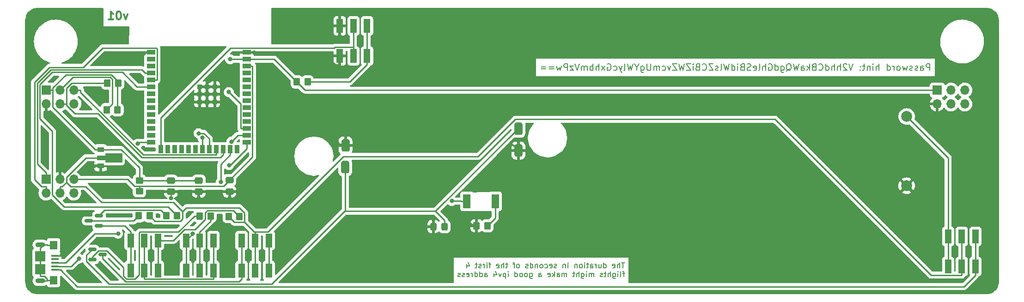
<source format=gbl>
%TF.GenerationSoftware,KiCad,Pcbnew,(6.0.6-0)*%
%TF.CreationDate,2023-03-16T18:01:10-04:00*%
%TF.ProjectId,WrightFlyer,57726967-6874-4466-9c79-65722e6b6963,v01*%
%TF.SameCoordinates,Original*%
%TF.FileFunction,Copper,L2,Bot*%
%TF.FilePolarity,Positive*%
%FSLAX46Y46*%
G04 Gerber Fmt 4.6, Leading zero omitted, Abs format (unit mm)*
G04 Created by KiCad (PCBNEW (6.0.6-0)) date 2023-03-16 18:01:10*
%MOMM*%
%LPD*%
G01*
G04 APERTURE LIST*
G04 Aperture macros list*
%AMRoundRect*
0 Rectangle with rounded corners*
0 $1 Rounding radius*
0 $2 $3 $4 $5 $6 $7 $8 $9 X,Y pos of 4 corners*
0 Add a 4 corners polygon primitive as box body*
4,1,4,$2,$3,$4,$5,$6,$7,$8,$9,$2,$3,0*
0 Add four circle primitives for the rounded corners*
1,1,$1+$1,$2,$3*
1,1,$1+$1,$4,$5*
1,1,$1+$1,$6,$7*
1,1,$1+$1,$8,$9*
0 Add four rect primitives between the rounded corners*
20,1,$1+$1,$2,$3,$4,$5,0*
20,1,$1+$1,$4,$5,$6,$7,0*
20,1,$1+$1,$6,$7,$8,$9,0*
20,1,$1+$1,$8,$9,$2,$3,0*%
%AMFreePoly0*
4,1,9,3.862500,-0.866500,0.737500,-0.866500,0.737500,-0.450000,-0.737500,-0.450000,-0.737500,0.450000,0.737500,0.450000,0.737500,0.866500,3.862500,0.866500,3.862500,-0.866500,3.862500,-0.866500,$1*%
G04 Aperture macros list end*
%ADD10C,0.300000*%
%TA.AperFunction,NonConductor*%
%ADD11C,0.300000*%
%TD*%
%ADD12C,0.200000*%
%TA.AperFunction,NonConductor*%
%ADD13C,0.200000*%
%TD*%
%ADD14C,0.150000*%
%TA.AperFunction,NonConductor*%
%ADD15C,0.150000*%
%TD*%
%TA.AperFunction,ComponentPad*%
%ADD16R,1.700000X1.700000*%
%TD*%
%TA.AperFunction,ComponentPad*%
%ADD17O,1.700000X1.700000*%
%TD*%
%TA.AperFunction,SMDPad,CuDef*%
%ADD18R,1.200000X2.500000*%
%TD*%
%TA.AperFunction,SMDPad,CuDef*%
%ADD19RoundRect,0.250000X0.350000X0.450000X-0.350000X0.450000X-0.350000X-0.450000X0.350000X-0.450000X0*%
%TD*%
%TA.AperFunction,SMDPad,CuDef*%
%ADD20RoundRect,0.381000X0.381000X-0.762000X0.381000X0.762000X-0.381000X0.762000X-0.381000X-0.762000X0*%
%TD*%
%TA.AperFunction,SMDPad,CuDef*%
%ADD21RoundRect,0.150000X-0.587500X-0.150000X0.587500X-0.150000X0.587500X0.150000X-0.587500X0.150000X0*%
%TD*%
%TA.AperFunction,SMDPad,CuDef*%
%ADD22RoundRect,0.250000X-0.475000X0.337500X-0.475000X-0.337500X0.475000X-0.337500X0.475000X0.337500X0*%
%TD*%
%TA.AperFunction,SMDPad,CuDef*%
%ADD23RoundRect,0.250000X0.475000X-0.337500X0.475000X0.337500X-0.475000X0.337500X-0.475000X-0.337500X0*%
%TD*%
%TA.AperFunction,SMDPad,CuDef*%
%ADD24RoundRect,0.250000X-0.350000X-0.450000X0.350000X-0.450000X0.350000X0.450000X-0.350000X0.450000X0*%
%TD*%
%TA.AperFunction,SMDPad,CuDef*%
%ADD25R,1.400000X2.600000*%
%TD*%
%TA.AperFunction,SMDPad,CuDef*%
%ADD26RoundRect,0.250000X0.325000X0.450000X-0.325000X0.450000X-0.325000X-0.450000X0.325000X-0.450000X0*%
%TD*%
%TA.AperFunction,ComponentPad*%
%ADD27C,2.000000*%
%TD*%
%TA.AperFunction,SMDPad,CuDef*%
%ADD28R,1.500000X0.900000*%
%TD*%
%TA.AperFunction,SMDPad,CuDef*%
%ADD29R,0.900000X1.500000*%
%TD*%
%TA.AperFunction,SMDPad,CuDef*%
%ADD30R,0.900000X0.900000*%
%TD*%
%TA.AperFunction,SMDPad,CuDef*%
%ADD31R,1.350000X0.400000*%
%TD*%
%TA.AperFunction,SMDPad,CuDef*%
%ADD32R,1.400000X1.600000*%
%TD*%
%TA.AperFunction,SMDPad,CuDef*%
%ADD33R,1.900000X1.900000*%
%TD*%
%TA.AperFunction,ComponentPad*%
%ADD34O,1.800000X0.900000*%
%TD*%
%TA.AperFunction,SMDPad,CuDef*%
%ADD35RoundRect,0.150000X0.587500X0.150000X-0.587500X0.150000X-0.587500X-0.150000X0.587500X-0.150000X0*%
%TD*%
%TA.AperFunction,SMDPad,CuDef*%
%ADD36R,1.300000X0.900000*%
%TD*%
%TA.AperFunction,SMDPad,CuDef*%
%ADD37FreePoly0,0.000000*%
%TD*%
%TA.AperFunction,SMDPad,CuDef*%
%ADD38RoundRect,0.250000X-0.450000X0.350000X-0.450000X-0.350000X0.450000X-0.350000X0.450000X0.350000X0*%
%TD*%
%TA.AperFunction,ViaPad*%
%ADD39C,0.800000*%
%TD*%
%TA.AperFunction,Conductor*%
%ADD40C,0.250000*%
%TD*%
G04 APERTURE END LIST*
D10*
D11*
X83324848Y-64975859D02*
X82967705Y-65975859D01*
X82610562Y-64975859D01*
X81753419Y-64475859D02*
X81610562Y-64475859D01*
X81467705Y-64547288D01*
X81396276Y-64618716D01*
X81324848Y-64761573D01*
X81253419Y-65047288D01*
X81253419Y-65404430D01*
X81324848Y-65690145D01*
X81396276Y-65833002D01*
X81467705Y-65904430D01*
X81610562Y-65975859D01*
X81753419Y-65975859D01*
X81896276Y-65904430D01*
X81967705Y-65833002D01*
X82039134Y-65690145D01*
X82110562Y-65404430D01*
X82110562Y-65047288D01*
X82039134Y-64761573D01*
X81967705Y-64618716D01*
X81896276Y-64547288D01*
X81753419Y-64475859D01*
X79824848Y-65975859D02*
X80681991Y-65975859D01*
X80253419Y-65975859D02*
X80253419Y-64475859D01*
X80396276Y-64690145D01*
X80539134Y-64833002D01*
X80681991Y-64904430D01*
D12*
D13*
X230305918Y-75293885D02*
X230305918Y-74093885D01*
X229848775Y-74093885D01*
X229734489Y-74151028D01*
X229677347Y-74208170D01*
X229620204Y-74322456D01*
X229620204Y-74493885D01*
X229677347Y-74608170D01*
X229734489Y-74665313D01*
X229848775Y-74722456D01*
X230305918Y-74722456D01*
X228591632Y-75293885D02*
X228591632Y-74665313D01*
X228648775Y-74551028D01*
X228763061Y-74493885D01*
X228991632Y-74493885D01*
X229105918Y-74551028D01*
X228591632Y-75236742D02*
X228705918Y-75293885D01*
X228991632Y-75293885D01*
X229105918Y-75236742D01*
X229163061Y-75122456D01*
X229163061Y-75008170D01*
X229105918Y-74893885D01*
X228991632Y-74836742D01*
X228705918Y-74836742D01*
X228591632Y-74779599D01*
X228077347Y-75236742D02*
X227963061Y-75293885D01*
X227734489Y-75293885D01*
X227620204Y-75236742D01*
X227563061Y-75122456D01*
X227563061Y-75065313D01*
X227620204Y-74951028D01*
X227734489Y-74893885D01*
X227905918Y-74893885D01*
X228020204Y-74836742D01*
X228077347Y-74722456D01*
X228077347Y-74665313D01*
X228020204Y-74551028D01*
X227905918Y-74493885D01*
X227734489Y-74493885D01*
X227620204Y-74551028D01*
X227105918Y-75236742D02*
X226991632Y-75293885D01*
X226763061Y-75293885D01*
X226648775Y-75236742D01*
X226591632Y-75122456D01*
X226591632Y-75065313D01*
X226648775Y-74951028D01*
X226763061Y-74893885D01*
X226934489Y-74893885D01*
X227048775Y-74836742D01*
X227105918Y-74722456D01*
X227105918Y-74665313D01*
X227048775Y-74551028D01*
X226934489Y-74493885D01*
X226763061Y-74493885D01*
X226648775Y-74551028D01*
X226191632Y-74493885D02*
X225963061Y-75293885D01*
X225734489Y-74722456D01*
X225505918Y-75293885D01*
X225277347Y-74493885D01*
X224648775Y-75293885D02*
X224763061Y-75236742D01*
X224820204Y-75179599D01*
X224877347Y-75065313D01*
X224877347Y-74722456D01*
X224820204Y-74608170D01*
X224763061Y-74551028D01*
X224648775Y-74493885D01*
X224477347Y-74493885D01*
X224363061Y-74551028D01*
X224305918Y-74608170D01*
X224248775Y-74722456D01*
X224248775Y-75065313D01*
X224305918Y-75179599D01*
X224363061Y-75236742D01*
X224477347Y-75293885D01*
X224648775Y-75293885D01*
X223734489Y-75293885D02*
X223734489Y-74493885D01*
X223734489Y-74722456D02*
X223677347Y-74608170D01*
X223620204Y-74551028D01*
X223505918Y-74493885D01*
X223391632Y-74493885D01*
X222477347Y-75293885D02*
X222477347Y-74093885D01*
X222477347Y-75236742D02*
X222591632Y-75293885D01*
X222820204Y-75293885D01*
X222934489Y-75236742D01*
X222991632Y-75179599D01*
X223048775Y-75065313D01*
X223048775Y-74722456D01*
X222991632Y-74608170D01*
X222934489Y-74551028D01*
X222820204Y-74493885D01*
X222591632Y-74493885D01*
X222477347Y-74551028D01*
X220991632Y-75293885D02*
X220991632Y-74093885D01*
X220477347Y-75293885D02*
X220477347Y-74665313D01*
X220534489Y-74551028D01*
X220648775Y-74493885D01*
X220820204Y-74493885D01*
X220934489Y-74551028D01*
X220991632Y-74608170D01*
X219905918Y-75293885D02*
X219905918Y-74493885D01*
X219905918Y-74093885D02*
X219963061Y-74151028D01*
X219905918Y-74208170D01*
X219848775Y-74151028D01*
X219905918Y-74093885D01*
X219905918Y-74208170D01*
X219334489Y-74493885D02*
X219334489Y-75293885D01*
X219334489Y-74608170D02*
X219277347Y-74551028D01*
X219163061Y-74493885D01*
X218991632Y-74493885D01*
X218877347Y-74551028D01*
X218820204Y-74665313D01*
X218820204Y-75293885D01*
X218420204Y-74493885D02*
X217963061Y-74493885D01*
X218248775Y-74093885D02*
X218248775Y-75122456D01*
X218191632Y-75236742D01*
X218077347Y-75293885D01*
X217963061Y-75293885D01*
X217563061Y-75179599D02*
X217505918Y-75236742D01*
X217563061Y-75293885D01*
X217620204Y-75236742D01*
X217563061Y-75179599D01*
X217563061Y-75293885D01*
X217563061Y-74551028D02*
X217505918Y-74608170D01*
X217563061Y-74665313D01*
X217620204Y-74608170D01*
X217563061Y-74551028D01*
X217563061Y-74665313D01*
X216248775Y-74093885D02*
X215848775Y-75293885D01*
X215448775Y-74093885D01*
X215105918Y-74208170D02*
X215048775Y-74151028D01*
X214934489Y-74093885D01*
X214648775Y-74093885D01*
X214534489Y-74151028D01*
X214477347Y-74208170D01*
X214420204Y-74322456D01*
X214420204Y-74436742D01*
X214477347Y-74608170D01*
X215163061Y-75293885D01*
X214420204Y-75293885D01*
X213905918Y-75293885D02*
X213905918Y-74093885D01*
X213391632Y-75293885D02*
X213391632Y-74665313D01*
X213448775Y-74551028D01*
X213563061Y-74493885D01*
X213734489Y-74493885D01*
X213848775Y-74551028D01*
X213905918Y-74608170D01*
X212820204Y-75293885D02*
X212820204Y-74093885D01*
X212305918Y-75293885D02*
X212305918Y-74665313D01*
X212363061Y-74551028D01*
X212477347Y-74493885D01*
X212648775Y-74493885D01*
X212763061Y-74551028D01*
X212820204Y-74608170D01*
X211220204Y-75293885D02*
X211220204Y-74093885D01*
X211220204Y-75236742D02*
X211334489Y-75293885D01*
X211563061Y-75293885D01*
X211677347Y-75236742D01*
X211734489Y-75179599D01*
X211791632Y-75065313D01*
X211791632Y-74722456D01*
X211734489Y-74608170D01*
X211677347Y-74551028D01*
X211563061Y-74493885D01*
X211334489Y-74493885D01*
X211220204Y-74551028D01*
X209963061Y-75179599D02*
X210020204Y-75236742D01*
X210191632Y-75293885D01*
X210305918Y-75293885D01*
X210477347Y-75236742D01*
X210591632Y-75122456D01*
X210648775Y-75008170D01*
X210705918Y-74779599D01*
X210705918Y-74608170D01*
X210648775Y-74379599D01*
X210591632Y-74265313D01*
X210477347Y-74151028D01*
X210305918Y-74093885D01*
X210191632Y-74093885D01*
X210020204Y-74151028D01*
X209963061Y-74208170D01*
X209048775Y-74665313D02*
X208877347Y-74722456D01*
X208820204Y-74779599D01*
X208763061Y-74893885D01*
X208763061Y-75065313D01*
X208820204Y-75179599D01*
X208877347Y-75236742D01*
X208991632Y-75293885D01*
X209448775Y-75293885D01*
X209448775Y-74093885D01*
X209048775Y-74093885D01*
X208934489Y-74151028D01*
X208877347Y-74208170D01*
X208820204Y-74322456D01*
X208820204Y-74436742D01*
X208877347Y-74551028D01*
X208934489Y-74608170D01*
X209048775Y-74665313D01*
X209448775Y-74665313D01*
X208248775Y-75293885D02*
X208248775Y-74093885D01*
X208134489Y-74836742D02*
X207791632Y-75293885D01*
X207791632Y-74493885D02*
X208248775Y-74951028D01*
X206763061Y-75293885D02*
X206763061Y-74665313D01*
X206820204Y-74551028D01*
X206934489Y-74493885D01*
X207163061Y-74493885D01*
X207277347Y-74551028D01*
X206763061Y-75236742D02*
X206877347Y-75293885D01*
X207163061Y-75293885D01*
X207277347Y-75236742D01*
X207334489Y-75122456D01*
X207334489Y-75008170D01*
X207277347Y-74893885D01*
X207163061Y-74836742D01*
X206877347Y-74836742D01*
X206763061Y-74779599D01*
X206305918Y-74093885D02*
X206020204Y-75293885D01*
X205791632Y-74436742D01*
X205563061Y-75293885D01*
X205277347Y-74093885D01*
X204020204Y-75408170D02*
X204134489Y-75351028D01*
X204248775Y-75236742D01*
X204420204Y-75065313D01*
X204534489Y-75008170D01*
X204648775Y-75008170D01*
X204591632Y-75293885D02*
X204705918Y-75236742D01*
X204820204Y-75122456D01*
X204877347Y-74893885D01*
X204877347Y-74493885D01*
X204820204Y-74265313D01*
X204705918Y-74151028D01*
X204591632Y-74093885D01*
X204363061Y-74093885D01*
X204248775Y-74151028D01*
X204134489Y-74265313D01*
X204077347Y-74493885D01*
X204077347Y-74893885D01*
X204134489Y-75122456D01*
X204248775Y-75236742D01*
X204363061Y-75293885D01*
X204591632Y-75293885D01*
X203048775Y-74493885D02*
X203048775Y-75465313D01*
X203105918Y-75579599D01*
X203163061Y-75636742D01*
X203277347Y-75693885D01*
X203448775Y-75693885D01*
X203563061Y-75636742D01*
X203048775Y-75236742D02*
X203163061Y-75293885D01*
X203391632Y-75293885D01*
X203505918Y-75236742D01*
X203563061Y-75179599D01*
X203620204Y-75065313D01*
X203620204Y-74722456D01*
X203563061Y-74608170D01*
X203505918Y-74551028D01*
X203391632Y-74493885D01*
X203163061Y-74493885D01*
X203048775Y-74551028D01*
X201963061Y-75293885D02*
X201963061Y-74093885D01*
X201963061Y-75236742D02*
X202077347Y-75293885D01*
X202305918Y-75293885D01*
X202420204Y-75236742D01*
X202477347Y-75179599D01*
X202534489Y-75065313D01*
X202534489Y-74722456D01*
X202477347Y-74608170D01*
X202420204Y-74551028D01*
X202305918Y-74493885D01*
X202077347Y-74493885D01*
X201963061Y-74551028D01*
X200763061Y-74151028D02*
X200877347Y-74093885D01*
X201048775Y-74093885D01*
X201220204Y-74151028D01*
X201334489Y-74265313D01*
X201391632Y-74379599D01*
X201448775Y-74608170D01*
X201448775Y-74779599D01*
X201391632Y-75008170D01*
X201334489Y-75122456D01*
X201220204Y-75236742D01*
X201048775Y-75293885D01*
X200934489Y-75293885D01*
X200763061Y-75236742D01*
X200705918Y-75179599D01*
X200705918Y-74779599D01*
X200934489Y-74779599D01*
X200191632Y-75293885D02*
X200191632Y-74093885D01*
X199677347Y-75293885D02*
X199677347Y-74665313D01*
X199734489Y-74551028D01*
X199848775Y-74493885D01*
X200020204Y-74493885D01*
X200134489Y-74551028D01*
X200191632Y-74608170D01*
X198934489Y-75293885D02*
X199048775Y-75236742D01*
X199105918Y-75122456D01*
X199105918Y-74093885D01*
X198020204Y-75236742D02*
X198134489Y-75293885D01*
X198363061Y-75293885D01*
X198477347Y-75236742D01*
X198534489Y-75122456D01*
X198534489Y-74665313D01*
X198477347Y-74551028D01*
X198363061Y-74493885D01*
X198134489Y-74493885D01*
X198020204Y-74551028D01*
X197963061Y-74665313D01*
X197963061Y-74779599D01*
X198534489Y-74893885D01*
X197505918Y-75236742D02*
X197334489Y-75293885D01*
X197048775Y-75293885D01*
X196934489Y-75236742D01*
X196877347Y-75179599D01*
X196820204Y-75065313D01*
X196820204Y-74951028D01*
X196877347Y-74836742D01*
X196934489Y-74779599D01*
X197048775Y-74722456D01*
X197277347Y-74665313D01*
X197391632Y-74608170D01*
X197448775Y-74551028D01*
X197505918Y-74436742D01*
X197505918Y-74322456D01*
X197448775Y-74208170D01*
X197391632Y-74151028D01*
X197277347Y-74093885D01*
X196991632Y-74093885D01*
X196820204Y-74151028D01*
X195905918Y-74665313D02*
X195734489Y-74722456D01*
X195677347Y-74779599D01*
X195620204Y-74893885D01*
X195620204Y-75065313D01*
X195677347Y-75179599D01*
X195734489Y-75236742D01*
X195848775Y-75293885D01*
X196305918Y-75293885D01*
X196305918Y-74093885D01*
X195905918Y-74093885D01*
X195791632Y-74151028D01*
X195734489Y-74208170D01*
X195677347Y-74322456D01*
X195677347Y-74436742D01*
X195734489Y-74551028D01*
X195791632Y-74608170D01*
X195905918Y-74665313D01*
X196305918Y-74665313D01*
X195105918Y-75293885D02*
X195105918Y-74493885D01*
X195105918Y-74093885D02*
X195163061Y-74151028D01*
X195105918Y-74208170D01*
X195048775Y-74151028D01*
X195105918Y-74093885D01*
X195105918Y-74208170D01*
X194020204Y-75293885D02*
X194020204Y-74093885D01*
X194020204Y-75236742D02*
X194134489Y-75293885D01*
X194363061Y-75293885D01*
X194477347Y-75236742D01*
X194534489Y-75179599D01*
X194591632Y-75065313D01*
X194591632Y-74722456D01*
X194534489Y-74608170D01*
X194477347Y-74551028D01*
X194363061Y-74493885D01*
X194134489Y-74493885D01*
X194020204Y-74551028D01*
X193563061Y-74093885D02*
X193277347Y-75293885D01*
X193048775Y-74436742D01*
X192820204Y-75293885D01*
X192534489Y-74093885D01*
X191905918Y-75293885D02*
X192020204Y-75236742D01*
X192077347Y-75122456D01*
X192077347Y-74093885D01*
X191505918Y-75236742D02*
X191391632Y-75293885D01*
X191163061Y-75293885D01*
X191048775Y-75236742D01*
X190991632Y-75122456D01*
X190991632Y-75065313D01*
X191048775Y-74951028D01*
X191163061Y-74893885D01*
X191334489Y-74893885D01*
X191448775Y-74836742D01*
X191505918Y-74722456D01*
X191505918Y-74665313D01*
X191448775Y-74551028D01*
X191334489Y-74493885D01*
X191163061Y-74493885D01*
X191048775Y-74551028D01*
X190591632Y-74093885D02*
X189791632Y-74093885D01*
X190591632Y-75293885D01*
X189791632Y-75293885D01*
X188648775Y-75179599D02*
X188705918Y-75236742D01*
X188877347Y-75293885D01*
X188991632Y-75293885D01*
X189163061Y-75236742D01*
X189277347Y-75122456D01*
X189334489Y-75008170D01*
X189391632Y-74779599D01*
X189391632Y-74608170D01*
X189334489Y-74379599D01*
X189277347Y-74265313D01*
X189163061Y-74151028D01*
X188991632Y-74093885D01*
X188877347Y-74093885D01*
X188705918Y-74151028D01*
X188648775Y-74208170D01*
X187734489Y-74665313D02*
X187563061Y-74722456D01*
X187505918Y-74779599D01*
X187448775Y-74893885D01*
X187448775Y-75065313D01*
X187505918Y-75179599D01*
X187563061Y-75236742D01*
X187677347Y-75293885D01*
X188134489Y-75293885D01*
X188134489Y-74093885D01*
X187734489Y-74093885D01*
X187620204Y-74151028D01*
X187563061Y-74208170D01*
X187505918Y-74322456D01*
X187505918Y-74436742D01*
X187563061Y-74551028D01*
X187620204Y-74608170D01*
X187734489Y-74665313D01*
X188134489Y-74665313D01*
X186934489Y-75293885D02*
X186934489Y-74493885D01*
X186934489Y-74093885D02*
X186991632Y-74151028D01*
X186934489Y-74208170D01*
X186877347Y-74151028D01*
X186934489Y-74093885D01*
X186934489Y-74208170D01*
X186477347Y-74093885D02*
X185677347Y-74093885D01*
X186477347Y-75293885D01*
X185677347Y-75293885D01*
X185334489Y-74093885D02*
X185048775Y-75293885D01*
X184820204Y-74436742D01*
X184591632Y-75293885D01*
X184305918Y-74093885D01*
X183963061Y-74093885D02*
X183163061Y-74093885D01*
X183963061Y-75293885D01*
X183163061Y-75293885D01*
X182820204Y-74493885D02*
X182534489Y-75293885D01*
X182248775Y-74493885D01*
X181277347Y-75236742D02*
X181391632Y-75293885D01*
X181620204Y-75293885D01*
X181734489Y-75236742D01*
X181791632Y-75179599D01*
X181848775Y-75065313D01*
X181848775Y-74722456D01*
X181791632Y-74608170D01*
X181734489Y-74551028D01*
X181620204Y-74493885D01*
X181391632Y-74493885D01*
X181277347Y-74551028D01*
X180763061Y-75293885D02*
X180763061Y-74493885D01*
X180763061Y-74608170D02*
X180705918Y-74551028D01*
X180591632Y-74493885D01*
X180420204Y-74493885D01*
X180305918Y-74551028D01*
X180248775Y-74665313D01*
X180248775Y-75293885D01*
X180248775Y-74665313D02*
X180191632Y-74551028D01*
X180077347Y-74493885D01*
X179905918Y-74493885D01*
X179791632Y-74551028D01*
X179734489Y-74665313D01*
X179734489Y-75293885D01*
X179163061Y-74093885D02*
X179163061Y-75065313D01*
X179105918Y-75179599D01*
X179048775Y-75236742D01*
X178934489Y-75293885D01*
X178705918Y-75293885D01*
X178591632Y-75236742D01*
X178534489Y-75179599D01*
X178477347Y-75065313D01*
X178477347Y-74093885D01*
X177391632Y-74493885D02*
X177391632Y-75465313D01*
X177448775Y-75579599D01*
X177505918Y-75636742D01*
X177620204Y-75693885D01*
X177791632Y-75693885D01*
X177905918Y-75636742D01*
X177391632Y-75236742D02*
X177505918Y-75293885D01*
X177734489Y-75293885D01*
X177848775Y-75236742D01*
X177905918Y-75179599D01*
X177963061Y-75065313D01*
X177963061Y-74722456D01*
X177905918Y-74608170D01*
X177848775Y-74551028D01*
X177734489Y-74493885D01*
X177505918Y-74493885D01*
X177391632Y-74551028D01*
X176591632Y-74722456D02*
X176591632Y-75293885D01*
X176991632Y-74093885D02*
X176591632Y-74722456D01*
X176191632Y-74093885D01*
X175905918Y-74093885D02*
X175620204Y-75293885D01*
X175391632Y-74436742D01*
X175163061Y-75293885D01*
X174877347Y-74093885D01*
X174248775Y-75293885D02*
X174363061Y-75236742D01*
X174420204Y-75122456D01*
X174420204Y-74093885D01*
X173905918Y-74493885D02*
X173620204Y-75293885D01*
X173334489Y-74493885D02*
X173620204Y-75293885D01*
X173734489Y-75579599D01*
X173791632Y-75636742D01*
X173905918Y-75693885D01*
X172363061Y-75236742D02*
X172477347Y-75293885D01*
X172705918Y-75293885D01*
X172820204Y-75236742D01*
X172877347Y-75179599D01*
X172934489Y-75065313D01*
X172934489Y-74722456D01*
X172877347Y-74608170D01*
X172820204Y-74551028D01*
X172705918Y-74493885D01*
X172477347Y-74493885D01*
X172363061Y-74551028D01*
X171220204Y-74151028D02*
X171334489Y-74093885D01*
X171505918Y-74093885D01*
X171677347Y-74151028D01*
X171791632Y-74265313D01*
X171848775Y-74379599D01*
X171905918Y-74608170D01*
X171905918Y-74779599D01*
X171848775Y-75008170D01*
X171791632Y-75122456D01*
X171677347Y-75236742D01*
X171505918Y-75293885D01*
X171391632Y-75293885D01*
X171220204Y-75236742D01*
X171163061Y-75179599D01*
X171163061Y-74779599D01*
X171391632Y-74779599D01*
X170763061Y-75293885D02*
X170134489Y-74493885D01*
X170763061Y-74493885D02*
X170134489Y-75293885D01*
X169677347Y-75293885D02*
X169677347Y-74093885D01*
X169163061Y-75293885D02*
X169163061Y-74665313D01*
X169220204Y-74551028D01*
X169334489Y-74493885D01*
X169505918Y-74493885D01*
X169620204Y-74551028D01*
X169677347Y-74608170D01*
X168591632Y-75293885D02*
X168591632Y-74093885D01*
X168591632Y-74551028D02*
X168477347Y-74493885D01*
X168248775Y-74493885D01*
X168134489Y-74551028D01*
X168077347Y-74608170D01*
X168020204Y-74722456D01*
X168020204Y-75065313D01*
X168077347Y-75179599D01*
X168134489Y-75236742D01*
X168248775Y-75293885D01*
X168477347Y-75293885D01*
X168591632Y-75236742D01*
X167505918Y-75293885D02*
X167505918Y-74493885D01*
X167505918Y-74608170D02*
X167448775Y-74551028D01*
X167334489Y-74493885D01*
X167163061Y-74493885D01*
X167048775Y-74551028D01*
X166991632Y-74665313D01*
X166991632Y-75293885D01*
X166991632Y-74665313D02*
X166934489Y-74551028D01*
X166820204Y-74493885D01*
X166648775Y-74493885D01*
X166534489Y-74551028D01*
X166477347Y-74665313D01*
X166477347Y-75293885D01*
X166077347Y-74093885D02*
X165677347Y-75293885D01*
X165277347Y-74093885D01*
X164991632Y-74493885D02*
X164363061Y-74493885D01*
X164991632Y-75293885D01*
X164363061Y-75293885D01*
X163905918Y-75293885D02*
X163905918Y-74093885D01*
X163448775Y-74093885D01*
X163334489Y-74151028D01*
X163277347Y-74208170D01*
X163220204Y-74322456D01*
X163220204Y-74493885D01*
X163277347Y-74608170D01*
X163334489Y-74665313D01*
X163448775Y-74722456D01*
X163905918Y-74722456D01*
X162820204Y-74493885D02*
X162591632Y-75293885D01*
X162363061Y-74722456D01*
X162134489Y-75293885D01*
X161905918Y-74493885D01*
X161448775Y-74665313D02*
X160534489Y-74665313D01*
X160534489Y-75008170D02*
X161448775Y-75008170D01*
X159963061Y-74665313D02*
X159048775Y-74665313D01*
X159048775Y-75008170D02*
X159963061Y-75008170D01*
D14*
D15*
X174385069Y-110528396D02*
X173813641Y-110528396D01*
X174099355Y-111528396D02*
X174099355Y-110528396D01*
X173480308Y-111528396D02*
X173480308Y-110528396D01*
X173051736Y-111528396D02*
X173051736Y-111004587D01*
X173099355Y-110909349D01*
X173194593Y-110861730D01*
X173337450Y-110861730D01*
X173432688Y-110909349D01*
X173480308Y-110956968D01*
X172194593Y-111480777D02*
X172289831Y-111528396D01*
X172480308Y-111528396D01*
X172575546Y-111480777D01*
X172623165Y-111385539D01*
X172623165Y-111004587D01*
X172575546Y-110909349D01*
X172480308Y-110861730D01*
X172289831Y-110861730D01*
X172194593Y-110909349D01*
X172146974Y-111004587D01*
X172146974Y-111099825D01*
X172623165Y-111195063D01*
X170527927Y-111528396D02*
X170527927Y-110528396D01*
X170527927Y-111480777D02*
X170623165Y-111528396D01*
X170813641Y-111528396D01*
X170908879Y-111480777D01*
X170956498Y-111433158D01*
X171004117Y-111337920D01*
X171004117Y-111052206D01*
X170956498Y-110956968D01*
X170908879Y-110909349D01*
X170813641Y-110861730D01*
X170623165Y-110861730D01*
X170527927Y-110909349D01*
X169623165Y-110861730D02*
X169623165Y-111528396D01*
X170051736Y-110861730D02*
X170051736Y-111385539D01*
X170004117Y-111480777D01*
X169908879Y-111528396D01*
X169766022Y-111528396D01*
X169670784Y-111480777D01*
X169623165Y-111433158D01*
X169146974Y-111528396D02*
X169146974Y-110861730D01*
X169146974Y-111052206D02*
X169099355Y-110956968D01*
X169051736Y-110909349D01*
X168956498Y-110861730D01*
X168861260Y-110861730D01*
X168099355Y-111528396D02*
X168099355Y-111004587D01*
X168146974Y-110909349D01*
X168242212Y-110861730D01*
X168432688Y-110861730D01*
X168527927Y-110909349D01*
X168099355Y-111480777D02*
X168194593Y-111528396D01*
X168432688Y-111528396D01*
X168527927Y-111480777D01*
X168575546Y-111385539D01*
X168575546Y-111290301D01*
X168527927Y-111195063D01*
X168432688Y-111147444D01*
X168194593Y-111147444D01*
X168099355Y-111099825D01*
X167766022Y-110861730D02*
X167385069Y-110861730D01*
X167623165Y-110528396D02*
X167623165Y-111385539D01*
X167575546Y-111480777D01*
X167480308Y-111528396D01*
X167385069Y-111528396D01*
X167051736Y-111528396D02*
X167051736Y-110861730D01*
X167051736Y-110528396D02*
X167099355Y-110576016D01*
X167051736Y-110623635D01*
X167004117Y-110576016D01*
X167051736Y-110528396D01*
X167051736Y-110623635D01*
X166432688Y-111528396D02*
X166527927Y-111480777D01*
X166575546Y-111433158D01*
X166623165Y-111337920D01*
X166623165Y-111052206D01*
X166575546Y-110956968D01*
X166527927Y-110909349D01*
X166432688Y-110861730D01*
X166289831Y-110861730D01*
X166194593Y-110909349D01*
X166146974Y-110956968D01*
X166099355Y-111052206D01*
X166099355Y-111337920D01*
X166146974Y-111433158D01*
X166194593Y-111480777D01*
X166289831Y-111528396D01*
X166432688Y-111528396D01*
X165670784Y-110861730D02*
X165670784Y-111528396D01*
X165670784Y-110956968D02*
X165623165Y-110909349D01*
X165527927Y-110861730D01*
X165385069Y-110861730D01*
X165289831Y-110909349D01*
X165242212Y-111004587D01*
X165242212Y-111528396D01*
X164004117Y-111528396D02*
X164004117Y-110861730D01*
X164004117Y-110528396D02*
X164051736Y-110576016D01*
X164004117Y-110623635D01*
X163956498Y-110576016D01*
X164004117Y-110528396D01*
X164004117Y-110623635D01*
X163527927Y-110861730D02*
X163527927Y-111528396D01*
X163527927Y-110956968D02*
X163480308Y-110909349D01*
X163385069Y-110861730D01*
X163242212Y-110861730D01*
X163146974Y-110909349D01*
X163099355Y-111004587D01*
X163099355Y-111528396D01*
X161908879Y-111480777D02*
X161813641Y-111528396D01*
X161623165Y-111528396D01*
X161527927Y-111480777D01*
X161480308Y-111385539D01*
X161480308Y-111337920D01*
X161527927Y-111242682D01*
X161623165Y-111195063D01*
X161766022Y-111195063D01*
X161861260Y-111147444D01*
X161908879Y-111052206D01*
X161908879Y-111004587D01*
X161861260Y-110909349D01*
X161766022Y-110861730D01*
X161623165Y-110861730D01*
X161527927Y-110909349D01*
X160670784Y-111480777D02*
X160766022Y-111528396D01*
X160956498Y-111528396D01*
X161051736Y-111480777D01*
X161099355Y-111385539D01*
X161099355Y-111004587D01*
X161051736Y-110909349D01*
X160956498Y-110861730D01*
X160766022Y-110861730D01*
X160670784Y-110909349D01*
X160623165Y-111004587D01*
X160623165Y-111099825D01*
X161099355Y-111195063D01*
X159766022Y-111480777D02*
X159861260Y-111528396D01*
X160051736Y-111528396D01*
X160146974Y-111480777D01*
X160194593Y-111433158D01*
X160242212Y-111337920D01*
X160242212Y-111052206D01*
X160194593Y-110956968D01*
X160146974Y-110909349D01*
X160051736Y-110861730D01*
X159861260Y-110861730D01*
X159766022Y-110909349D01*
X159194593Y-111528396D02*
X159289831Y-111480777D01*
X159337450Y-111433158D01*
X159385069Y-111337920D01*
X159385069Y-111052206D01*
X159337450Y-110956968D01*
X159289831Y-110909349D01*
X159194593Y-110861730D01*
X159051736Y-110861730D01*
X158956498Y-110909349D01*
X158908879Y-110956968D01*
X158861260Y-111052206D01*
X158861260Y-111337920D01*
X158908879Y-111433158D01*
X158956498Y-111480777D01*
X159051736Y-111528396D01*
X159194593Y-111528396D01*
X158432688Y-110861730D02*
X158432688Y-111528396D01*
X158432688Y-110956968D02*
X158385069Y-110909349D01*
X158289831Y-110861730D01*
X158146974Y-110861730D01*
X158051736Y-110909349D01*
X158004117Y-111004587D01*
X158004117Y-111528396D01*
X157099355Y-111528396D02*
X157099355Y-110528396D01*
X157099355Y-111480777D02*
X157194593Y-111528396D01*
X157385069Y-111528396D01*
X157480308Y-111480777D01*
X157527927Y-111433158D01*
X157575546Y-111337920D01*
X157575546Y-111052206D01*
X157527927Y-110956968D01*
X157480308Y-110909349D01*
X157385069Y-110861730D01*
X157194593Y-110861730D01*
X157099355Y-110909349D01*
X156670784Y-111480777D02*
X156575546Y-111528396D01*
X156385069Y-111528396D01*
X156289831Y-111480777D01*
X156242212Y-111385539D01*
X156242212Y-111337920D01*
X156289831Y-111242682D01*
X156385069Y-111195063D01*
X156527927Y-111195063D01*
X156623165Y-111147444D01*
X156670784Y-111052206D01*
X156670784Y-111004587D01*
X156623165Y-110909349D01*
X156527927Y-110861730D01*
X156385069Y-110861730D01*
X156289831Y-110909349D01*
X154908879Y-111528396D02*
X155004117Y-111480777D01*
X155051736Y-111433158D01*
X155099355Y-111337920D01*
X155099355Y-111052206D01*
X155051736Y-110956968D01*
X155004117Y-110909349D01*
X154908879Y-110861730D01*
X154766022Y-110861730D01*
X154670784Y-110909349D01*
X154623165Y-110956968D01*
X154575546Y-111052206D01*
X154575546Y-111337920D01*
X154623165Y-111433158D01*
X154670784Y-111480777D01*
X154766022Y-111528396D01*
X154908879Y-111528396D01*
X154289831Y-110861730D02*
X153908879Y-110861730D01*
X154146974Y-111528396D02*
X154146974Y-110671254D01*
X154099355Y-110576016D01*
X154004117Y-110528396D01*
X153908879Y-110528396D01*
X152956498Y-110861730D02*
X152575546Y-110861730D01*
X152813641Y-110528396D02*
X152813641Y-111385539D01*
X152766022Y-111480777D01*
X152670784Y-111528396D01*
X152575546Y-111528396D01*
X152242212Y-111528396D02*
X152242212Y-110528396D01*
X151813641Y-111528396D02*
X151813641Y-111004587D01*
X151861260Y-110909349D01*
X151956498Y-110861730D01*
X152099355Y-110861730D01*
X152194593Y-110909349D01*
X152242212Y-110956968D01*
X150956498Y-111480777D02*
X151051736Y-111528396D01*
X151242212Y-111528396D01*
X151337450Y-111480777D01*
X151385069Y-111385539D01*
X151385069Y-111004587D01*
X151337450Y-110909349D01*
X151242212Y-110861730D01*
X151051736Y-110861730D01*
X150956498Y-110909349D01*
X150908879Y-111004587D01*
X150908879Y-111099825D01*
X151385069Y-111195063D01*
X149861260Y-110861730D02*
X149480308Y-110861730D01*
X149718403Y-111528396D02*
X149718403Y-110671254D01*
X149670784Y-110576016D01*
X149575546Y-110528396D01*
X149480308Y-110528396D01*
X149146974Y-111528396D02*
X149146974Y-110861730D01*
X149146974Y-110528396D02*
X149194593Y-110576016D01*
X149146974Y-110623635D01*
X149099355Y-110576016D01*
X149146974Y-110528396D01*
X149146974Y-110623635D01*
X148670784Y-111528396D02*
X148670784Y-110861730D01*
X148670784Y-111052206D02*
X148623165Y-110956968D01*
X148575546Y-110909349D01*
X148480308Y-110861730D01*
X148385069Y-110861730D01*
X148099355Y-111480777D02*
X148004117Y-111528396D01*
X147813641Y-111528396D01*
X147718403Y-111480777D01*
X147670784Y-111385539D01*
X147670784Y-111337920D01*
X147718403Y-111242682D01*
X147813641Y-111195063D01*
X147956498Y-111195063D01*
X148051736Y-111147444D01*
X148099355Y-111052206D01*
X148099355Y-111004587D01*
X148051736Y-110909349D01*
X147956498Y-110861730D01*
X147813641Y-110861730D01*
X147718403Y-110909349D01*
X147385069Y-110861730D02*
X147004117Y-110861730D01*
X147242212Y-110528396D02*
X147242212Y-111385539D01*
X147194593Y-111480777D01*
X147099355Y-111528396D01*
X147004117Y-111528396D01*
X145480308Y-110861730D02*
X145480308Y-111528396D01*
X145718403Y-110480777D02*
X145956498Y-111195063D01*
X145337450Y-111195063D01*
X174385069Y-112471730D02*
X174004117Y-112471730D01*
X174242212Y-113138396D02*
X174242212Y-112281254D01*
X174194593Y-112186016D01*
X174099355Y-112138396D01*
X174004117Y-112138396D01*
X173527927Y-113138396D02*
X173623165Y-113090777D01*
X173670784Y-112995539D01*
X173670784Y-112138396D01*
X173146974Y-113138396D02*
X173146974Y-112471730D01*
X173146974Y-112138396D02*
X173194593Y-112186016D01*
X173146974Y-112233635D01*
X173099355Y-112186016D01*
X173146974Y-112138396D01*
X173146974Y-112233635D01*
X172242212Y-112471730D02*
X172242212Y-113281254D01*
X172289831Y-113376492D01*
X172337450Y-113424111D01*
X172432688Y-113471730D01*
X172575546Y-113471730D01*
X172670784Y-113424111D01*
X172242212Y-113090777D02*
X172337450Y-113138396D01*
X172527927Y-113138396D01*
X172623165Y-113090777D01*
X172670784Y-113043158D01*
X172718403Y-112947920D01*
X172718403Y-112662206D01*
X172670784Y-112566968D01*
X172623165Y-112519349D01*
X172527927Y-112471730D01*
X172337450Y-112471730D01*
X172242212Y-112519349D01*
X171766022Y-113138396D02*
X171766022Y-112138396D01*
X171337450Y-113138396D02*
X171337450Y-112614587D01*
X171385069Y-112519349D01*
X171480308Y-112471730D01*
X171623165Y-112471730D01*
X171718403Y-112519349D01*
X171766022Y-112566968D01*
X171004117Y-112471730D02*
X170623165Y-112471730D01*
X170861260Y-112138396D02*
X170861260Y-112995539D01*
X170813641Y-113090777D01*
X170718403Y-113138396D01*
X170623165Y-113138396D01*
X170337450Y-113090777D02*
X170242212Y-113138396D01*
X170051736Y-113138396D01*
X169956498Y-113090777D01*
X169908879Y-112995539D01*
X169908879Y-112947920D01*
X169956498Y-112852682D01*
X170051736Y-112805063D01*
X170194593Y-112805063D01*
X170289831Y-112757444D01*
X170337450Y-112662206D01*
X170337450Y-112614587D01*
X170289831Y-112519349D01*
X170194593Y-112471730D01*
X170051736Y-112471730D01*
X169956498Y-112519349D01*
X168718403Y-113138396D02*
X168718403Y-112471730D01*
X168718403Y-112566968D02*
X168670784Y-112519349D01*
X168575546Y-112471730D01*
X168432688Y-112471730D01*
X168337450Y-112519349D01*
X168289831Y-112614587D01*
X168289831Y-113138396D01*
X168289831Y-112614587D02*
X168242212Y-112519349D01*
X168146974Y-112471730D01*
X168004117Y-112471730D01*
X167908879Y-112519349D01*
X167861260Y-112614587D01*
X167861260Y-113138396D01*
X167385069Y-113138396D02*
X167385069Y-112471730D01*
X167385069Y-112138396D02*
X167432688Y-112186016D01*
X167385069Y-112233635D01*
X167337450Y-112186016D01*
X167385069Y-112138396D01*
X167385069Y-112233635D01*
X166480308Y-112471730D02*
X166480308Y-113281254D01*
X166527927Y-113376492D01*
X166575546Y-113424111D01*
X166670784Y-113471730D01*
X166813641Y-113471730D01*
X166908879Y-113424111D01*
X166480308Y-113090777D02*
X166575546Y-113138396D01*
X166766022Y-113138396D01*
X166861260Y-113090777D01*
X166908879Y-113043158D01*
X166956498Y-112947920D01*
X166956498Y-112662206D01*
X166908879Y-112566968D01*
X166861260Y-112519349D01*
X166766022Y-112471730D01*
X166575546Y-112471730D01*
X166480308Y-112519349D01*
X166004117Y-113138396D02*
X166004117Y-112138396D01*
X165575546Y-113138396D02*
X165575546Y-112614587D01*
X165623165Y-112519349D01*
X165718403Y-112471730D01*
X165861260Y-112471730D01*
X165956498Y-112519349D01*
X166004117Y-112566968D01*
X165242212Y-112471730D02*
X164861260Y-112471730D01*
X165099355Y-112138396D02*
X165099355Y-112995539D01*
X165051736Y-113090777D01*
X164956498Y-113138396D01*
X164861260Y-113138396D01*
X163766022Y-113138396D02*
X163766022Y-112471730D01*
X163766022Y-112566968D02*
X163718403Y-112519349D01*
X163623165Y-112471730D01*
X163480308Y-112471730D01*
X163385069Y-112519349D01*
X163337450Y-112614587D01*
X163337450Y-113138396D01*
X163337450Y-112614587D02*
X163289831Y-112519349D01*
X163194593Y-112471730D01*
X163051736Y-112471730D01*
X162956498Y-112519349D01*
X162908879Y-112614587D01*
X162908879Y-113138396D01*
X162004117Y-113138396D02*
X162004117Y-112614587D01*
X162051736Y-112519349D01*
X162146974Y-112471730D01*
X162337450Y-112471730D01*
X162432688Y-112519349D01*
X162004117Y-113090777D02*
X162099355Y-113138396D01*
X162337450Y-113138396D01*
X162432688Y-113090777D01*
X162480308Y-112995539D01*
X162480308Y-112900301D01*
X162432688Y-112805063D01*
X162337450Y-112757444D01*
X162099355Y-112757444D01*
X162004117Y-112709825D01*
X161527927Y-113138396D02*
X161527927Y-112138396D01*
X161432688Y-112757444D02*
X161146974Y-113138396D01*
X161146974Y-112471730D02*
X161527927Y-112852682D01*
X160337450Y-113090777D02*
X160432688Y-113138396D01*
X160623165Y-113138396D01*
X160718403Y-113090777D01*
X160766022Y-112995539D01*
X160766022Y-112614587D01*
X160718403Y-112519349D01*
X160623165Y-112471730D01*
X160432688Y-112471730D01*
X160337450Y-112519349D01*
X160289831Y-112614587D01*
X160289831Y-112709825D01*
X160766022Y-112805063D01*
X158670784Y-113138396D02*
X158670784Y-112614587D01*
X158718403Y-112519349D01*
X158813641Y-112471730D01*
X159004117Y-112471730D01*
X159099355Y-112519349D01*
X158670784Y-113090777D02*
X158766022Y-113138396D01*
X159004117Y-113138396D01*
X159099355Y-113090777D01*
X159146974Y-112995539D01*
X159146974Y-112900301D01*
X159099355Y-112805063D01*
X159004117Y-112757444D01*
X158766022Y-112757444D01*
X158670784Y-112709825D01*
X157004117Y-112471730D02*
X157004117Y-113281254D01*
X157051736Y-113376492D01*
X157099355Y-113424111D01*
X157194593Y-113471730D01*
X157337450Y-113471730D01*
X157432688Y-113424111D01*
X157004117Y-113090777D02*
X157099355Y-113138396D01*
X157289831Y-113138396D01*
X157385069Y-113090777D01*
X157432688Y-113043158D01*
X157480308Y-112947920D01*
X157480308Y-112662206D01*
X157432688Y-112566968D01*
X157385069Y-112519349D01*
X157289831Y-112471730D01*
X157099355Y-112471730D01*
X157004117Y-112519349D01*
X156385069Y-113138396D02*
X156480308Y-113090777D01*
X156527927Y-113043158D01*
X156575546Y-112947920D01*
X156575546Y-112662206D01*
X156527927Y-112566968D01*
X156480308Y-112519349D01*
X156385069Y-112471730D01*
X156242212Y-112471730D01*
X156146974Y-112519349D01*
X156099355Y-112566968D01*
X156051736Y-112662206D01*
X156051736Y-112947920D01*
X156099355Y-113043158D01*
X156146974Y-113090777D01*
X156242212Y-113138396D01*
X156385069Y-113138396D01*
X155480308Y-113138396D02*
X155575546Y-113090777D01*
X155623165Y-113043158D01*
X155670784Y-112947920D01*
X155670784Y-112662206D01*
X155623165Y-112566968D01*
X155575546Y-112519349D01*
X155480308Y-112471730D01*
X155337450Y-112471730D01*
X155242212Y-112519349D01*
X155194593Y-112566968D01*
X155146974Y-112662206D01*
X155146974Y-112947920D01*
X155194593Y-113043158D01*
X155242212Y-113090777D01*
X155337450Y-113138396D01*
X155480308Y-113138396D01*
X154289831Y-113138396D02*
X154289831Y-112138396D01*
X154289831Y-113090777D02*
X154385069Y-113138396D01*
X154575546Y-113138396D01*
X154670784Y-113090777D01*
X154718403Y-113043158D01*
X154766022Y-112947920D01*
X154766022Y-112662206D01*
X154718403Y-112566968D01*
X154670784Y-112519349D01*
X154575546Y-112471730D01*
X154385069Y-112471730D01*
X154289831Y-112519349D01*
X153051736Y-113138396D02*
X153051736Y-112471730D01*
X153051736Y-112138396D02*
X153099355Y-112186016D01*
X153051736Y-112233635D01*
X153004117Y-112186016D01*
X153051736Y-112138396D01*
X153051736Y-112233635D01*
X152575546Y-112471730D02*
X152575546Y-113471730D01*
X152575546Y-112519349D02*
X152480308Y-112471730D01*
X152289831Y-112471730D01*
X152194593Y-112519349D01*
X152146974Y-112566968D01*
X152099355Y-112662206D01*
X152099355Y-112947920D01*
X152146974Y-113043158D01*
X152194593Y-113090777D01*
X152289831Y-113138396D01*
X152480308Y-113138396D01*
X152575546Y-113090777D01*
X151766022Y-112471730D02*
X151527927Y-113138396D01*
X151289831Y-112471730D01*
X150480308Y-112471730D02*
X150480308Y-113138396D01*
X150718403Y-112090777D02*
X150956498Y-112805063D01*
X150337450Y-112805063D01*
X148766022Y-113138396D02*
X148766022Y-112614587D01*
X148813641Y-112519349D01*
X148908879Y-112471730D01*
X149099355Y-112471730D01*
X149194593Y-112519349D01*
X148766022Y-113090777D02*
X148861260Y-113138396D01*
X149099355Y-113138396D01*
X149194593Y-113090777D01*
X149242212Y-112995539D01*
X149242212Y-112900301D01*
X149194593Y-112805063D01*
X149099355Y-112757444D01*
X148861260Y-112757444D01*
X148766022Y-112709825D01*
X147861260Y-113138396D02*
X147861260Y-112138396D01*
X147861260Y-113090777D02*
X147956498Y-113138396D01*
X148146974Y-113138396D01*
X148242212Y-113090777D01*
X148289831Y-113043158D01*
X148337450Y-112947920D01*
X148337450Y-112662206D01*
X148289831Y-112566968D01*
X148242212Y-112519349D01*
X148146974Y-112471730D01*
X147956498Y-112471730D01*
X147861260Y-112519349D01*
X146956498Y-113138396D02*
X146956498Y-112138396D01*
X146956498Y-113090777D02*
X147051736Y-113138396D01*
X147242212Y-113138396D01*
X147337450Y-113090777D01*
X147385069Y-113043158D01*
X147432688Y-112947920D01*
X147432688Y-112662206D01*
X147385069Y-112566968D01*
X147337450Y-112519349D01*
X147242212Y-112471730D01*
X147051736Y-112471730D01*
X146956498Y-112519349D01*
X146480308Y-113138396D02*
X146480308Y-112471730D01*
X146480308Y-112662206D02*
X146432688Y-112566968D01*
X146385069Y-112519349D01*
X146289831Y-112471730D01*
X146194593Y-112471730D01*
X145480308Y-113090777D02*
X145575546Y-113138396D01*
X145766022Y-113138396D01*
X145861260Y-113090777D01*
X145908879Y-112995539D01*
X145908879Y-112614587D01*
X145861260Y-112519349D01*
X145766022Y-112471730D01*
X145575546Y-112471730D01*
X145480308Y-112519349D01*
X145432688Y-112614587D01*
X145432688Y-112709825D01*
X145908879Y-112805063D01*
X145051736Y-113090777D02*
X144956498Y-113138396D01*
X144766022Y-113138396D01*
X144670784Y-113090777D01*
X144623165Y-112995539D01*
X144623165Y-112947920D01*
X144670784Y-112852682D01*
X144766022Y-112805063D01*
X144908879Y-112805063D01*
X145004117Y-112757444D01*
X145051736Y-112662206D01*
X145051736Y-112614587D01*
X145004117Y-112519349D01*
X144908879Y-112471730D01*
X144766022Y-112471730D01*
X144670784Y-112519349D01*
X144242212Y-113090777D02*
X144146974Y-113138396D01*
X143956498Y-113138396D01*
X143861260Y-113090777D01*
X143813641Y-112995539D01*
X143813641Y-112947920D01*
X143861260Y-112852682D01*
X143956498Y-112805063D01*
X144099355Y-112805063D01*
X144194593Y-112757444D01*
X144242212Y-112662206D01*
X144242212Y-112614587D01*
X144194593Y-112519349D01*
X144099355Y-112471730D01*
X143956498Y-112471730D01*
X143861260Y-112519349D01*
D16*
%TO.P,J4,1,Pin_1*%
%TO.N,Net-(J4-Pad1)*%
X68361500Y-95249900D03*
D17*
%TO.P,J4,2,Pin_2*%
%TO.N,Net-(J4-Pad2)*%
X68361500Y-97789900D03*
%TO.P,J4,3,Pin_3*%
%TO.N,GND*%
X70901500Y-95249900D03*
%TO.P,J4,4,Pin_4*%
%TO.N,VBUS*%
X70901500Y-97789900D03*
%TO.P,J4,5,Pin_5*%
%TO.N,EN*%
X73441500Y-95249900D03*
%TO.P,J4,6,Pin_6*%
%TO.N,Boot_Button*%
X73441500Y-97789900D03*
%TD*%
D16*
%TO.P,J5,1,Pin_1*%
%TO.N,VDD33*%
X68429300Y-78868800D03*
D17*
%TO.P,J5,2,Pin_2*%
%TO.N,GND*%
X68429300Y-81408800D03*
%TO.P,J5,3,Pin_3*%
%TO.N,SDA*%
X70969300Y-78868800D03*
%TO.P,J5,4,Pin_4*%
%TO.N,SCL*%
X70969300Y-81408800D03*
%TO.P,J5,5,Pin_5*%
%TO.N,GPIO1*%
X73509300Y-78868800D03*
%TO.P,J5,6,Pin_6*%
%TO.N,GPIO2*%
X73509300Y-81408800D03*
%TD*%
%TO.P,J6,6,Pin_6*%
%TO.N,GPIO2*%
X236737200Y-81450700D03*
%TO.P,J6,5,Pin_5*%
%TO.N,GPIO1*%
X236737200Y-78910700D03*
%TO.P,J6,4,Pin_4*%
%TO.N,SCL*%
X234197200Y-81450700D03*
%TO.P,J6,3,Pin_3*%
%TO.N,SDA*%
X234197200Y-78910700D03*
%TO.P,J6,2,Pin_2*%
%TO.N,GND*%
X231657200Y-81450700D03*
D16*
%TO.P,J6,1,Pin_1*%
%TO.N,VDD33*%
X231657200Y-78910700D03*
%TD*%
D18*
%TO.P,SW4,3,C*%
%TO.N,Net-(BT1-Pad1)*%
X233659800Y-105735700D03*
X233659800Y-111235700D03*
%TO.P,SW4,2,B*%
%TO.N,VBUS*%
X236159800Y-111235700D03*
X236159800Y-105735700D03*
%TO.P,SW4,1,A*%
%TO.N,VUSB*%
X238659800Y-105735700D03*
X238659800Y-111235700D03*
%TD*%
D19*
%TO.P,R7,1*%
%TO.N,VDD33*%
X81481000Y-82499800D03*
%TO.P,R7,2*%
%TO.N,SDA*%
X79481000Y-82499800D03*
%TD*%
D20*
%TO.P,J2,1,Pin_1*%
%TO.N,GND*%
X154904534Y-89993500D03*
%TO.P,J2,2,Pin_2*%
%TO.N,Net-(D2-Pad1)*%
X154940000Y-85993500D03*
%TD*%
D19*
%TO.P,R8,1*%
%TO.N,VDD33*%
X81587200Y-77617200D03*
%TO.P,R8,2*%
%TO.N,SCL*%
X79587200Y-77617200D03*
%TD*%
D21*
%TO.P,Q2,1,B*%
%TO.N,Net-(Q2-Pad1)*%
X76863000Y-109985800D03*
%TO.P,Q2,2,E*%
%TO.N,Net-(D2-Pad1)*%
X76863000Y-108085800D03*
%TO.P,Q2,3,C*%
%TO.N,Net-(Q2-Pad3)*%
X78738000Y-109035800D03*
%TD*%
D18*
%TO.P,SW5,1,A*%
%TO.N,unconnected-(SW5-Pad1)*%
X109180000Y-111970000D03*
X109180000Y-106470000D03*
%TO.P,SW5,2,B*%
%TO.N,VBUS*%
X106680000Y-106470000D03*
X106680000Y-111970000D03*
%TO.P,SW5,3,C*%
%TO.N,Net-(Q2-Pad3)*%
X104180000Y-111970000D03*
X104180000Y-106470000D03*
%TD*%
D22*
%TO.P,C2,1*%
%TO.N,VDD33*%
X96360700Y-95477800D03*
%TO.P,C2,2*%
%TO.N,GND*%
X96360700Y-97552800D03*
%TD*%
D23*
%TO.P,C1,1*%
%TO.N,GND*%
X101990000Y-97492900D03*
%TO.P,C1,2*%
%TO.N,EN*%
X101990000Y-95417900D03*
%TD*%
D24*
%TO.P,R2,1*%
%TO.N,VDD33*%
X114313000Y-77404900D03*
%TO.P,R2,2*%
%TO.N,Net-(R2-Pad2)*%
X116313000Y-77404900D03*
%TD*%
D22*
%TO.P,C3,1*%
%TO.N,VDD33*%
X91249300Y-95481400D03*
%TO.P,C3,2*%
%TO.N,GND*%
X91249300Y-97556400D03*
%TD*%
D25*
%TO.P,D1,1,K*%
%TO.N,Net-(D1-Pad1)*%
X150688900Y-99303800D03*
%TO.P,D1,2,A*%
%TO.N,LED1*%
X145488900Y-99303800D03*
%TD*%
D18*
%TO.P,SW3,1,A*%
%TO.N,MOTOR_CTRL_MCU*%
X94020000Y-111970000D03*
X94020000Y-106470000D03*
%TO.P,SW3,2,B*%
%TO.N,Net-(R5-Pad1)*%
X96520000Y-111970000D03*
X96520000Y-106470000D03*
%TO.P,SW3,3,C*%
%TO.N,Net-(SW2-Pad2)*%
X99020000Y-111970000D03*
X99020000Y-106470000D03*
%TD*%
%TO.P,SW1,1,A*%
%TO.N,Net-(R2-Pad2)*%
X127198400Y-67128400D03*
X127198400Y-72628400D03*
%TO.P,SW1,2,B*%
%TO.N,WiFi_On{slash}Off*%
X124698400Y-67128400D03*
X124698400Y-72628400D03*
%TO.P,SW1,3,C*%
%TO.N,GND*%
X122198400Y-72628400D03*
X122198400Y-67128400D03*
%TD*%
D26*
%TO.P,D2,1,K*%
%TO.N,Net-(D2-Pad1)*%
X141377500Y-103930800D03*
%TO.P,D2,2,A*%
%TO.N,GND*%
X139327500Y-103930800D03*
%TD*%
D27*
%TO.P,BT1,1,+*%
%TO.N,Net-(BT1-Pad1)*%
X226060000Y-83740000D03*
%TO.P,BT1,2,-*%
%TO.N,GND*%
X226060000Y-96440000D03*
%TD*%
D19*
%TO.P,R5,1*%
%TO.N,Net-(R5-Pad1)*%
X98506300Y-101994300D03*
%TO.P,R5,2*%
%TO.N,Net-(Q2-Pad1)*%
X96506300Y-101994300D03*
%TD*%
D20*
%TO.P,J1,1,Pin_1*%
%TO.N,Net-(D2-Pad1)*%
X123190034Y-93068900D03*
%TO.P,J1,2,Pin_2*%
%TO.N,GND*%
X123225500Y-89068900D03*
%TD*%
D28*
%TO.P,U1,1,GND*%
%TO.N,GND*%
X105130000Y-71960000D03*
%TO.P,U1,2,3V3*%
%TO.N,VDD33*%
X105130000Y-73230000D03*
%TO.P,U1,3,EN*%
%TO.N,EN*%
X105130000Y-74500000D03*
%TO.P,U1,4,GPIO4/TOUCH4/ADC1_CH3*%
%TO.N,unconnected-(U1-Pad4)*%
X105130000Y-75770000D03*
%TO.P,U1,5,GPIO5/TOUCH5/ADC1_CH4*%
%TO.N,unconnected-(U1-Pad5)*%
X105130000Y-77040000D03*
%TO.P,U1,6,GPIO6/TOUCH6/ADC1_CH5*%
%TO.N,unconnected-(U1-Pad6)*%
X105130000Y-78310000D03*
%TO.P,U1,7,GPIO7/TOUCH7/ADC1_CH6*%
%TO.N,unconnected-(U1-Pad7)*%
X105130000Y-79580000D03*
%TO.P,U1,8,GPIO15/U0RTS/ADC2_CH4/XTAL_32K_P*%
%TO.N,unconnected-(U1-Pad8)*%
X105130000Y-80850000D03*
%TO.P,U1,9,GPIO16/U0CTS/ADC2_CH5/XTAL_32K_N*%
%TO.N,unconnected-(U1-Pad9)*%
X105130000Y-82120000D03*
%TO.P,U1,10,GPIO17/U1TXD/ADC2_CH6/DAC_1*%
%TO.N,unconnected-(U1-Pad10)*%
X105130000Y-83390000D03*
%TO.P,U1,11,GPIO18/U1RXD/ADC2_CH7/DAC_2/CLK_OUT3*%
%TO.N,unconnected-(U1-Pad11)*%
X105130000Y-84660000D03*
%TO.P,U1,12,GPIO8/TOUCH8/ADC1_CH7*%
%TO.N,SDA*%
X105130000Y-85930000D03*
%TO.P,U1,13,GPIO19/U1RTS/ADC2_CH8/CLK_OUT2/USB_D-*%
%TO.N,Net-(J3-Pad2)*%
X105130000Y-87200000D03*
%TO.P,U1,14,GPIO20/U1CTS/ADC2_CH9/CLK_OUT1/USB_D+*%
%TO.N,Net-(J3-Pad3)*%
X105130000Y-88470000D03*
D29*
%TO.P,U1,15,GPIO3/TOUCH3/ADC1_CH2*%
%TO.N,unconnected-(U1-Pad15)*%
X103365000Y-89720000D03*
%TO.P,U1,16,GPIO46*%
%TO.N,MOTOR_CTRL_MCU*%
X102095000Y-89720000D03*
%TO.P,U1,17,GPIO9/TOUCH9/ADC1_CH8/FSPIHD*%
%TO.N,SCL*%
X100825000Y-89720000D03*
%TO.P,U1,18,GPIO10/TOUCH10/ADC1_CH9/FSPICS0/FSPIIO4*%
%TO.N,GPIO1*%
X99555000Y-89720000D03*
%TO.P,U1,19,GPIO11/TOUCH11/ADC2_CH0/FSPID/FSPIIO5*%
%TO.N,GPIO2*%
X98285000Y-89720000D03*
%TO.P,U1,20,GPIO12/TOUCH12/ADC2_CH1/FSPICLK/FSPIIO6*%
%TO.N,LED1*%
X97015000Y-89720000D03*
%TO.P,U1,21,GPIO13/TOUCH13/ADC2_CH2/FSPIQ/FSPIIO7*%
%TO.N,unconnected-(U1-Pad21)*%
X95745000Y-89720000D03*
%TO.P,U1,22,GPIO14/TOUCH14/ADC2_CH3/FSPIWP/FSPIDQS*%
%TO.N,unconnected-(U1-Pad22)*%
X94475000Y-89720000D03*
%TO.P,U1,23,GPIO21*%
%TO.N,unconnected-(U1-Pad23)*%
X93205000Y-89720000D03*
%TO.P,U1,24,SPIIO4/GPIO33/FSPIHD*%
%TO.N,unconnected-(U1-Pad24)*%
X91935000Y-89720000D03*
%TO.P,U1,25,SPIIO5/GPIO34/FSPICS0*%
%TO.N,unconnected-(U1-Pad25)*%
X90665000Y-89720000D03*
%TO.P,U1,26,GPIO45*%
%TO.N,WiFi_On{slash}Off*%
X89395000Y-89720000D03*
D28*
%TO.P,U1,27,GPIO0*%
%TO.N,Boot_Button*%
X87630000Y-88470000D03*
%TO.P,U1,28,SPIIO6/GPIO35/FSPID*%
%TO.N,unconnected-(U1-Pad28)*%
X87630000Y-87200000D03*
%TO.P,U1,29,SPIIO7/GPIO36/FSPICLK*%
%TO.N,unconnected-(U1-Pad29)*%
X87630000Y-85930000D03*
%TO.P,U1,30,SPIDQS/GPIO37/FSPIQ*%
%TO.N,unconnected-(U1-Pad30)*%
X87630000Y-84660000D03*
%TO.P,U1,31,GPIO38/FSPIWP*%
%TO.N,unconnected-(U1-Pad31)*%
X87630000Y-83390000D03*
%TO.P,U1,32,MTCK/GPIO39/CLK_OUT3*%
%TO.N,unconnected-(U1-Pad32)*%
X87630000Y-82120000D03*
%TO.P,U1,33,MTDO/GPIO40/CLK_OUT2*%
%TO.N,unconnected-(U1-Pad33)*%
X87630000Y-80850000D03*
%TO.P,U1,34,MTDI/GPIO41/CLK_OUT1*%
%TO.N,unconnected-(U1-Pad34)*%
X87630000Y-79580000D03*
%TO.P,U1,35,MTMS/GPIO42*%
%TO.N,MOTOR_CTRL_MCU_BACKUP*%
X87630000Y-78310000D03*
%TO.P,U1,36,U0RXD/GPIO44/CLK_OUT2*%
%TO.N,Net-(J4-Pad2)*%
X87630000Y-77040000D03*
%TO.P,U1,37,U0TXD/GPIO43/CLK_OUT1*%
%TO.N,Net-(J4-Pad1)*%
X87630000Y-75770000D03*
%TO.P,U1,38,GPIO2/TOUCH2/ADC1_CH1*%
%TO.N,unconnected-(U1-Pad38)*%
X87630000Y-74500000D03*
%TO.P,U1,39,GPIO1/TOUCH1/ADC1_CH0*%
%TO.N,unconnected-(U1-Pad39)*%
X87630000Y-73230000D03*
%TO.P,U1,40,GND*%
%TO.N,GND*%
X87630000Y-71960000D03*
D30*
%TO.P,U1,41,GND*%
X99280000Y-78280000D03*
X97880000Y-78280000D03*
X96480000Y-81080000D03*
X96480000Y-78280000D03*
X97880000Y-81080000D03*
X96480000Y-79680000D03*
X99280000Y-81080000D03*
X99280000Y-79680000D03*
X97880000Y-79680000D03*
%TD*%
D31*
%TO.P,J3,1,VUSB*%
%TO.N,VUSB*%
X69985000Y-111860000D03*
%TO.P,J3,2,D-*%
%TO.N,Net-(J3-Pad2)*%
X69985000Y-111210000D03*
%TO.P,J3,3,D+*%
%TO.N,Net-(J3-Pad3)*%
X69985000Y-110560000D03*
%TO.P,J3,4,ID*%
%TO.N,unconnected-(J3-Pad4)*%
X69985000Y-109910000D03*
%TO.P,J3,5,GND*%
%TO.N,GND*%
X69985000Y-109260000D03*
D32*
%TO.P,J3,S1,SHIELD*%
%TO.N,Net-(J3-PadS1)*%
X69760000Y-113760000D03*
%TO.P,J3,S2,SHIELD*%
X69760000Y-107360000D03*
D33*
%TO.P,J3,S3,SHIELD*%
X67310000Y-109360000D03*
%TO.P,J3,S4,SHIELD*%
X67310000Y-111760000D03*
D34*
%TO.P,J3,S5,SHIELD*%
X67310000Y-113860000D03*
%TO.P,J3,S6,SHIELD*%
X67310000Y-107260000D03*
%TD*%
D19*
%TO.P,R1,1*%
%TO.N,MOTOR_CTRL_MCU_BACKUP*%
X92394900Y-101897900D03*
%TO.P,R1,2*%
%TO.N,Net-(Q1-Pad1)*%
X90394900Y-101897900D03*
%TD*%
D18*
%TO.P,SW2,1,A*%
%TO.N,Net-(Q1-Pad2)*%
X83860000Y-106470000D03*
X83860000Y-111970000D03*
%TO.P,SW2,2,B*%
%TO.N,Net-(SW2-Pad2)*%
X86360000Y-111970000D03*
X86360000Y-106470000D03*
%TO.P,SW2,3,C*%
%TO.N,Net-(R4-Pad1)*%
X88860000Y-106470000D03*
X88860000Y-111970000D03*
%TD*%
D35*
%TO.P,Q1,1,B*%
%TO.N,Net-(Q1-Pad1)*%
X78075000Y-101920000D03*
%TO.P,Q1,2,E*%
%TO.N,Net-(Q1-Pad2)*%
X78075000Y-103820000D03*
%TO.P,Q1,3,C*%
%TO.N,Net-(Q1-Pad3)*%
X76200000Y-102870000D03*
%TD*%
D19*
%TO.P,R3,1*%
%TO.N,VBUS*%
X87352600Y-101960900D03*
%TO.P,R3,2*%
%TO.N,Net-(Q1-Pad3)*%
X85352600Y-101960900D03*
%TD*%
%TO.P,R9,1*%
%TO.N,Net-(D1-Pad1)*%
X149224700Y-103786700D03*
%TO.P,R9,2*%
%TO.N,GND*%
X147224700Y-103786700D03*
%TD*%
D36*
%TO.P,U2,1,GND*%
%TO.N,GND*%
X78360000Y-92807100D03*
D37*
%TO.P,U2,2,VIN*%
%TO.N,VBUS*%
X78447500Y-91307100D03*
D36*
%TO.P,U2,3,VOUT*%
%TO.N,VDD33*%
X78360000Y-89807100D03*
%TD*%
D19*
%TO.P,R4,1*%
%TO.N,Net-(R4-Pad1)*%
X103817900Y-102091200D03*
%TO.P,R4,2*%
%TO.N,VBUS*%
X101817900Y-102091200D03*
%TD*%
D38*
%TO.P,R6,1*%
%TO.N,VDD33*%
X85476000Y-95462400D03*
%TO.P,R6,2*%
%TO.N,EN*%
X85476000Y-97462400D03*
%TD*%
D39*
%TO.N,Boot_Button*%
X85153000Y-88746400D03*
%TO.N,GPIO2*%
X96325900Y-86820600D03*
%TO.N,Net-(J3-Pad3)*%
X101889200Y-92679900D03*
X81576200Y-105222500D03*
%TO.N,Net-(J3-Pad2)*%
X74397500Y-109805400D03*
X102345900Y-88353400D03*
%TO.N,SDA*%
X101853400Y-79280600D03*
%TO.N,VDD33*%
X102098200Y-73266600D03*
%TO.N,MOTOR_CTRL_MCU*%
X100398900Y-95768000D03*
X95253400Y-105222500D03*
%TO.N,LED1*%
X97012000Y-87611800D03*
X142708700Y-99233700D03*
%TO.N,GND*%
X106493700Y-72010700D03*
X139327500Y-102606100D03*
X122198400Y-68999600D03*
X153514400Y-88888900D03*
X77090300Y-92839600D03*
X121073000Y-74203500D03*
X91249300Y-98745900D03*
X98287600Y-77229900D03*
X146019100Y-103507900D03*
X101990000Y-98695600D03*
X71283300Y-109159700D03*
X86249700Y-72225700D03*
X121853000Y-88827900D03*
X96360700Y-98745200D03*
%TD*%
D40*
%TO.N,Net-(Q2-Pad3)*%
X104180000Y-106470000D02*
X104180000Y-111970000D01*
X104180000Y-111970000D02*
X104180000Y-113545100D01*
X103729700Y-113995400D02*
X104180000Y-113545100D01*
X82939100Y-113995400D02*
X103729700Y-113995400D01*
X78738000Y-109794300D02*
X82939100Y-113995400D01*
X78738000Y-109035800D02*
X78738000Y-109794300D01*
%TO.N,unconnected-(SW5-Pad1)*%
X109180000Y-106470000D02*
X109180000Y-111970000D01*
%TO.N,Net-(J3-PadS1)*%
X69760000Y-107360000D02*
X68734900Y-107360000D01*
X68635100Y-107360000D02*
X68734900Y-107360000D01*
X68535100Y-107260000D02*
X68635100Y-107360000D01*
X67310000Y-107260000D02*
X67922600Y-107260000D01*
X67922600Y-107260000D02*
X68535100Y-107260000D01*
X67310000Y-107872600D02*
X67310000Y-109360000D01*
X67922600Y-107260000D02*
X67310000Y-107872600D01*
X67310000Y-109360000D02*
X67310000Y-111760000D01*
X67310000Y-113860000D02*
X68535100Y-113860000D01*
X67310000Y-111760000D02*
X67310000Y-113035100D01*
X69760000Y-113760000D02*
X68734900Y-113760000D01*
X68535100Y-113760000D02*
X68734900Y-113760000D01*
X68535100Y-113525600D02*
X68535100Y-113760000D01*
X68044600Y-113035100D02*
X68535100Y-113525600D01*
X67310000Y-113035100D02*
X68044600Y-113035100D01*
X68535100Y-113760000D02*
X68535100Y-113860000D01*
%TO.N,Net-(J4-Pad1)*%
X87630000Y-75770000D02*
X86554900Y-75770000D01*
X68361500Y-95249900D02*
X68361500Y-94074800D01*
X66757400Y-92470700D02*
X68361500Y-94074800D01*
X66757400Y-77656800D02*
X66757400Y-92470700D01*
X69242400Y-75171800D02*
X66757400Y-77656800D01*
X85956700Y-75171800D02*
X69242400Y-75171800D01*
X86554900Y-75770000D02*
X85956700Y-75171800D01*
%TO.N,Net-(J4-Pad2)*%
X87630000Y-77040000D02*
X88705100Y-77040000D01*
X68361500Y-97789900D02*
X68361500Y-96614800D01*
X67530400Y-96614800D02*
X68361500Y-96614800D01*
X66263400Y-95347800D02*
X67530400Y-96614800D01*
X66263400Y-77435500D02*
X66263400Y-95347800D01*
X68977200Y-74721700D02*
X66263400Y-77435500D01*
X75169800Y-74721700D02*
X68977200Y-74721700D01*
X78706700Y-71184800D02*
X75169800Y-74721700D01*
X88590700Y-71184800D02*
X78706700Y-71184800D01*
X88705100Y-71299200D02*
X88590700Y-71184800D01*
X88705100Y-77040000D02*
X88705100Y-71299200D01*
%TO.N,Boot_Button*%
X85429400Y-88470000D02*
X85153000Y-88746400D01*
X87630000Y-88470000D02*
X85429400Y-88470000D01*
%TO.N,GPIO2*%
X97273700Y-86820600D02*
X96325900Y-86820600D01*
X98285000Y-87831900D02*
X97273700Y-86820600D01*
X98285000Y-89720000D02*
X98285000Y-87831900D01*
%TO.N,GPIO1*%
X74684400Y-79336700D02*
X74684400Y-78868800D01*
X86142800Y-90795100D02*
X74684400Y-79336700D01*
X99555000Y-90795100D02*
X86142800Y-90795100D01*
X99555000Y-89720000D02*
X99555000Y-90795100D01*
X73509300Y-78868800D02*
X74684400Y-78868800D01*
%TO.N,Net-(J3-Pad3)*%
X71956300Y-110560000D02*
X69985000Y-110560000D01*
X77293800Y-105222500D02*
X71956300Y-110560000D01*
X81576200Y-105222500D02*
X77293800Y-105222500D01*
X102123600Y-92679900D02*
X101889200Y-92679900D01*
X105130000Y-89673500D02*
X102123600Y-92679900D01*
X105130000Y-88470000D02*
X105130000Y-89673500D01*
%TO.N,Net-(J3-Pad2)*%
X72992900Y-111210000D02*
X74397500Y-109805400D01*
X70985100Y-111210000D02*
X72992900Y-111210000D01*
X69985000Y-111210000D02*
X70985100Y-111210000D01*
X103499300Y-87200000D02*
X102345900Y-88353400D01*
X105130000Y-87200000D02*
X103499300Y-87200000D01*
%TO.N,SCL*%
X70969300Y-81408800D02*
X72144400Y-81408800D01*
X73082500Y-77617200D02*
X79587200Y-77617200D01*
X72144400Y-78555300D02*
X73082500Y-77617200D01*
X72144400Y-81408800D02*
X72144400Y-78555300D01*
X72144400Y-81715300D02*
X72144400Y-81408800D01*
X73661900Y-83232800D02*
X72144400Y-81715300D01*
X77924800Y-83232800D02*
X73661900Y-83232800D01*
X85959700Y-91267700D02*
X77924800Y-83232800D01*
X100352400Y-91267700D02*
X85959700Y-91267700D01*
X100825000Y-90795100D02*
X100352400Y-91267700D01*
X100825000Y-89720000D02*
X100825000Y-90795100D01*
%TO.N,SDA*%
X80518100Y-81462700D02*
X79481000Y-82499800D01*
X80518100Y-76917000D02*
X80518100Y-81462700D01*
X80144400Y-76543300D02*
X80518100Y-76917000D01*
X73294800Y-76543300D02*
X80144400Y-76543300D01*
X70969300Y-78868800D02*
X73294800Y-76543300D01*
X104054900Y-81482100D02*
X101853400Y-79280600D01*
X104054900Y-85930000D02*
X104054900Y-81482100D01*
X105130000Y-85930000D02*
X104054900Y-85930000D01*
%TO.N,EN*%
X73441500Y-95249900D02*
X74616600Y-95249900D01*
X106205100Y-91202800D02*
X106205100Y-74500000D01*
X101990000Y-95417900D02*
X106205100Y-91202800D01*
X105130000Y-74500000D02*
X106205100Y-74500000D01*
X85476000Y-97462400D02*
X85476000Y-96518900D01*
X84532500Y-96518900D02*
X85476000Y-96518900D01*
X83263500Y-95249900D02*
X84532500Y-96518900D01*
X74616600Y-95249900D02*
X83263500Y-95249900D01*
X100889000Y-96518900D02*
X101990000Y-95417900D01*
X85476000Y-96518900D02*
X100889000Y-96518900D01*
%TO.N,Net-(Q2-Pad1)*%
X76863000Y-109498300D02*
X76863000Y-109985800D01*
X77974200Y-108387100D02*
X76863000Y-109498300D01*
X79536100Y-108387100D02*
X77974200Y-108387100D01*
X82579300Y-111430300D02*
X79536100Y-108387100D01*
X82579300Y-112999000D02*
X82579300Y-111430300D01*
X83125500Y-113545200D02*
X82579300Y-112999000D01*
X84621500Y-113545200D02*
X83125500Y-113545200D01*
X85434800Y-112731900D02*
X84621500Y-113545200D01*
X85434800Y-105085500D02*
X85434800Y-112731900D01*
X85625400Y-104894900D02*
X85434800Y-105085500D01*
X92648800Y-104894900D02*
X85625400Y-104894900D01*
X95549400Y-101994300D02*
X92648800Y-104894900D01*
X96506300Y-101994300D02*
X95549400Y-101994300D01*
%TO.N,Net-(Q1-Pad3)*%
X84443500Y-102870000D02*
X76200000Y-102870000D01*
X85352600Y-101960900D02*
X84443500Y-102870000D01*
%TO.N,VDD33*%
X81481000Y-77723400D02*
X81481000Y-82499800D01*
X81587200Y-77617200D02*
X81481000Y-77723400D01*
X68429300Y-78868800D02*
X69604400Y-78868800D01*
X69604400Y-82026600D02*
X77384900Y-89807100D01*
X69604400Y-78868800D02*
X69604400Y-82026600D01*
X78360000Y-89807100D02*
X77384900Y-89807100D01*
X110138100Y-73230000D02*
X114313000Y-77404900D01*
X105130000Y-73230000D02*
X110138100Y-73230000D01*
X81587200Y-77347100D02*
X81587200Y-77617200D01*
X80321500Y-76081400D02*
X81587200Y-77347100D01*
X72024500Y-76081400D02*
X80321500Y-76081400D01*
X69604400Y-78501500D02*
X72024500Y-76081400D01*
X69604400Y-78868800D02*
X69604400Y-78501500D01*
X115818800Y-78910700D02*
X114313000Y-77404900D01*
X231657200Y-78910700D02*
X115818800Y-78910700D01*
X104018300Y-73266600D02*
X104054900Y-73230000D01*
X102098200Y-73266600D02*
X104018300Y-73266600D01*
X105130000Y-73230000D02*
X104054900Y-73230000D01*
X82137400Y-89807100D02*
X78360000Y-89807100D01*
X85476000Y-93145700D02*
X82137400Y-89807100D01*
X85476000Y-95462400D02*
X85476000Y-93145700D01*
X85495000Y-95481400D02*
X91249300Y-95481400D01*
X85476000Y-95462400D02*
X85495000Y-95481400D01*
X96357100Y-95481400D02*
X96360700Y-95477800D01*
X91249300Y-95481400D02*
X96357100Y-95481400D01*
%TO.N,Net-(Q1-Pad1)*%
X89397000Y-100900000D02*
X90394900Y-101897900D01*
X79095000Y-100900000D02*
X89397000Y-100900000D01*
X78075000Y-101920000D02*
X79095000Y-100900000D01*
%TO.N,MOTOR_CTRL_MCU_BACKUP*%
X85028900Y-78310000D02*
X87630000Y-78310000D01*
X82340900Y-75622000D02*
X85028900Y-78310000D01*
X69506100Y-75622000D02*
X82340900Y-75622000D01*
X67254100Y-77874000D02*
X69506100Y-75622000D01*
X67254100Y-84151800D02*
X67254100Y-77874000D01*
X69536700Y-86434400D02*
X67254100Y-84151800D01*
X69536700Y-98139800D02*
X69536700Y-86434400D01*
X71686600Y-100289700D02*
X69536700Y-98139800D01*
X90786700Y-100289700D02*
X71686600Y-100289700D01*
X92394900Y-101897900D02*
X90786700Y-100289700D01*
%TO.N,Net-(D2-Pad1)*%
X141377500Y-102796700D02*
X139706600Y-101125800D01*
X141377500Y-103930800D02*
X141377500Y-102796700D01*
X154838900Y-85993500D02*
X154940000Y-85993500D01*
X139706600Y-101125800D02*
X154838900Y-85993500D01*
X123336700Y-101125800D02*
X123190000Y-100979100D01*
X139706600Y-101125800D02*
X123336700Y-101125800D01*
X123190000Y-100979100D02*
X123190000Y-93068900D01*
X109702300Y-114466800D02*
X123190000Y-100979100D01*
X79929600Y-114466800D02*
X109702300Y-114466800D01*
X75787100Y-110324300D02*
X79929600Y-114466800D01*
X75787100Y-109161700D02*
X75787100Y-110324300D01*
X76863000Y-108085800D02*
X75787100Y-109161700D01*
%TO.N,Net-(BT1-Pad1)*%
X233659800Y-91339800D02*
X233659800Y-105735700D01*
X226060000Y-83740000D02*
X233659800Y-91339800D01*
X233659800Y-105735700D02*
X233659800Y-111235700D01*
%TO.N,VBUS*%
X106680000Y-111970000D02*
X106680000Y-106470000D01*
X236159800Y-105735700D02*
X236159800Y-111235700D01*
X106680000Y-106470000D02*
X106680000Y-105007400D01*
X236159800Y-111235700D02*
X236159800Y-112810800D01*
X106680000Y-105007400D02*
X106680000Y-104894900D01*
X230501000Y-112810800D02*
X236159800Y-112810800D01*
X201926700Y-84236500D02*
X230501000Y-112810800D01*
X154363900Y-84236500D02*
X201926700Y-84236500D01*
X147513800Y-91086600D02*
X154363900Y-84236500D01*
X122874700Y-91086600D02*
X147513800Y-91086600D01*
X109066400Y-104894900D02*
X122874700Y-91086600D01*
X106680000Y-104894900D02*
X109066400Y-104894900D01*
X70901500Y-97789900D02*
X70901500Y-96614800D01*
X72086600Y-94896700D02*
X72086600Y-95794900D01*
X75676200Y-91307100D02*
X72086600Y-94896700D01*
X78447500Y-91307100D02*
X75676200Y-91307100D01*
X71266700Y-96614800D02*
X70901500Y-96614800D01*
X72086600Y-95794900D02*
X71266700Y-96614800D01*
X91653900Y-99496000D02*
X93362600Y-101204700D01*
X78544500Y-99496000D02*
X91653900Y-99496000D01*
X75629500Y-96581000D02*
X78544500Y-99496000D01*
X72872700Y-96581000D02*
X75629500Y-96581000D01*
X72086600Y-95794900D02*
X72872700Y-96581000D01*
X88338800Y-102947100D02*
X87352600Y-101960900D01*
X92960400Y-102947100D02*
X88338800Y-102947100D01*
X93362600Y-102544900D02*
X92960400Y-102947100D01*
X93362600Y-101204700D02*
X93362600Y-102544900D01*
X102869300Y-103142600D02*
X104752300Y-103142600D01*
X101817900Y-102091200D02*
X102869300Y-103142600D01*
X106504600Y-104894900D02*
X104752300Y-103142600D01*
X106680000Y-104894900D02*
X106504600Y-104894900D01*
X94097600Y-100469700D02*
X93362600Y-101204700D01*
X103811700Y-100469700D02*
X94097600Y-100469700D01*
X104752300Y-101410300D02*
X103811700Y-100469700D01*
X104752300Y-103142600D02*
X104752300Y-101410300D01*
%TO.N,VUSB*%
X238659800Y-111235700D02*
X238659800Y-105735700D01*
X236541900Y-114928700D02*
X238659800Y-112810800D01*
X74053800Y-114928700D02*
X236541900Y-114928700D01*
X70985100Y-111860000D02*
X74053800Y-114928700D01*
X69985000Y-111860000D02*
X70985100Y-111860000D01*
X238659800Y-111235700D02*
X238659800Y-112810800D01*
%TO.N,Net-(R5-Pad1)*%
X96520000Y-106470000D02*
X96520000Y-111970000D01*
X98506300Y-102908600D02*
X96520000Y-104894900D01*
X98506300Y-101994300D02*
X98506300Y-102908600D01*
X96520000Y-106470000D02*
X96520000Y-104894900D01*
%TO.N,MOTOR_CTRL_MCU*%
X100398900Y-92491200D02*
X100398900Y-95768000D01*
X102095000Y-90795100D02*
X100398900Y-92491200D01*
X102095000Y-89720000D02*
X102095000Y-90795100D01*
X94020000Y-111970000D02*
X94020000Y-110394900D01*
X95253400Y-105236600D02*
X94020000Y-106470000D01*
X95253400Y-105222500D02*
X95253400Y-105236600D01*
X94020000Y-106470000D02*
X94020000Y-110394900D01*
%TO.N,Net-(R4-Pad1)*%
X88860000Y-106470000D02*
X88860000Y-108045100D01*
X88860000Y-108045100D02*
X88860000Y-111970000D01*
X91710300Y-106470000D02*
X88860000Y-106470000D01*
X93682900Y-104497400D02*
X91710300Y-106470000D01*
X95650800Y-104497400D02*
X93682900Y-104497400D01*
X97506300Y-102641900D02*
X95650800Y-104497400D01*
X97506300Y-101372700D02*
X97506300Y-102641900D01*
X97917700Y-100961300D02*
X97506300Y-101372700D01*
X102688000Y-100961300D02*
X97917700Y-100961300D01*
X103817900Y-102091200D02*
X102688000Y-100961300D01*
%TO.N,Net-(SW2-Pad2)*%
X86360000Y-111970000D02*
X86360000Y-106470000D01*
X99020000Y-106470000D02*
X99020000Y-111970000D01*
X99020000Y-113545100D02*
X86360000Y-113545100D01*
X99020000Y-111970000D02*
X99020000Y-113545100D01*
X86360000Y-111970000D02*
X86360000Y-113545100D01*
%TO.N,Net-(Q1-Pad2)*%
X83860000Y-111970000D02*
X83860000Y-106470000D01*
X82785100Y-103820000D02*
X83860000Y-104894900D01*
X78075000Y-103820000D02*
X82785100Y-103820000D01*
X83860000Y-106470000D02*
X83860000Y-104894900D01*
%TO.N,WiFi_On{slash}Off*%
X121292300Y-71053300D02*
X124698400Y-71053300D01*
X121160800Y-71184800D02*
X121292300Y-71053300D01*
X102179700Y-71184800D02*
X121160800Y-71184800D01*
X89395000Y-83969500D02*
X102179700Y-71184800D01*
X89395000Y-89720000D02*
X89395000Y-83969500D01*
X124698400Y-72628400D02*
X124698400Y-71840800D01*
X124698400Y-71840800D02*
X124698400Y-71053300D01*
X124698400Y-71053300D02*
X124698400Y-67128400D01*
%TO.N,Net-(R2-Pad2)*%
X127198400Y-67128400D02*
X127198400Y-72628400D01*
X123997000Y-77404900D02*
X116313000Y-77404900D01*
X127198400Y-74203500D02*
X123997000Y-77404900D01*
X127198400Y-72628400D02*
X127198400Y-74203500D01*
%TO.N,LED1*%
X97012000Y-88641900D02*
X97012000Y-87611800D01*
X97015000Y-88644900D02*
X97012000Y-88641900D01*
X144393700Y-99233700D02*
X144463800Y-99303800D01*
X142708700Y-99233700D02*
X144393700Y-99233700D01*
X145488900Y-99303800D02*
X144463800Y-99303800D01*
X97015000Y-89720000D02*
X97015000Y-88644900D01*
%TO.N,Net-(D1-Pad1)*%
X150688900Y-102322500D02*
X150688900Y-99303800D01*
X149224700Y-103786700D02*
X150688900Y-102322500D01*
%TO.N,GND*%
X106255800Y-72010700D02*
X106205100Y-71960000D01*
X106493700Y-72010700D02*
X106255800Y-72010700D01*
X105130000Y-71960000D02*
X106205100Y-71960000D01*
X139327500Y-102606100D02*
X139327500Y-103930800D01*
X122198400Y-68999600D02*
X122198400Y-67128400D01*
X153799900Y-88888900D02*
X154904500Y-89993500D01*
X153514400Y-88888900D02*
X153799900Y-88888900D01*
X77352400Y-92839600D02*
X77384900Y-92807100D01*
X77090300Y-92839600D02*
X77352400Y-92839600D01*
X78360000Y-92807100D02*
X77384900Y-92807100D01*
X122198400Y-72628400D02*
X122198400Y-74203500D01*
X122198400Y-74203500D02*
X121073000Y-74203500D01*
X91249300Y-98745900D02*
X91249300Y-97556400D01*
X96480000Y-78280000D02*
X97255100Y-78280000D01*
X97880000Y-78280000D02*
X97255100Y-78280000D01*
X97880000Y-78280000D02*
X97880000Y-79680000D01*
X96480000Y-79680000D02*
X97255100Y-79680000D01*
X97880000Y-79680000D02*
X97255100Y-79680000D01*
X98012600Y-77504900D02*
X97880000Y-77504900D01*
X98287600Y-77229900D02*
X98012600Y-77504900D01*
X97880000Y-78280000D02*
X97880000Y-77504900D01*
X99280000Y-81080000D02*
X98504900Y-81080000D01*
X97880000Y-81080000D02*
X98504900Y-81080000D01*
X97880000Y-79680000D02*
X98504900Y-79680000D01*
X99280000Y-79680000D02*
X98892500Y-79680000D01*
X98892500Y-79680000D02*
X98504900Y-79680000D01*
X99280000Y-79292500D02*
X99280000Y-78280000D01*
X98892500Y-79680000D02*
X99280000Y-79292500D01*
X146945900Y-103507900D02*
X147224700Y-103786700D01*
X146019100Y-103507900D02*
X146945900Y-103507900D01*
X96480000Y-81080000D02*
X97255100Y-81080000D01*
X97880000Y-79680000D02*
X97880000Y-81080000D01*
X97880000Y-81080000D02*
X97255100Y-81080000D01*
X101990000Y-97492900D02*
X101990000Y-98695600D01*
X71085400Y-109159700D02*
X70985100Y-109260000D01*
X71283300Y-109159700D02*
X71085400Y-109159700D01*
X69985000Y-109260000D02*
X70985100Y-109260000D01*
X86289200Y-72225700D02*
X86554900Y-71960000D01*
X86249700Y-72225700D02*
X86289200Y-72225700D01*
X87630000Y-71960000D02*
X86554900Y-71960000D01*
X122984500Y-88827900D02*
X123225500Y-89068900D01*
X121853000Y-88827900D02*
X122984500Y-88827900D01*
X96360700Y-98745200D02*
X96360700Y-97552800D01*
%TD*%
%TA.AperFunction,Conductor*%
%TO.N,GND*%
G36*
X78822755Y-63877274D02*
G01*
X78869248Y-63930930D01*
X78880634Y-63983272D01*
X78880634Y-67238288D01*
X83491905Y-67238288D01*
X83560026Y-67258290D01*
X83606519Y-67311946D01*
X83617895Y-67365884D01*
X83579131Y-70426896D01*
X83558268Y-70494758D01*
X83504028Y-70540567D01*
X83453141Y-70551300D01*
X78785467Y-70551300D01*
X78774284Y-70550773D01*
X78766791Y-70549098D01*
X78758865Y-70549347D01*
X78758864Y-70549347D01*
X78698701Y-70551238D01*
X78694743Y-70551300D01*
X78666844Y-70551300D01*
X78662854Y-70551804D01*
X78651020Y-70552736D01*
X78606811Y-70554126D01*
X78599197Y-70556338D01*
X78599192Y-70556339D01*
X78587359Y-70559777D01*
X78567996Y-70563788D01*
X78547903Y-70566326D01*
X78540536Y-70569243D01*
X78540531Y-70569244D01*
X78506792Y-70582602D01*
X78495565Y-70586446D01*
X78453107Y-70598782D01*
X78446281Y-70602819D01*
X78435672Y-70609093D01*
X78417924Y-70617788D01*
X78399083Y-70625248D01*
X78392667Y-70629910D01*
X78392666Y-70629910D01*
X78363313Y-70651236D01*
X78353393Y-70657752D01*
X78322165Y-70676220D01*
X78322162Y-70676222D01*
X78315338Y-70680258D01*
X78301017Y-70694579D01*
X78285984Y-70707419D01*
X78269593Y-70719328D01*
X78264542Y-70725434D01*
X78241402Y-70753405D01*
X78233412Y-70762184D01*
X74944300Y-74051295D01*
X74881988Y-74085321D01*
X74855205Y-74088200D01*
X71347730Y-74088200D01*
X71279609Y-74068198D01*
X71233116Y-74014542D01*
X71223012Y-73944268D01*
X71252506Y-73879688D01*
X71307958Y-73842642D01*
X71608396Y-73742700D01*
X71608402Y-73742698D01*
X71611320Y-73741727D01*
X71634221Y-73731531D01*
X71966722Y-73583492D01*
X71966728Y-73583489D01*
X71969522Y-73582245D01*
X71972191Y-73580729D01*
X72307784Y-73390086D01*
X72307790Y-73390083D01*
X72310452Y-73388570D01*
X72450118Y-73290047D01*
X72628342Y-73164323D01*
X72628346Y-73164320D01*
X72630855Y-73162550D01*
X72766257Y-73045675D01*
X72925347Y-72908353D01*
X72925351Y-72908349D01*
X72927674Y-72906344D01*
X72944891Y-72888265D01*
X73195957Y-72624618D01*
X73198074Y-72622395D01*
X73202431Y-72616819D01*
X73437565Y-72315860D01*
X73437567Y-72315857D01*
X73439475Y-72313415D01*
X73649574Y-71982354D01*
X73668797Y-71944300D01*
X73797584Y-71689342D01*
X73826363Y-71632370D01*
X73858437Y-71549678D01*
X73967041Y-71269681D01*
X73967044Y-71269672D01*
X73968156Y-71266805D01*
X74073600Y-70889148D01*
X74133271Y-70550741D01*
X74141156Y-70506022D01*
X74141156Y-70506019D01*
X74141688Y-70503004D01*
X74157785Y-70293800D01*
X74171619Y-70114013D01*
X74171619Y-70114002D01*
X74171769Y-70112059D01*
X74173334Y-70000000D01*
X74170594Y-69943965D01*
X74154330Y-69611440D01*
X74154180Y-69608367D01*
X74096901Y-69220473D01*
X74002043Y-68840019D01*
X73999090Y-68831724D01*
X73922435Y-68616454D01*
X73870512Y-68470637D01*
X73703564Y-68115854D01*
X73701997Y-68113225D01*
X73701992Y-68113216D01*
X73504361Y-67781689D01*
X73502791Y-67779055D01*
X73500977Y-67776595D01*
X73500972Y-67776587D01*
X73271933Y-67465926D01*
X73271931Y-67465923D01*
X73270111Y-67463455D01*
X73007744Y-67172068D01*
X72718195Y-66907673D01*
X72404228Y-66672795D01*
X72356015Y-66643596D01*
X72071467Y-66471267D01*
X72071458Y-66471262D01*
X72068839Y-66469676D01*
X71715229Y-66300255D01*
X71712339Y-66299203D01*
X71712334Y-66299201D01*
X71349674Y-66167204D01*
X71349671Y-66167203D01*
X71346775Y-66166149D01*
X71070563Y-66095229D01*
X70969977Y-66069403D01*
X70969974Y-66069402D01*
X70966993Y-66068637D01*
X70579508Y-66008651D01*
X70188018Y-65986764D01*
X70184939Y-65986893D01*
X70184936Y-65986893D01*
X69929188Y-65997612D01*
X69796261Y-66003183D01*
X69793217Y-66003611D01*
X69793215Y-66003611D01*
X69670995Y-66020788D01*
X69407976Y-66057753D01*
X69026869Y-66149953D01*
X68656579Y-66278902D01*
X68300638Y-66443369D01*
X67962446Y-66641785D01*
X67802444Y-66758033D01*
X67647711Y-66870453D01*
X67647705Y-66870458D01*
X67645230Y-66872256D01*
X67642944Y-66874285D01*
X67642941Y-66874288D01*
X67563123Y-66945154D01*
X67352017Y-67132583D01*
X67349938Y-67134828D01*
X67349931Y-67134835D01*
X67087694Y-67418026D01*
X67085608Y-67420279D01*
X66848544Y-67732599D01*
X66643089Y-68066562D01*
X66471203Y-68418980D01*
X66334527Y-68786489D01*
X66234367Y-69165581D01*
X66171677Y-69552638D01*
X66171483Y-69555718D01*
X66171483Y-69555720D01*
X66149443Y-69906035D01*
X66147057Y-69943965D01*
X66160741Y-70335827D01*
X66161147Y-70338871D01*
X66161148Y-70338881D01*
X66186149Y-70526251D01*
X66212599Y-70724484D01*
X66213299Y-70727468D01*
X66213300Y-70727474D01*
X66287918Y-71045607D01*
X66302136Y-71106225D01*
X66428496Y-71477407D01*
X66590475Y-71834487D01*
X66786525Y-72174056D01*
X66788314Y-72176554D01*
X66788316Y-72176558D01*
X67002325Y-72475482D01*
X67014776Y-72492874D01*
X67016802Y-72495189D01*
X67016805Y-72495192D01*
X67261773Y-72775016D01*
X67273049Y-72787896D01*
X67558878Y-73056308D01*
X67869536Y-73295546D01*
X67872139Y-73297173D01*
X67872144Y-73297176D01*
X67991576Y-73371805D01*
X68202056Y-73503328D01*
X68553266Y-73677670D01*
X68919812Y-73816907D01*
X69006137Y-73840361D01*
X69066630Y-73877524D01*
X69097429Y-73941492D01*
X69088754Y-74011957D01*
X69043360Y-74066546D01*
X68977060Y-74087891D01*
X68974224Y-74087980D01*
X68969200Y-74088138D01*
X68965244Y-74088200D01*
X68937344Y-74088200D01*
X68933354Y-74088704D01*
X68921520Y-74089636D01*
X68877311Y-74091026D01*
X68869697Y-74093238D01*
X68869692Y-74093239D01*
X68857859Y-74096677D01*
X68838496Y-74100688D01*
X68818403Y-74103226D01*
X68811036Y-74106143D01*
X68811031Y-74106144D01*
X68777292Y-74119502D01*
X68766065Y-74123346D01*
X68723607Y-74135682D01*
X68716781Y-74139719D01*
X68706172Y-74145993D01*
X68688424Y-74154688D01*
X68669583Y-74162148D01*
X68663167Y-74166810D01*
X68663166Y-74166810D01*
X68633813Y-74188136D01*
X68623893Y-74194652D01*
X68592665Y-74213120D01*
X68592662Y-74213122D01*
X68585838Y-74217158D01*
X68571517Y-74231479D01*
X68556484Y-74244319D01*
X68540093Y-74256228D01*
X68535042Y-74262334D01*
X68511902Y-74290305D01*
X68503912Y-74299084D01*
X65871147Y-76931848D01*
X65862861Y-76939388D01*
X65856382Y-76943500D01*
X65850957Y-76949277D01*
X65809757Y-76993151D01*
X65807002Y-76995993D01*
X65787265Y-77015730D01*
X65784785Y-77018927D01*
X65777082Y-77027947D01*
X65746814Y-77060179D01*
X65742995Y-77067125D01*
X65742993Y-77067128D01*
X65737052Y-77077934D01*
X65726201Y-77094453D01*
X65713786Y-77110459D01*
X65710641Y-77117728D01*
X65710638Y-77117732D01*
X65696226Y-77151037D01*
X65691009Y-77161687D01*
X65669705Y-77200440D01*
X65667734Y-77208115D01*
X65667734Y-77208116D01*
X65664667Y-77220062D01*
X65658263Y-77238766D01*
X65650219Y-77257355D01*
X65648980Y-77265178D01*
X65648977Y-77265188D01*
X65643301Y-77301024D01*
X65640895Y-77312644D01*
X65635015Y-77335548D01*
X65629900Y-77355470D01*
X65629900Y-77375724D01*
X65628349Y-77395434D01*
X65625180Y-77415443D01*
X65625926Y-77423335D01*
X65629341Y-77459461D01*
X65629900Y-77471319D01*
X65629900Y-95269033D01*
X65629373Y-95280216D01*
X65627698Y-95287709D01*
X65627947Y-95295635D01*
X65627947Y-95295636D01*
X65629838Y-95355786D01*
X65629900Y-95359745D01*
X65629900Y-95387656D01*
X65630397Y-95391590D01*
X65630397Y-95391591D01*
X65630405Y-95391656D01*
X65631338Y-95403493D01*
X65632727Y-95447689D01*
X65638378Y-95467139D01*
X65642387Y-95486500D01*
X65644926Y-95506597D01*
X65647845Y-95513968D01*
X65647845Y-95513970D01*
X65661204Y-95547712D01*
X65665049Y-95558942D01*
X65677382Y-95601393D01*
X65681415Y-95608212D01*
X65681417Y-95608217D01*
X65687693Y-95618828D01*
X65696388Y-95636576D01*
X65703848Y-95655417D01*
X65708510Y-95661833D01*
X65708510Y-95661834D01*
X65729836Y-95691187D01*
X65736352Y-95701107D01*
X65758858Y-95739162D01*
X65773179Y-95753483D01*
X65786019Y-95768516D01*
X65797928Y-95784907D01*
X65804034Y-95789958D01*
X65832005Y-95813098D01*
X65840784Y-95821088D01*
X67026743Y-97007047D01*
X67034287Y-97015337D01*
X67038400Y-97021818D01*
X67044177Y-97027243D01*
X67088067Y-97068458D01*
X67090909Y-97071213D01*
X67101303Y-97081607D01*
X67135329Y-97143919D01*
X67130264Y-97214734D01*
X67126495Y-97223753D01*
X67084369Y-97314504D01*
X67084365Y-97314516D01*
X67082188Y-97319205D01*
X67022489Y-97534470D01*
X66998751Y-97756595D01*
X66999048Y-97761748D01*
X66999048Y-97761751D01*
X67010898Y-97967261D01*
X67011610Y-97979615D01*
X67012747Y-97984661D01*
X67012748Y-97984667D01*
X67027830Y-98051590D01*
X67060722Y-98197539D01*
X67100846Y-98296353D01*
X67131592Y-98372071D01*
X67144766Y-98404516D01*
X67187468Y-98474200D01*
X67258791Y-98590588D01*
X67261487Y-98594988D01*
X67407750Y-98763838D01*
X67442616Y-98792784D01*
X67574535Y-98902305D01*
X67579626Y-98906532D01*
X67772500Y-99019238D01*
X67981192Y-99098930D01*
X67986260Y-99099961D01*
X67986263Y-99099962D01*
X68093517Y-99121783D01*
X68200097Y-99143467D01*
X68205272Y-99143657D01*
X68205274Y-99143657D01*
X68418173Y-99151464D01*
X68418177Y-99151464D01*
X68423337Y-99151653D01*
X68428457Y-99150997D01*
X68428459Y-99150997D01*
X68639788Y-99123925D01*
X68639789Y-99123925D01*
X68644916Y-99123268D01*
X68649866Y-99121783D01*
X68853929Y-99060561D01*
X68853934Y-99060559D01*
X68858884Y-99059074D01*
X69059494Y-98960796D01*
X69063699Y-98957796D01*
X69063705Y-98957793D01*
X69207466Y-98855249D01*
X69274539Y-98831976D01*
X69343548Y-98848659D01*
X69369729Y-98868733D01*
X70325186Y-99824191D01*
X71182948Y-100681953D01*
X71190488Y-100690239D01*
X71194600Y-100696718D01*
X71200377Y-100702143D01*
X71244251Y-100743343D01*
X71247093Y-100746098D01*
X71266830Y-100765835D01*
X71270027Y-100768315D01*
X71279047Y-100776018D01*
X71311279Y-100806286D01*
X71318225Y-100810105D01*
X71318228Y-100810107D01*
X71329034Y-100816048D01*
X71345553Y-100826899D01*
X71361559Y-100839314D01*
X71368828Y-100842459D01*
X71368832Y-100842462D01*
X71402137Y-100856874D01*
X71412787Y-100862091D01*
X71451540Y-100883395D01*
X71459215Y-100885366D01*
X71459216Y-100885366D01*
X71471162Y-100888433D01*
X71489867Y-100894837D01*
X71508455Y-100902881D01*
X71516278Y-100904120D01*
X71516288Y-100904123D01*
X71552124Y-100909799D01*
X71563744Y-100912205D01*
X71598889Y-100921228D01*
X71606570Y-100923200D01*
X71626824Y-100923200D01*
X71646534Y-100924751D01*
X71666543Y-100927920D01*
X71674435Y-100927174D01*
X71710561Y-100923759D01*
X71722419Y-100923200D01*
X77167159Y-100923200D01*
X77235280Y-100943202D01*
X77281773Y-100996858D01*
X77291877Y-101067132D01*
X77262383Y-101131712D01*
X77223516Y-101160207D01*
X77223899Y-101160855D01*
X77217072Y-101164892D01*
X77217073Y-101164892D01*
X77087520Y-101241509D01*
X77087517Y-101241511D01*
X77080693Y-101245547D01*
X76963047Y-101363193D01*
X76959011Y-101370017D01*
X76959009Y-101370020D01*
X76899650Y-101470391D01*
X76878355Y-101506399D01*
X76876144Y-101514010D01*
X76876143Y-101514012D01*
X76870065Y-101534934D01*
X76831938Y-101666169D01*
X76829000Y-101703498D01*
X76829000Y-101935500D01*
X76808998Y-102003621D01*
X76755342Y-102050114D01*
X76703000Y-102061500D01*
X75545998Y-102061500D01*
X75543550Y-102061693D01*
X75543542Y-102061693D01*
X75515079Y-102063933D01*
X75515074Y-102063934D01*
X75508669Y-102064438D01*
X75408731Y-102093472D01*
X75356512Y-102108643D01*
X75356510Y-102108644D01*
X75348899Y-102110855D01*
X75342072Y-102114892D01*
X75342073Y-102114892D01*
X75212520Y-102191509D01*
X75212517Y-102191511D01*
X75205693Y-102195547D01*
X75088047Y-102313193D01*
X75084011Y-102320017D01*
X75084009Y-102320020D01*
X75029518Y-102412160D01*
X75003355Y-102456399D01*
X75001144Y-102464010D01*
X75001143Y-102464012D01*
X74990500Y-102500645D01*
X74956938Y-102616169D01*
X74956434Y-102622574D01*
X74956433Y-102622579D01*
X74954193Y-102651042D01*
X74954000Y-102653498D01*
X74954000Y-103086502D01*
X74954193Y-103088950D01*
X74954193Y-103088958D01*
X74955438Y-103104768D01*
X74956938Y-103123831D01*
X74980899Y-103206305D01*
X74995766Y-103257478D01*
X75003355Y-103283601D01*
X75011177Y-103296827D01*
X75084009Y-103419980D01*
X75084011Y-103419983D01*
X75088047Y-103426807D01*
X75205693Y-103544453D01*
X75212517Y-103548489D01*
X75212520Y-103548491D01*
X75320089Y-103612107D01*
X75348899Y-103629145D01*
X75356510Y-103631356D01*
X75356512Y-103631357D01*
X75408731Y-103646528D01*
X75508669Y-103675562D01*
X75515074Y-103676066D01*
X75515079Y-103676067D01*
X75543542Y-103678307D01*
X75543550Y-103678307D01*
X75545998Y-103678500D01*
X76703000Y-103678500D01*
X76771121Y-103698502D01*
X76817614Y-103752158D01*
X76829000Y-103804500D01*
X76829000Y-104036502D01*
X76829193Y-104038950D01*
X76829193Y-104038958D01*
X76830397Y-104054248D01*
X76831938Y-104073831D01*
X76878355Y-104233601D01*
X76882392Y-104240427D01*
X76959009Y-104369980D01*
X76959011Y-104369983D01*
X76963047Y-104376807D01*
X77038958Y-104452718D01*
X77072984Y-104515030D01*
X77067919Y-104585845D01*
X77025372Y-104642681D01*
X76996244Y-104658965D01*
X76986183Y-104662948D01*
X76979767Y-104667610D01*
X76979766Y-104667610D01*
X76950413Y-104688936D01*
X76940493Y-104695452D01*
X76909265Y-104713920D01*
X76909262Y-104713922D01*
X76902438Y-104717958D01*
X76888117Y-104732279D01*
X76873084Y-104745119D01*
X76856693Y-104757028D01*
X76842015Y-104774771D01*
X76828502Y-104791105D01*
X76820512Y-104799884D01*
X71730800Y-109889595D01*
X71668488Y-109923621D01*
X71641705Y-109926500D01*
X71294500Y-109926500D01*
X71226379Y-109906498D01*
X71179886Y-109852842D01*
X71168500Y-109800500D01*
X71168500Y-109661866D01*
X71161745Y-109599684D01*
X71163884Y-109599452D01*
X71163834Y-109570488D01*
X71161252Y-109570207D01*
X71167631Y-109511486D01*
X71168000Y-109504672D01*
X71168000Y-109478115D01*
X71163525Y-109462876D01*
X71162135Y-109461671D01*
X71145009Y-109457946D01*
X71082697Y-109423922D01*
X71070965Y-109410390D01*
X71028643Y-109353920D01*
X71028642Y-109353919D01*
X71023261Y-109346739D01*
X70943319Y-109286825D01*
X70900804Y-109229967D01*
X70895778Y-109159149D01*
X70929838Y-109096855D01*
X70992169Y-109062865D01*
X71018884Y-109060000D01*
X71149884Y-109060000D01*
X71165123Y-109055525D01*
X71166328Y-109054135D01*
X71167999Y-109046452D01*
X71167999Y-109015331D01*
X71167629Y-109008510D01*
X71162105Y-108957648D01*
X71158479Y-108942396D01*
X71113324Y-108821946D01*
X71104786Y-108806351D01*
X71028285Y-108704276D01*
X71015724Y-108691715D01*
X70912468Y-108614329D01*
X70869953Y-108557470D01*
X70864927Y-108486651D01*
X70887207Y-108437938D01*
X70905229Y-108413891D01*
X70910615Y-108406705D01*
X70961745Y-108270316D01*
X70968500Y-108208134D01*
X70968500Y-106511866D01*
X70961745Y-106449684D01*
X70910615Y-106313295D01*
X70823261Y-106196739D01*
X70706705Y-106109385D01*
X70570316Y-106058255D01*
X70508134Y-106051500D01*
X69011866Y-106051500D01*
X68949684Y-106058255D01*
X68813295Y-106109385D01*
X68696739Y-106196739D01*
X68609385Y-106313295D01*
X68558255Y-106449684D01*
X68556581Y-106449056D01*
X68526218Y-106502198D01*
X68463260Y-106535014D01*
X68392555Y-106528583D01*
X68366594Y-106514615D01*
X68230025Y-106418989D01*
X68182013Y-106398212D01*
X68057175Y-106344190D01*
X68057171Y-106344189D01*
X68051316Y-106341655D01*
X68045069Y-106340350D01*
X68045066Y-106340349D01*
X67865443Y-106302824D01*
X67865438Y-106302823D01*
X67860707Y-106301835D01*
X67854315Y-106301500D01*
X66811337Y-106301500D01*
X66765962Y-106306109D01*
X66672622Y-106315590D01*
X66672621Y-106315590D01*
X66666273Y-106316235D01*
X66609939Y-106333889D01*
X66486549Y-106372556D01*
X66486544Y-106372558D01*
X66480459Y-106374465D01*
X66446327Y-106393385D01*
X66315729Y-106465777D01*
X66315726Y-106465779D01*
X66310150Y-106468870D01*
X66305309Y-106473019D01*
X66305305Y-106473022D01*
X66238037Y-106530678D01*
X66162302Y-106595591D01*
X66042954Y-106749453D01*
X65956982Y-106924171D01*
X65955373Y-106930349D01*
X65955372Y-106930351D01*
X65909697Y-107105702D01*
X65907898Y-107112607D01*
X65907564Y-107118986D01*
X65898261Y-107296496D01*
X65897707Y-107307064D01*
X65926825Y-107499599D01*
X65929028Y-107505585D01*
X65929029Y-107505591D01*
X65991860Y-107676360D01*
X65991862Y-107676365D01*
X65994063Y-107682346D01*
X65997425Y-107687768D01*
X66088378Y-107834460D01*
X66107276Y-107902896D01*
X66086174Y-107970684D01*
X66056857Y-108001683D01*
X65996739Y-108046739D01*
X65909385Y-108163295D01*
X65858255Y-108299684D01*
X65851500Y-108361866D01*
X65851500Y-110358134D01*
X65858255Y-110420316D01*
X65861027Y-110427712D01*
X65861029Y-110427718D01*
X65894039Y-110515771D01*
X65899222Y-110586578D01*
X65894039Y-110604229D01*
X65861029Y-110692282D01*
X65861027Y-110692288D01*
X65858255Y-110699684D01*
X65851500Y-110761866D01*
X65851500Y-112758134D01*
X65858255Y-112820316D01*
X65909385Y-112956705D01*
X65996739Y-113073261D01*
X66058932Y-113119872D01*
X66101446Y-113176730D01*
X66106472Y-113247548D01*
X66082926Y-113297921D01*
X66042954Y-113349453D01*
X66040138Y-113355176D01*
X66040136Y-113355179D01*
X65994671Y-113447577D01*
X65956982Y-113524171D01*
X65955373Y-113530349D01*
X65955372Y-113530351D01*
X65935544Y-113606474D01*
X65907898Y-113712607D01*
X65905869Y-113751332D01*
X65901590Y-113832979D01*
X65897707Y-113907064D01*
X65926825Y-114099599D01*
X65929028Y-114105585D01*
X65929029Y-114105591D01*
X65991860Y-114276360D01*
X65991862Y-114276365D01*
X65994063Y-114282346D01*
X66096674Y-114447840D01*
X66230466Y-114589322D01*
X66235696Y-114592984D01*
X66235697Y-114592985D01*
X66312808Y-114646978D01*
X66389975Y-114701011D01*
X66395838Y-114703548D01*
X66562825Y-114775810D01*
X66562829Y-114775811D01*
X66568684Y-114778345D01*
X66574931Y-114779650D01*
X66574934Y-114779651D01*
X66754557Y-114817176D01*
X66754562Y-114817177D01*
X66759293Y-114818165D01*
X66765685Y-114818500D01*
X67808663Y-114818500D01*
X67877951Y-114811462D01*
X67947378Y-114804410D01*
X67947379Y-114804410D01*
X67953727Y-114803765D01*
X68034843Y-114778345D01*
X68133451Y-114747444D01*
X68133456Y-114747442D01*
X68139541Y-114745535D01*
X68261901Y-114677709D01*
X68304271Y-114654223D01*
X68304274Y-114654221D01*
X68309850Y-114651130D01*
X68356448Y-114611190D01*
X68421186Y-114582047D01*
X68491404Y-114592529D01*
X68544808Y-114639310D01*
X68557952Y-114670429D01*
X68558255Y-114670316D01*
X68609385Y-114806705D01*
X68696739Y-114923261D01*
X68813295Y-115010615D01*
X68949684Y-115061745D01*
X69011866Y-115068500D01*
X70508134Y-115068500D01*
X70570316Y-115061745D01*
X70706705Y-115010615D01*
X70823261Y-114923261D01*
X70910615Y-114806705D01*
X70961745Y-114670316D01*
X70968500Y-114608134D01*
X70968500Y-113043494D01*
X70988502Y-112975373D01*
X71042158Y-112928880D01*
X71112432Y-112918776D01*
X71177012Y-112948270D01*
X71183595Y-112954399D01*
X73550143Y-115320947D01*
X73557687Y-115329237D01*
X73561800Y-115335718D01*
X73567577Y-115341143D01*
X73611467Y-115382358D01*
X73614309Y-115385113D01*
X73634030Y-115404834D01*
X73637225Y-115407312D01*
X73646247Y-115415018D01*
X73678479Y-115445286D01*
X73685428Y-115449106D01*
X73696232Y-115455046D01*
X73712756Y-115465899D01*
X73728759Y-115478313D01*
X73769343Y-115495876D01*
X73779973Y-115501083D01*
X73818740Y-115522395D01*
X73826417Y-115524366D01*
X73826422Y-115524368D01*
X73838358Y-115527432D01*
X73857066Y-115533837D01*
X73875655Y-115541881D01*
X73883483Y-115543121D01*
X73883490Y-115543123D01*
X73919324Y-115548799D01*
X73930944Y-115551205D01*
X73962759Y-115559373D01*
X73973770Y-115562200D01*
X73994024Y-115562200D01*
X74013734Y-115563751D01*
X74033743Y-115566920D01*
X74041635Y-115566174D01*
X74060380Y-115564402D01*
X74077762Y-115562759D01*
X74089619Y-115562200D01*
X236463133Y-115562200D01*
X236474316Y-115562727D01*
X236481809Y-115564402D01*
X236489735Y-115564153D01*
X236489736Y-115564153D01*
X236549886Y-115562262D01*
X236553845Y-115562200D01*
X236581756Y-115562200D01*
X236585691Y-115561703D01*
X236585756Y-115561695D01*
X236597593Y-115560762D01*
X236629851Y-115559748D01*
X236633870Y-115559622D01*
X236641789Y-115559373D01*
X236661243Y-115553721D01*
X236680600Y-115549713D01*
X236692830Y-115548168D01*
X236692831Y-115548168D01*
X236700697Y-115547174D01*
X236708068Y-115544255D01*
X236708070Y-115544255D01*
X236741812Y-115530896D01*
X236753042Y-115527051D01*
X236787883Y-115516929D01*
X236787884Y-115516929D01*
X236795493Y-115514718D01*
X236802312Y-115510685D01*
X236802317Y-115510683D01*
X236812928Y-115504407D01*
X236830676Y-115495712D01*
X236849517Y-115488252D01*
X236869887Y-115473453D01*
X236885287Y-115462264D01*
X236895207Y-115455748D01*
X236926435Y-115437280D01*
X236926438Y-115437278D01*
X236933262Y-115433242D01*
X236947583Y-115418921D01*
X236962617Y-115406080D01*
X236964332Y-115404834D01*
X236979007Y-115394172D01*
X237007198Y-115360095D01*
X237015188Y-115351316D01*
X239052053Y-113314452D01*
X239060339Y-113306912D01*
X239066818Y-113302800D01*
X239113444Y-113253148D01*
X239116198Y-113250307D01*
X239135935Y-113230570D01*
X239138415Y-113227373D01*
X239146120Y-113218351D01*
X239146621Y-113217818D01*
X239176386Y-113186121D01*
X239180205Y-113179175D01*
X239180207Y-113179172D01*
X239186148Y-113168366D01*
X239196999Y-113151847D01*
X239204558Y-113142101D01*
X239209414Y-113135841D01*
X239212559Y-113128572D01*
X239212562Y-113128568D01*
X239226974Y-113095263D01*
X239232191Y-113084613D01*
X239248643Y-113054686D01*
X239298988Y-113004628D01*
X239345448Y-112990125D01*
X239351702Y-112989445D01*
X239370116Y-112987445D01*
X239506505Y-112936315D01*
X239623061Y-112848961D01*
X239710415Y-112732405D01*
X239761545Y-112596016D01*
X239768300Y-112533834D01*
X239768300Y-109937566D01*
X239761545Y-109875384D01*
X239710415Y-109738995D01*
X239623061Y-109622439D01*
X239506505Y-109535085D01*
X239443555Y-109511486D01*
X239375070Y-109485812D01*
X239318306Y-109443170D01*
X239293606Y-109376609D01*
X239293300Y-109367830D01*
X239293300Y-107603570D01*
X239313302Y-107535449D01*
X239366958Y-107488956D01*
X239375070Y-107485588D01*
X239498097Y-107439467D01*
X239506505Y-107436315D01*
X239623061Y-107348961D01*
X239710415Y-107232405D01*
X239761545Y-107096016D01*
X239768300Y-107033834D01*
X239768300Y-104437566D01*
X239761545Y-104375384D01*
X239710415Y-104238995D01*
X239623061Y-104122439D01*
X239506505Y-104035085D01*
X239370116Y-103983955D01*
X239307934Y-103977200D01*
X238011666Y-103977200D01*
X237949484Y-103983955D01*
X237813095Y-104035085D01*
X237696539Y-104122439D01*
X237609185Y-104238995D01*
X237558055Y-104375384D01*
X237551300Y-104437566D01*
X237551300Y-107033834D01*
X237558055Y-107096016D01*
X237609185Y-107232405D01*
X237696539Y-107348961D01*
X237813095Y-107436315D01*
X237821503Y-107439467D01*
X237944530Y-107485588D01*
X238001294Y-107528230D01*
X238025994Y-107594791D01*
X238026300Y-107603570D01*
X238026300Y-109367830D01*
X238006298Y-109435951D01*
X237952642Y-109482444D01*
X237944530Y-109485812D01*
X237876045Y-109511486D01*
X237813095Y-109535085D01*
X237696539Y-109622439D01*
X237609185Y-109738995D01*
X237558055Y-109875384D01*
X237551300Y-109937566D01*
X237551300Y-112533834D01*
X237558055Y-112596016D01*
X237609185Y-112732405D01*
X237614571Y-112739591D01*
X237643532Y-112778234D01*
X237668380Y-112844740D01*
X237653327Y-112914123D01*
X237631801Y-112942894D01*
X236316400Y-114258295D01*
X236254088Y-114292321D01*
X236227305Y-114295200D01*
X175196726Y-114295200D01*
X175128605Y-114275198D01*
X175082112Y-114221542D01*
X175072008Y-114151268D01*
X175078220Y-114137666D01*
X175077801Y-114137575D01*
X175083361Y-114112016D01*
X175086308Y-114112016D01*
X175086308Y-109650016D01*
X143062165Y-109650016D01*
X143062165Y-114112016D01*
X143067485Y-114112016D01*
X143073852Y-114133701D01*
X143073852Y-114204698D01*
X143035469Y-114264424D01*
X142970888Y-114293917D01*
X142952956Y-114295200D01*
X111073994Y-114295200D01*
X111005873Y-114275198D01*
X110959380Y-114221542D01*
X110949276Y-114151268D01*
X110978770Y-114086688D01*
X110984899Y-114080105D01*
X120637109Y-104427895D01*
X138244501Y-104427895D01*
X138244838Y-104434414D01*
X138254757Y-104530006D01*
X138257649Y-104543400D01*
X138309088Y-104697584D01*
X138315261Y-104710762D01*
X138400563Y-104848607D01*
X138409599Y-104860008D01*
X138524329Y-104974539D01*
X138535740Y-104983551D01*
X138673743Y-105068616D01*
X138686924Y-105074763D01*
X138841210Y-105125938D01*
X138854586Y-105128805D01*
X138948938Y-105138472D01*
X138955354Y-105138800D01*
X139055385Y-105138800D01*
X139070624Y-105134325D01*
X139071829Y-105132935D01*
X139073500Y-105125252D01*
X139073500Y-104202915D01*
X139069025Y-104187676D01*
X139067635Y-104186471D01*
X139059952Y-104184800D01*
X138262616Y-104184800D01*
X138247377Y-104189275D01*
X138246172Y-104190665D01*
X138244501Y-104198348D01*
X138244501Y-104427895D01*
X120637109Y-104427895D01*
X121406319Y-103658685D01*
X138244500Y-103658685D01*
X138248975Y-103673924D01*
X138250365Y-103675129D01*
X138258048Y-103676800D01*
X139055385Y-103676800D01*
X139070624Y-103672325D01*
X139071829Y-103670935D01*
X139073500Y-103663252D01*
X139073500Y-102740916D01*
X139069025Y-102725677D01*
X139067635Y-102724472D01*
X139059952Y-102722801D01*
X138955405Y-102722801D01*
X138948886Y-102723138D01*
X138853294Y-102733057D01*
X138839900Y-102735949D01*
X138685716Y-102787388D01*
X138672538Y-102793561D01*
X138534693Y-102878863D01*
X138523292Y-102887899D01*
X138408761Y-103002629D01*
X138399749Y-103014040D01*
X138314684Y-103152043D01*
X138308537Y-103165224D01*
X138257362Y-103319510D01*
X138254495Y-103332886D01*
X138244828Y-103427238D01*
X138244500Y-103433655D01*
X138244500Y-103658685D01*
X121406319Y-103658685D01*
X123267272Y-101797732D01*
X123329584Y-101763706D01*
X123344508Y-101761386D01*
X123348048Y-101761051D01*
X123360663Y-101759859D01*
X123372519Y-101759300D01*
X139392006Y-101759300D01*
X139460127Y-101779302D01*
X139481101Y-101796205D01*
X140483672Y-102798776D01*
X140517698Y-102861088D01*
X140512633Y-102931903D01*
X140483750Y-102976888D01*
X140453195Y-103007497D01*
X140450398Y-103012035D01*
X140393147Y-103052624D01*
X140322224Y-103055854D01*
X140260813Y-103020228D01*
X140253438Y-103011732D01*
X140245402Y-103001593D01*
X140130671Y-102887061D01*
X140119260Y-102878049D01*
X139981257Y-102792984D01*
X139968076Y-102786837D01*
X139813790Y-102735662D01*
X139800414Y-102732795D01*
X139706062Y-102723128D01*
X139699645Y-102722800D01*
X139599615Y-102722800D01*
X139584376Y-102727275D01*
X139583171Y-102728665D01*
X139581500Y-102736348D01*
X139581500Y-105120684D01*
X139585975Y-105135923D01*
X139587365Y-105137128D01*
X139595048Y-105138799D01*
X139699595Y-105138799D01*
X139706114Y-105138462D01*
X139801706Y-105128543D01*
X139815100Y-105125651D01*
X139969284Y-105074212D01*
X139982462Y-105068039D01*
X140120307Y-104982737D01*
X140131708Y-104973701D01*
X140246238Y-104858972D01*
X140253294Y-104850038D01*
X140311212Y-104808977D01*
X140382135Y-104805747D01*
X140443546Y-104841374D01*
X140450346Y-104849207D01*
X140454022Y-104855148D01*
X140579197Y-104980105D01*
X140585427Y-104983945D01*
X140585428Y-104983946D01*
X140722788Y-105068616D01*
X140729762Y-105072915D01*
X140809505Y-105099364D01*
X140891111Y-105126432D01*
X140891113Y-105126432D01*
X140897639Y-105128597D01*
X140904475Y-105129297D01*
X140904478Y-105129298D01*
X140947531Y-105133709D01*
X141002100Y-105139300D01*
X141752900Y-105139300D01*
X141756146Y-105138963D01*
X141756150Y-105138963D01*
X141851808Y-105129038D01*
X141851812Y-105129037D01*
X141858666Y-105128326D01*
X141865202Y-105126145D01*
X141865204Y-105126145D01*
X141997306Y-105082072D01*
X142026446Y-105072350D01*
X142176848Y-104979278D01*
X142301805Y-104854103D01*
X142311095Y-104839032D01*
X142390775Y-104709768D01*
X142390776Y-104709766D01*
X142394615Y-104703538D01*
X142426928Y-104606118D01*
X142448132Y-104542189D01*
X142448132Y-104542187D01*
X142450297Y-104535661D01*
X142453589Y-104503537D01*
X142456531Y-104474818D01*
X142461000Y-104431200D01*
X142461000Y-104283795D01*
X146116701Y-104283795D01*
X146117038Y-104290314D01*
X146126957Y-104385906D01*
X146129849Y-104399300D01*
X146181288Y-104553484D01*
X146187461Y-104566662D01*
X146272763Y-104704507D01*
X146281799Y-104715908D01*
X146396529Y-104830439D01*
X146407940Y-104839451D01*
X146545943Y-104924516D01*
X146559124Y-104930663D01*
X146713410Y-104981838D01*
X146726786Y-104984705D01*
X146821138Y-104994372D01*
X146827554Y-104994700D01*
X146952585Y-104994700D01*
X146967824Y-104990225D01*
X146969029Y-104988835D01*
X146970700Y-104981152D01*
X146970700Y-104058815D01*
X146966225Y-104043576D01*
X146964835Y-104042371D01*
X146957152Y-104040700D01*
X146134816Y-104040700D01*
X146119577Y-104045175D01*
X146118372Y-104046565D01*
X146116701Y-104054248D01*
X146116701Y-104283795D01*
X142461000Y-104283795D01*
X142461000Y-103514585D01*
X146116700Y-103514585D01*
X146121175Y-103529824D01*
X146122565Y-103531029D01*
X146130248Y-103532700D01*
X146952585Y-103532700D01*
X146967824Y-103528225D01*
X146969029Y-103526835D01*
X146970700Y-103519152D01*
X146970700Y-102596816D01*
X146966225Y-102581577D01*
X146964835Y-102580372D01*
X146957152Y-102578701D01*
X146827605Y-102578701D01*
X146821086Y-102579038D01*
X146725494Y-102588957D01*
X146712100Y-102591849D01*
X146557916Y-102643288D01*
X146544738Y-102649461D01*
X146406893Y-102734763D01*
X146395492Y-102743799D01*
X146280961Y-102858529D01*
X146271949Y-102869940D01*
X146186884Y-103007943D01*
X146180737Y-103021124D01*
X146129562Y-103175410D01*
X146126695Y-103188786D01*
X146117028Y-103283138D01*
X146116700Y-103289555D01*
X146116700Y-103514585D01*
X142461000Y-103514585D01*
X142461000Y-103430400D01*
X142460508Y-103425656D01*
X142450738Y-103331492D01*
X142450737Y-103331488D01*
X142450026Y-103324634D01*
X142441708Y-103299700D01*
X142396368Y-103163802D01*
X142394050Y-103156854D01*
X142300978Y-103006452D01*
X142175803Y-102881495D01*
X142157058Y-102869940D01*
X142131586Y-102854239D01*
X142068472Y-102815335D01*
X142020980Y-102762564D01*
X142008651Y-102712030D01*
X142008422Y-102704736D01*
X142008173Y-102696810D01*
X142002522Y-102677358D01*
X141998514Y-102658006D01*
X141996968Y-102645768D01*
X141996967Y-102645766D01*
X141995974Y-102637903D01*
X141979694Y-102596786D01*
X141975859Y-102585585D01*
X141963518Y-102543106D01*
X141959485Y-102536287D01*
X141959483Y-102536282D01*
X141953207Y-102525671D01*
X141944510Y-102507921D01*
X141937052Y-102489083D01*
X141911071Y-102453323D01*
X141904553Y-102443401D01*
X141886078Y-102412160D01*
X141886074Y-102412155D01*
X141882042Y-102405337D01*
X141867718Y-102391013D01*
X141854876Y-102375978D01*
X141842972Y-102359593D01*
X141808906Y-102331411D01*
X141800127Y-102323422D01*
X140691600Y-101214895D01*
X140657574Y-101152583D01*
X140662639Y-101081768D01*
X140691600Y-101036705D01*
X141870088Y-99858216D01*
X141932400Y-99824191D01*
X142003215Y-99829255D01*
X142052816Y-99862998D01*
X142097447Y-99912566D01*
X142194914Y-99983380D01*
X142239890Y-100016057D01*
X142251948Y-100024818D01*
X142257976Y-100027502D01*
X142257978Y-100027503D01*
X142370155Y-100077447D01*
X142426412Y-100102494D01*
X142519813Y-100122347D01*
X142606756Y-100140828D01*
X142606761Y-100140828D01*
X142613213Y-100142200D01*
X142804187Y-100142200D01*
X142810639Y-100140828D01*
X142810644Y-100140828D01*
X142897587Y-100122347D01*
X142990988Y-100102494D01*
X143047245Y-100077447D01*
X143159422Y-100027503D01*
X143159424Y-100027502D01*
X143165452Y-100024818D01*
X143177511Y-100016057D01*
X143313935Y-99916938D01*
X143319953Y-99912566D01*
X143324368Y-99907663D01*
X143329280Y-99903240D01*
X143330405Y-99904489D01*
X143383714Y-99871649D01*
X143416900Y-99867200D01*
X144141282Y-99867200D01*
X144201983Y-99882785D01*
X144215103Y-99889998D01*
X144265161Y-99940345D01*
X144280400Y-100000412D01*
X144280400Y-100651934D01*
X144287155Y-100714116D01*
X144338285Y-100850505D01*
X144425639Y-100967061D01*
X144542195Y-101054415D01*
X144678584Y-101105545D01*
X144740766Y-101112300D01*
X146237034Y-101112300D01*
X146299216Y-101105545D01*
X146306612Y-101102773D01*
X146306618Y-101102771D01*
X146376121Y-101076715D01*
X146446928Y-101071532D01*
X146467435Y-101081877D01*
X146482478Y-101085167D01*
X146482453Y-101088298D01*
X149741753Y-101069884D01*
X149741765Y-101072022D01*
X149787358Y-101071763D01*
X149796772Y-101074875D01*
X149878584Y-101105545D01*
X149933402Y-101111500D01*
X149940766Y-101112300D01*
X149940642Y-101113439D01*
X150003134Y-101135511D01*
X150046668Y-101191594D01*
X150055400Y-101237684D01*
X150055400Y-102007905D01*
X150035398Y-102076026D01*
X150018495Y-102097000D01*
X149574200Y-102541295D01*
X149511888Y-102575321D01*
X149485105Y-102578200D01*
X148824300Y-102578200D01*
X148821054Y-102578537D01*
X148821050Y-102578537D01*
X148725392Y-102588462D01*
X148725388Y-102588463D01*
X148718534Y-102589174D01*
X148711998Y-102591355D01*
X148711996Y-102591355D01*
X148594566Y-102630533D01*
X148550754Y-102645150D01*
X148400352Y-102738222D01*
X148395179Y-102743404D01*
X148313562Y-102825163D01*
X148251279Y-102859242D01*
X148180459Y-102854239D01*
X148135371Y-102825318D01*
X148052871Y-102742961D01*
X148041460Y-102733949D01*
X147903457Y-102648884D01*
X147890276Y-102642737D01*
X147735990Y-102591562D01*
X147722614Y-102588695D01*
X147628262Y-102579028D01*
X147621845Y-102578700D01*
X147496815Y-102578700D01*
X147481576Y-102583175D01*
X147480371Y-102584565D01*
X147478700Y-102592248D01*
X147478700Y-104976584D01*
X147483175Y-104991823D01*
X147484565Y-104993028D01*
X147492248Y-104994699D01*
X147621795Y-104994699D01*
X147628314Y-104994362D01*
X147723906Y-104984443D01*
X147737300Y-104981551D01*
X147891484Y-104930112D01*
X147904662Y-104923939D01*
X148042507Y-104838637D01*
X148053908Y-104829601D01*
X148135130Y-104748238D01*
X148197413Y-104714159D01*
X148268233Y-104719162D01*
X148313320Y-104748083D01*
X148396212Y-104830830D01*
X148396217Y-104830834D01*
X148401397Y-104836005D01*
X148407627Y-104839845D01*
X148407628Y-104839846D01*
X148544988Y-104924516D01*
X148551962Y-104928815D01*
X148586619Y-104940310D01*
X148713311Y-104982332D01*
X148713313Y-104982332D01*
X148719839Y-104984497D01*
X148726675Y-104985197D01*
X148726678Y-104985198D01*
X148769731Y-104989609D01*
X148824300Y-104995200D01*
X149625100Y-104995200D01*
X149628346Y-104994863D01*
X149628350Y-104994863D01*
X149724008Y-104984938D01*
X149724012Y-104984937D01*
X149730866Y-104984226D01*
X149737402Y-104982045D01*
X149737404Y-104982045D01*
X149874601Y-104936272D01*
X149898646Y-104928250D01*
X150049048Y-104835178D01*
X150059092Y-104825117D01*
X150168834Y-104715183D01*
X150174005Y-104710003D01*
X150182272Y-104696591D01*
X150262975Y-104565668D01*
X150262976Y-104565666D01*
X150266815Y-104559438D01*
X150307911Y-104435536D01*
X150320332Y-104398089D01*
X150320332Y-104398087D01*
X150322497Y-104391561D01*
X150324155Y-104375384D01*
X150329020Y-104327894D01*
X150333200Y-104287100D01*
X150333200Y-103626294D01*
X150353202Y-103558173D01*
X150370105Y-103537199D01*
X151081147Y-102826157D01*
X151089437Y-102818613D01*
X151095918Y-102814500D01*
X151142559Y-102764832D01*
X151145313Y-102761991D01*
X151165034Y-102742270D01*
X151167512Y-102739075D01*
X151175218Y-102730053D01*
X151198992Y-102704736D01*
X151205486Y-102697821D01*
X151215246Y-102680068D01*
X151226099Y-102663545D01*
X151233653Y-102653806D01*
X151238513Y-102647541D01*
X151256076Y-102606957D01*
X151261283Y-102596327D01*
X151282595Y-102557560D01*
X151284566Y-102549883D01*
X151284568Y-102549878D01*
X151287632Y-102537942D01*
X151294038Y-102519230D01*
X151298934Y-102507917D01*
X151302081Y-102500645D01*
X151303913Y-102489083D01*
X151308997Y-102456981D01*
X151311404Y-102445360D01*
X151320428Y-102410211D01*
X151320428Y-102410210D01*
X151322400Y-102402530D01*
X151322400Y-102382269D01*
X151323951Y-102362558D01*
X151325879Y-102350385D01*
X151327119Y-102342557D01*
X151322959Y-102298546D01*
X151322400Y-102286689D01*
X151322400Y-101237684D01*
X151342402Y-101169563D01*
X151396058Y-101123070D01*
X151437107Y-101112974D01*
X151437034Y-101112300D01*
X151499216Y-101105545D01*
X151635605Y-101054415D01*
X151752161Y-100967061D01*
X151839515Y-100850505D01*
X151890645Y-100714116D01*
X151897400Y-100651934D01*
X151897400Y-97955666D01*
X151890645Y-97893484D01*
X151839515Y-97757095D01*
X151752161Y-97640539D01*
X151635605Y-97553185D01*
X151499216Y-97502055D01*
X151437034Y-97495300D01*
X149940766Y-97495300D01*
X149878584Y-97502055D01*
X149742195Y-97553185D01*
X149692323Y-97590562D01*
X149669273Y-97607837D01*
X149602767Y-97632685D01*
X149579767Y-97631380D01*
X149579708Y-97630125D01*
X147949998Y-97647719D01*
X146624184Y-97662032D01*
X146555851Y-97642766D01*
X146547259Y-97636865D01*
X146485477Y-97590562D01*
X146435605Y-97553185D01*
X146299216Y-97502055D01*
X146237034Y-97495300D01*
X144740766Y-97495300D01*
X144678584Y-97502055D01*
X144542195Y-97553185D01*
X144516527Y-97572422D01*
X144492323Y-97590562D01*
X144425817Y-97615410D01*
X144395341Y-97608798D01*
X144400515Y-97622669D01*
X144385424Y-97692043D01*
X144375662Y-97707223D01*
X144338285Y-97757095D01*
X144287155Y-97893484D01*
X144280400Y-97955666D01*
X144280400Y-98474200D01*
X144260398Y-98542321D01*
X144206742Y-98588814D01*
X144154400Y-98600200D01*
X143432294Y-98600200D01*
X143364173Y-98580198D01*
X143317680Y-98526542D01*
X143307576Y-98456268D01*
X143337070Y-98391688D01*
X143343199Y-98385105D01*
X144185741Y-97542563D01*
X144248053Y-97508537D01*
X144297898Y-97512102D01*
X144291074Y-97480817D01*
X144315848Y-97414283D01*
X144327663Y-97400641D01*
X148711468Y-93016837D01*
X150913050Y-90815255D01*
X153634534Y-90815255D01*
X153634727Y-90820181D01*
X153640189Y-90889581D01*
X153642136Y-90900913D01*
X153687301Y-91069470D01*
X153692005Y-91081723D01*
X153770852Y-91236468D01*
X153778004Y-91247482D01*
X153887302Y-91382455D01*
X153896579Y-91391732D01*
X154031552Y-91501030D01*
X154042566Y-91508182D01*
X154197311Y-91587029D01*
X154209564Y-91591733D01*
X154378121Y-91636898D01*
X154389453Y-91638845D01*
X154458853Y-91644307D01*
X154463779Y-91644500D01*
X154632419Y-91644500D01*
X154647658Y-91640025D01*
X154648863Y-91638635D01*
X154650534Y-91630952D01*
X154650534Y-91626385D01*
X155158534Y-91626385D01*
X155163009Y-91641624D01*
X155164399Y-91642829D01*
X155172082Y-91644500D01*
X155345289Y-91644500D01*
X155350215Y-91644307D01*
X155419615Y-91638845D01*
X155430947Y-91636898D01*
X155599504Y-91591733D01*
X155611757Y-91587029D01*
X155766502Y-91508182D01*
X155777516Y-91501030D01*
X155912489Y-91391732D01*
X155921766Y-91382455D01*
X156031064Y-91247482D01*
X156038216Y-91236468D01*
X156117063Y-91081723D01*
X156121767Y-91069470D01*
X156166932Y-90900913D01*
X156168879Y-90889581D01*
X156174341Y-90820181D01*
X156174534Y-90815255D01*
X156174534Y-90265615D01*
X156170059Y-90250376D01*
X156168669Y-90249171D01*
X156160986Y-90247500D01*
X155176649Y-90247500D01*
X155161410Y-90251975D01*
X155160205Y-90253365D01*
X155158534Y-90261048D01*
X155158534Y-91626385D01*
X154650534Y-91626385D01*
X154650534Y-90265615D01*
X154646059Y-90250376D01*
X154644669Y-90249171D01*
X154636986Y-90247500D01*
X153652649Y-90247500D01*
X153637410Y-90251975D01*
X153636205Y-90253365D01*
X153634534Y-90261048D01*
X153634534Y-90815255D01*
X150913050Y-90815255D01*
X152006920Y-89721385D01*
X153634534Y-89721385D01*
X153639009Y-89736624D01*
X153640399Y-89737829D01*
X153648082Y-89739500D01*
X154632419Y-89739500D01*
X154647658Y-89735025D01*
X154648863Y-89733635D01*
X154650534Y-89725952D01*
X154650534Y-89721385D01*
X155158534Y-89721385D01*
X155163009Y-89736624D01*
X155164399Y-89737829D01*
X155172082Y-89739500D01*
X156156419Y-89739500D01*
X156171658Y-89735025D01*
X156172863Y-89733635D01*
X156174534Y-89725952D01*
X156174534Y-89171746D01*
X156174341Y-89166819D01*
X156168879Y-89097419D01*
X156166932Y-89086087D01*
X156121767Y-88917530D01*
X156117063Y-88905277D01*
X156038216Y-88750532D01*
X156031064Y-88739518D01*
X155921766Y-88604545D01*
X155912489Y-88595268D01*
X155777516Y-88485970D01*
X155766502Y-88478818D01*
X155611757Y-88399971D01*
X155599504Y-88395267D01*
X155430947Y-88350102D01*
X155419615Y-88348155D01*
X155350215Y-88342693D01*
X155345288Y-88342500D01*
X155176649Y-88342500D01*
X155161410Y-88346975D01*
X155160205Y-88348365D01*
X155158534Y-88356048D01*
X155158534Y-89721385D01*
X154650534Y-89721385D01*
X154650534Y-88360615D01*
X154646059Y-88345376D01*
X154644669Y-88344171D01*
X154636986Y-88342500D01*
X154463780Y-88342500D01*
X154458853Y-88342693D01*
X154389453Y-88348155D01*
X154378121Y-88350102D01*
X154209564Y-88395267D01*
X154197311Y-88399971D01*
X154042566Y-88478818D01*
X154031552Y-88485970D01*
X153896579Y-88595268D01*
X153887302Y-88604545D01*
X153778004Y-88739518D01*
X153770852Y-88750532D01*
X153692005Y-88905277D01*
X153687301Y-88917530D01*
X153642136Y-89086087D01*
X153640189Y-89097419D01*
X153634727Y-89166819D01*
X153634534Y-89171746D01*
X153634534Y-89721385D01*
X152006920Y-89721385D01*
X154108409Y-87619896D01*
X154170721Y-87585870D01*
X154238332Y-87591031D01*
X154238476Y-87590494D01*
X154241337Y-87591261D01*
X154241339Y-87591261D01*
X154317685Y-87611718D01*
X154413508Y-87637394D01*
X154413512Y-87637395D01*
X154419085Y-87638888D01*
X154424841Y-87639341D01*
X154494286Y-87644807D01*
X154494294Y-87644807D01*
X154496742Y-87645000D01*
X155383258Y-87645000D01*
X155385706Y-87644807D01*
X155385714Y-87644807D01*
X155455159Y-87639341D01*
X155460915Y-87638888D01*
X155466488Y-87637395D01*
X155466492Y-87637394D01*
X155635150Y-87592202D01*
X155635151Y-87592202D01*
X155641524Y-87590494D01*
X155808125Y-87505607D01*
X155815709Y-87499466D01*
X155948310Y-87392087D01*
X155953436Y-87387936D01*
X156071107Y-87242625D01*
X156155994Y-87076024D01*
X156157702Y-87069650D01*
X156202894Y-86900992D01*
X156202895Y-86900988D01*
X156204388Y-86895415D01*
X156209760Y-86827165D01*
X156210307Y-86820214D01*
X156210307Y-86820206D01*
X156210500Y-86817758D01*
X156210500Y-85169242D01*
X156209534Y-85156960D01*
X156204841Y-85097341D01*
X156204388Y-85091585D01*
X156187514Y-85028610D01*
X156189204Y-84957635D01*
X156228998Y-84898839D01*
X156294262Y-84870891D01*
X156309221Y-84870000D01*
X157642031Y-84870000D01*
X157710152Y-84890002D01*
X157756645Y-84943658D01*
X157766749Y-85013932D01*
X157734778Y-85081287D01*
X157714188Y-85103678D01*
X157705588Y-85112174D01*
X157680745Y-85134464D01*
X157680743Y-85134466D01*
X157674063Y-85140460D01*
X157651277Y-85177211D01*
X157640761Y-85194172D01*
X157638440Y-85197778D01*
X157636461Y-85200739D01*
X156981726Y-86180618D01*
X156978378Y-86185386D01*
X156963050Y-86206177D01*
X156943356Y-86232889D01*
X156940272Y-86241317D01*
X156928804Y-86272655D01*
X156924110Y-86283795D01*
X156905808Y-86321993D01*
X156901669Y-86347269D01*
X156895591Y-86384386D01*
X156894826Y-86388605D01*
X156792906Y-86900992D01*
X156665180Y-87543118D01*
X156664224Y-87547922D01*
X156662956Y-87553606D01*
X156648778Y-87610896D01*
X156649154Y-87619867D01*
X156650551Y-87653197D01*
X156650478Y-87665288D01*
X156649232Y-87688304D01*
X156648187Y-87707588D01*
X156653208Y-87728996D01*
X156662624Y-87769139D01*
X156663532Y-87773331D01*
X156894132Y-88932639D01*
X156895136Y-88938377D01*
X156903963Y-88996740D01*
X156921799Y-89035165D01*
X156926352Y-89046351D01*
X156928369Y-89052077D01*
X156940419Y-89086296D01*
X156945656Y-89093583D01*
X156945660Y-89093592D01*
X156977306Y-89137631D01*
X156979741Y-89141143D01*
X157622917Y-90103721D01*
X157636462Y-90123993D01*
X157639581Y-90128903D01*
X157670063Y-90179435D01*
X157698511Y-90205595D01*
X157701235Y-90208100D01*
X157709730Y-90216700D01*
X157732020Y-90241543D01*
X157732022Y-90241545D01*
X157738016Y-90248225D01*
X157758698Y-90261048D01*
X157791728Y-90281527D01*
X157795334Y-90283848D01*
X157827412Y-90305282D01*
X158778174Y-90940562D01*
X158782942Y-90943910D01*
X158798333Y-90955257D01*
X158830445Y-90978932D01*
X158851145Y-90986507D01*
X158870211Y-90993484D01*
X158881351Y-90998178D01*
X158919549Y-91016480D01*
X158963828Y-91023730D01*
X158981942Y-91026697D01*
X158986161Y-91027462D01*
X159859130Y-91201106D01*
X160145482Y-91258065D01*
X160151162Y-91259332D01*
X160208452Y-91273510D01*
X160217423Y-91273134D01*
X160250753Y-91271737D01*
X160262845Y-91271810D01*
X160296180Y-91273616D01*
X160296183Y-91273616D01*
X160305143Y-91274101D01*
X160366702Y-91259662D01*
X160370876Y-91258758D01*
X160371510Y-91258632D01*
X160947911Y-91143979D01*
X161530195Y-91028156D01*
X161535933Y-91027152D01*
X161575326Y-91021194D01*
X161594296Y-91018325D01*
X161632721Y-91000489D01*
X161643907Y-90995936D01*
X161675382Y-90984852D01*
X161675383Y-90984851D01*
X161683852Y-90981869D01*
X161691139Y-90976632D01*
X161691148Y-90976628D01*
X161735187Y-90944982D01*
X161738711Y-90942539D01*
X161741670Y-90940562D01*
X162721559Y-90285820D01*
X162726459Y-90282707D01*
X162754794Y-90265615D01*
X162769303Y-90256863D01*
X162769305Y-90256862D01*
X162776991Y-90252225D01*
X162805656Y-90221053D01*
X162814256Y-90212558D01*
X162839099Y-90190268D01*
X162839101Y-90190266D01*
X162845781Y-90184272D01*
X162879083Y-90130560D01*
X162881405Y-90126953D01*
X162881767Y-90126412D01*
X162942445Y-90035600D01*
X163538118Y-89144114D01*
X163541466Y-89139346D01*
X163567894Y-89103500D01*
X163576488Y-89091843D01*
X163591040Y-89052077D01*
X163595735Y-89040935D01*
X163614036Y-89002739D01*
X163624253Y-88940346D01*
X163625018Y-88936127D01*
X163835036Y-87880291D01*
X163855621Y-87776806D01*
X163856889Y-87771122D01*
X163863954Y-87742573D01*
X163871066Y-87713836D01*
X163870090Y-87690546D01*
X163869293Y-87671535D01*
X163869366Y-87659443D01*
X163871172Y-87626107D01*
X163871172Y-87626104D01*
X163871657Y-87617145D01*
X163860945Y-87571479D01*
X163857222Y-87555604D01*
X163856314Y-87551411D01*
X163647436Y-86501307D01*
X163625709Y-86392081D01*
X163624706Y-86386345D01*
X163623552Y-86378711D01*
X163615881Y-86327992D01*
X163598046Y-86289569D01*
X163593493Y-86278384D01*
X163591476Y-86272655D01*
X163579425Y-86238436D01*
X163574188Y-86231149D01*
X163574184Y-86231140D01*
X163542538Y-86187101D01*
X163540095Y-86183577D01*
X163529084Y-86167098D01*
X162883376Y-85200729D01*
X162880257Y-85195819D01*
X162873422Y-85184487D01*
X162857525Y-85158134D01*
X162854419Y-85152985D01*
X162854418Y-85152983D01*
X162849781Y-85145297D01*
X162818609Y-85116632D01*
X162810114Y-85108032D01*
X162785094Y-85080147D01*
X162754488Y-85016086D01*
X162763375Y-84945648D01*
X162808933Y-84891196D01*
X162878877Y-84870000D01*
X201612106Y-84870000D01*
X201680227Y-84890002D01*
X201701201Y-84906905D01*
X229997343Y-113203047D01*
X230004887Y-113211337D01*
X230009000Y-113217818D01*
X230014777Y-113223243D01*
X230058667Y-113264458D01*
X230061509Y-113267213D01*
X230081231Y-113286935D01*
X230084355Y-113289358D01*
X230084359Y-113289362D01*
X230084424Y-113289412D01*
X230093445Y-113297117D01*
X230125679Y-113327386D01*
X230132627Y-113331205D01*
X230132629Y-113331207D01*
X230143432Y-113337146D01*
X230159959Y-113348002D01*
X230169698Y-113355557D01*
X230169700Y-113355558D01*
X230175960Y-113360414D01*
X230216540Y-113377974D01*
X230227188Y-113383191D01*
X230241415Y-113391012D01*
X230265940Y-113404495D01*
X230273616Y-113406466D01*
X230273619Y-113406467D01*
X230285562Y-113409533D01*
X230304267Y-113415937D01*
X230322855Y-113423981D01*
X230330678Y-113425220D01*
X230330688Y-113425223D01*
X230366524Y-113430899D01*
X230378144Y-113433305D01*
X230413289Y-113442328D01*
X230420970Y-113444300D01*
X230441224Y-113444300D01*
X230460934Y-113445851D01*
X230480943Y-113449020D01*
X230488835Y-113448274D01*
X230500263Y-113447194D01*
X230524962Y-113444859D01*
X230536819Y-113444300D01*
X236088007Y-113444300D01*
X236111616Y-113446532D01*
X236111919Y-113446590D01*
X236111923Y-113446590D01*
X236119706Y-113448075D01*
X236175751Y-113444549D01*
X236183662Y-113444300D01*
X236199656Y-113444300D01*
X236215530Y-113442294D01*
X236223390Y-113441552D01*
X236250849Y-113439824D01*
X236271537Y-113438523D01*
X236271538Y-113438523D01*
X236279450Y-113438025D01*
X236286991Y-113435575D01*
X236287287Y-113435479D01*
X236310431Y-113430306D01*
X236310735Y-113430268D01*
X236310740Y-113430267D01*
X236318597Y-113429274D01*
X236325962Y-113426358D01*
X236325966Y-113426357D01*
X236370811Y-113408601D01*
X236378230Y-113405929D01*
X236431675Y-113388564D01*
X236438372Y-113384314D01*
X236438631Y-113384150D01*
X236459758Y-113373385D01*
X236460046Y-113373271D01*
X236460051Y-113373268D01*
X236467417Y-113370352D01*
X236473825Y-113365696D01*
X236473831Y-113365693D01*
X236512852Y-113337342D01*
X236519389Y-113332899D01*
X236566818Y-113302800D01*
X236572459Y-113296793D01*
X236590246Y-113281112D01*
X236590491Y-113280934D01*
X236590493Y-113280932D01*
X236596907Y-113276272D01*
X236601962Y-113270162D01*
X236632703Y-113233004D01*
X236637934Y-113227070D01*
X236670958Y-113191902D01*
X236670960Y-113191899D01*
X236676386Y-113186121D01*
X236680358Y-113178897D01*
X236693681Y-113159294D01*
X236693880Y-113159054D01*
X236693884Y-113159047D01*
X236698933Y-113152944D01*
X236722847Y-113102124D01*
X236726440Y-113095072D01*
X236748643Y-113054686D01*
X236798986Y-113004629D01*
X236845447Y-112990125D01*
X236849646Y-112989669D01*
X236870116Y-112987445D01*
X237006505Y-112936315D01*
X237123061Y-112848961D01*
X237210415Y-112732405D01*
X237261545Y-112596016D01*
X237268300Y-112533834D01*
X237268300Y-109937566D01*
X237261545Y-109875384D01*
X237210415Y-109738995D01*
X237123061Y-109622439D01*
X237006505Y-109535085D01*
X236943555Y-109511486D01*
X236875070Y-109485812D01*
X236818306Y-109443170D01*
X236793606Y-109376609D01*
X236793300Y-109367830D01*
X236793300Y-107603570D01*
X236813302Y-107535449D01*
X236866958Y-107488956D01*
X236875070Y-107485588D01*
X236998097Y-107439467D01*
X237006505Y-107436315D01*
X237123061Y-107348961D01*
X237210415Y-107232405D01*
X237261545Y-107096016D01*
X237268300Y-107033834D01*
X237268300Y-104437566D01*
X237261545Y-104375384D01*
X237210415Y-104238995D01*
X237123061Y-104122439D01*
X237006505Y-104035085D01*
X236870116Y-103983955D01*
X236807934Y-103977200D01*
X235511666Y-103977200D01*
X235449484Y-103983955D01*
X235313095Y-104035085D01*
X235196539Y-104122439D01*
X235109185Y-104238995D01*
X235058055Y-104375384D01*
X235051300Y-104437566D01*
X235051300Y-107033834D01*
X235058055Y-107096016D01*
X235109185Y-107232405D01*
X235196539Y-107348961D01*
X235313095Y-107436315D01*
X235321503Y-107439467D01*
X235444530Y-107485588D01*
X235501294Y-107528230D01*
X235525994Y-107594791D01*
X235526300Y-107603570D01*
X235526300Y-109367830D01*
X235506298Y-109435951D01*
X235452642Y-109482444D01*
X235444530Y-109485812D01*
X235376045Y-109511486D01*
X235313095Y-109535085D01*
X235196539Y-109622439D01*
X235109185Y-109738995D01*
X235058055Y-109875384D01*
X235051300Y-109937566D01*
X235051300Y-112051300D01*
X235031298Y-112119421D01*
X234977642Y-112165914D01*
X234925300Y-112177300D01*
X234894300Y-112177300D01*
X234826179Y-112157298D01*
X234779686Y-112103642D01*
X234768300Y-112051300D01*
X234768300Y-109937566D01*
X234761545Y-109875384D01*
X234710415Y-109738995D01*
X234623061Y-109622439D01*
X234506505Y-109535085D01*
X234443555Y-109511486D01*
X234375070Y-109485812D01*
X234318306Y-109443170D01*
X234293606Y-109376609D01*
X234293300Y-109367830D01*
X234293300Y-107603570D01*
X234313302Y-107535449D01*
X234366958Y-107488956D01*
X234375070Y-107485588D01*
X234498097Y-107439467D01*
X234506505Y-107436315D01*
X234623061Y-107348961D01*
X234710415Y-107232405D01*
X234761545Y-107096016D01*
X234768300Y-107033834D01*
X234768300Y-104437566D01*
X234761545Y-104375384D01*
X234710415Y-104238995D01*
X234623061Y-104122439D01*
X234506505Y-104035085D01*
X234375070Y-103985812D01*
X234318306Y-103943170D01*
X234293606Y-103876609D01*
X234293300Y-103867830D01*
X234293300Y-91418567D01*
X234293827Y-91407384D01*
X234295502Y-91399891D01*
X234294907Y-91380945D01*
X234293362Y-91331814D01*
X234293300Y-91327855D01*
X234293300Y-91299944D01*
X234292795Y-91295944D01*
X234291862Y-91284101D01*
X234291533Y-91273616D01*
X234290473Y-91239910D01*
X234284822Y-91220458D01*
X234280814Y-91201106D01*
X234279267Y-91188863D01*
X234278274Y-91181003D01*
X234275076Y-91172925D01*
X234262000Y-91139897D01*
X234258155Y-91128670D01*
X234255677Y-91120140D01*
X234245818Y-91086207D01*
X234241784Y-91079385D01*
X234241781Y-91079379D01*
X234235506Y-91068768D01*
X234226810Y-91051018D01*
X234222272Y-91039556D01*
X234222269Y-91039551D01*
X234219352Y-91032183D01*
X234205125Y-91012601D01*
X234193373Y-90996425D01*
X234186857Y-90986507D01*
X234168375Y-90955257D01*
X234164342Y-90948437D01*
X234150018Y-90934113D01*
X234137176Y-90919078D01*
X234125272Y-90902693D01*
X234091206Y-90874511D01*
X234082427Y-90866522D01*
X227534364Y-84318459D01*
X227500338Y-84256147D01*
X227500940Y-84199950D01*
X227553380Y-83981524D01*
X227553381Y-83981518D01*
X227554535Y-83976711D01*
X227573165Y-83740000D01*
X227554535Y-83503289D01*
X227544549Y-83461691D01*
X227500260Y-83277218D01*
X227499105Y-83272406D01*
X227496282Y-83265591D01*
X227410135Y-83057611D01*
X227410133Y-83057607D01*
X227408240Y-83053037D01*
X227309474Y-82891866D01*
X227286759Y-82854798D01*
X227286755Y-82854792D01*
X227284176Y-82850584D01*
X227129969Y-82670031D01*
X226949416Y-82515824D01*
X226945208Y-82513245D01*
X226945202Y-82513241D01*
X226751183Y-82394346D01*
X226746963Y-82391760D01*
X226742393Y-82389867D01*
X226742389Y-82389865D01*
X226532167Y-82302789D01*
X226532165Y-82302788D01*
X226527594Y-82300895D01*
X226441364Y-82280193D01*
X226301524Y-82246620D01*
X226301518Y-82246619D01*
X226296711Y-82245465D01*
X226060000Y-82226835D01*
X225823289Y-82245465D01*
X225818482Y-82246619D01*
X225818476Y-82246620D01*
X225678636Y-82280193D01*
X225592406Y-82300895D01*
X225587835Y-82302788D01*
X225587833Y-82302789D01*
X225377611Y-82389865D01*
X225377607Y-82389867D01*
X225373037Y-82391760D01*
X225368817Y-82394346D01*
X225174798Y-82513241D01*
X225174792Y-82513245D01*
X225170584Y-82515824D01*
X224990031Y-82670031D01*
X224835824Y-82850584D01*
X224833245Y-82854792D01*
X224833241Y-82854798D01*
X224810526Y-82891866D01*
X224711760Y-83053037D01*
X224709867Y-83057607D01*
X224709865Y-83057611D01*
X224623718Y-83265591D01*
X224620895Y-83272406D01*
X224619740Y-83277218D01*
X224575452Y-83461691D01*
X224565465Y-83503289D01*
X224546835Y-83740000D01*
X224565465Y-83976711D01*
X224566619Y-83981518D01*
X224566620Y-83981524D01*
X224594988Y-84099684D01*
X224620895Y-84207594D01*
X224622788Y-84212165D01*
X224622789Y-84212167D01*
X224643040Y-84261056D01*
X224711760Y-84426963D01*
X224714346Y-84431183D01*
X224833241Y-84625202D01*
X224833245Y-84625208D01*
X224835824Y-84629416D01*
X224990031Y-84809969D01*
X225170584Y-84964176D01*
X225174792Y-84966755D01*
X225174798Y-84966759D01*
X225359830Y-85080147D01*
X225373037Y-85088240D01*
X225377607Y-85090133D01*
X225377611Y-85090135D01*
X225587833Y-85177211D01*
X225592406Y-85179105D01*
X225655165Y-85194172D01*
X225818476Y-85233380D01*
X225818482Y-85233381D01*
X225823289Y-85234535D01*
X226060000Y-85253165D01*
X226296711Y-85234535D01*
X226301518Y-85233381D01*
X226301524Y-85233380D01*
X226519951Y-85180940D01*
X226590859Y-85184487D01*
X226638460Y-85214364D01*
X232989395Y-91565299D01*
X233023421Y-91627611D01*
X233026300Y-91654394D01*
X233026300Y-103867830D01*
X233006298Y-103935951D01*
X232952642Y-103982444D01*
X232944530Y-103985812D01*
X232813095Y-104035085D01*
X232696539Y-104122439D01*
X232609185Y-104238995D01*
X232558055Y-104375384D01*
X232551300Y-104437566D01*
X232551300Y-107033834D01*
X232558055Y-107096016D01*
X232609185Y-107232405D01*
X232696539Y-107348961D01*
X232813095Y-107436315D01*
X232821503Y-107439467D01*
X232944530Y-107485588D01*
X233001294Y-107528230D01*
X233025994Y-107594791D01*
X233026300Y-107603570D01*
X233026300Y-109367830D01*
X233006298Y-109435951D01*
X232952642Y-109482444D01*
X232944530Y-109485812D01*
X232876045Y-109511486D01*
X232813095Y-109535085D01*
X232696539Y-109622439D01*
X232609185Y-109738995D01*
X232558055Y-109875384D01*
X232551300Y-109937566D01*
X232551300Y-112051300D01*
X232531298Y-112119421D01*
X232477642Y-112165914D01*
X232425300Y-112177300D01*
X230815594Y-112177300D01*
X230747473Y-112157298D01*
X230726499Y-112140395D01*
X216579105Y-97993000D01*
X216258775Y-97672670D01*
X225192160Y-97672670D01*
X225197887Y-97680320D01*
X225369042Y-97785205D01*
X225377837Y-97789687D01*
X225587988Y-97876734D01*
X225597373Y-97879783D01*
X225818554Y-97932885D01*
X225828301Y-97934428D01*
X226055070Y-97952275D01*
X226064930Y-97952275D01*
X226291699Y-97934428D01*
X226301446Y-97932885D01*
X226522627Y-97879783D01*
X226532012Y-97876734D01*
X226742163Y-97789687D01*
X226750958Y-97785205D01*
X226918445Y-97682568D01*
X226927907Y-97672110D01*
X226924124Y-97663334D01*
X226072812Y-96812022D01*
X226058868Y-96804408D01*
X226057035Y-96804539D01*
X226050420Y-96808790D01*
X225198920Y-97660290D01*
X225192160Y-97672670D01*
X216258775Y-97672670D01*
X215031035Y-96444930D01*
X224547725Y-96444930D01*
X224565572Y-96671699D01*
X224567115Y-96681446D01*
X224620217Y-96902627D01*
X224623266Y-96912012D01*
X224710313Y-97122163D01*
X224714795Y-97130958D01*
X224817432Y-97298445D01*
X224827890Y-97307907D01*
X224836666Y-97304124D01*
X225687978Y-96452812D01*
X225694356Y-96441132D01*
X226424408Y-96441132D01*
X226424539Y-96442965D01*
X226428790Y-96449580D01*
X227280290Y-97301080D01*
X227292670Y-97307840D01*
X227300320Y-97302113D01*
X227405205Y-97130958D01*
X227409687Y-97122163D01*
X227496734Y-96912012D01*
X227499783Y-96902627D01*
X227552885Y-96681446D01*
X227554428Y-96671699D01*
X227572275Y-96444930D01*
X227572275Y-96435070D01*
X227554428Y-96208301D01*
X227552885Y-96198554D01*
X227499783Y-95977373D01*
X227496734Y-95967988D01*
X227409687Y-95757837D01*
X227405205Y-95749042D01*
X227302568Y-95581555D01*
X227292110Y-95572093D01*
X227283334Y-95575876D01*
X226432022Y-96427188D01*
X226424408Y-96441132D01*
X225694356Y-96441132D01*
X225695592Y-96438868D01*
X225695461Y-96437035D01*
X225691210Y-96430420D01*
X224839710Y-95578920D01*
X224827330Y-95572160D01*
X224819680Y-95577887D01*
X224714795Y-95749042D01*
X224710313Y-95757837D01*
X224623266Y-95967988D01*
X224620217Y-95977373D01*
X224567115Y-96198554D01*
X224565572Y-96208301D01*
X224547725Y-96435070D01*
X224547725Y-96444930D01*
X215031035Y-96444930D01*
X213793995Y-95207890D01*
X225192093Y-95207890D01*
X225195876Y-95216666D01*
X226047188Y-96067978D01*
X226061132Y-96075592D01*
X226062965Y-96075461D01*
X226069580Y-96071210D01*
X226921080Y-95219710D01*
X226927840Y-95207330D01*
X226922113Y-95199680D01*
X226750958Y-95094795D01*
X226742163Y-95090313D01*
X226532012Y-95003266D01*
X226522627Y-95000217D01*
X226301446Y-94947115D01*
X226291699Y-94945572D01*
X226064930Y-94927725D01*
X226055070Y-94927725D01*
X225828301Y-94945572D01*
X225818554Y-94947115D01*
X225597373Y-95000217D01*
X225587988Y-95003266D01*
X225377837Y-95090313D01*
X225369042Y-95094795D01*
X225201555Y-95197432D01*
X225192093Y-95207890D01*
X213793995Y-95207890D01*
X202430352Y-83844247D01*
X202422812Y-83835961D01*
X202418700Y-83829482D01*
X202411456Y-83822679D01*
X202369049Y-83782857D01*
X202366207Y-83780102D01*
X202346470Y-83760365D01*
X202343273Y-83757885D01*
X202334251Y-83750180D01*
X202302021Y-83719914D01*
X202295075Y-83716095D01*
X202295072Y-83716093D01*
X202284266Y-83710152D01*
X202267747Y-83699301D01*
X202262389Y-83695145D01*
X202251741Y-83686886D01*
X202244472Y-83683741D01*
X202244468Y-83683738D01*
X202211163Y-83669326D01*
X202200513Y-83664109D01*
X202161760Y-83642805D01*
X202150127Y-83639818D01*
X202147354Y-83639106D01*
X202142137Y-83637767D01*
X202123434Y-83631363D01*
X202112120Y-83626467D01*
X202112119Y-83626467D01*
X202104845Y-83623319D01*
X202097022Y-83622080D01*
X202097012Y-83622077D01*
X202061176Y-83616401D01*
X202049556Y-83613995D01*
X202014411Y-83604972D01*
X202014410Y-83604972D01*
X202006730Y-83603000D01*
X201986476Y-83603000D01*
X201966765Y-83601449D01*
X201964234Y-83601048D01*
X201946757Y-83598280D01*
X201938865Y-83599026D01*
X201902739Y-83602441D01*
X201890881Y-83603000D01*
X154442663Y-83603000D01*
X154431479Y-83602473D01*
X154423991Y-83600799D01*
X154416068Y-83601048D01*
X154355933Y-83602938D01*
X154351975Y-83603000D01*
X154324044Y-83603000D01*
X154320129Y-83603495D01*
X154320125Y-83603495D01*
X154320067Y-83603503D01*
X154320038Y-83603506D01*
X154308196Y-83604439D01*
X154264010Y-83605827D01*
X154246644Y-83610872D01*
X154244558Y-83611478D01*
X154225206Y-83615486D01*
X154218135Y-83616380D01*
X154205103Y-83618026D01*
X154197734Y-83620943D01*
X154197732Y-83620944D01*
X154163997Y-83634300D01*
X154152769Y-83638145D01*
X154110307Y-83650482D01*
X154103485Y-83654516D01*
X154103479Y-83654519D01*
X154092868Y-83660794D01*
X154075118Y-83669490D01*
X154063656Y-83674028D01*
X154063651Y-83674031D01*
X154056283Y-83676948D01*
X154041368Y-83687784D01*
X154020525Y-83702927D01*
X154010607Y-83709443D01*
X154007285Y-83711408D01*
X153972537Y-83731958D01*
X153958213Y-83746282D01*
X153943181Y-83759121D01*
X153926793Y-83771028D01*
X153902847Y-83799974D01*
X153898612Y-83805093D01*
X153890622Y-83813873D01*
X147288300Y-90416195D01*
X147225988Y-90450221D01*
X147199205Y-90453100D01*
X124492835Y-90453100D01*
X124424714Y-90433098D01*
X124378221Y-90379442D01*
X124368117Y-90309168D01*
X124380568Y-90269897D01*
X124438029Y-90157123D01*
X124442733Y-90144870D01*
X124487898Y-89976313D01*
X124489845Y-89964981D01*
X124495307Y-89895581D01*
X124495500Y-89890655D01*
X124495500Y-89341015D01*
X124491025Y-89325776D01*
X124489635Y-89324571D01*
X124481952Y-89322900D01*
X121973615Y-89322900D01*
X121958376Y-89327375D01*
X121957171Y-89328765D01*
X121955500Y-89336448D01*
X121955500Y-89890655D01*
X121955693Y-89895581D01*
X121961155Y-89964981D01*
X121963102Y-89976313D01*
X122008267Y-90144870D01*
X122012971Y-90157123D01*
X122091818Y-90311868D01*
X122098970Y-90322882D01*
X122208268Y-90457855D01*
X122217545Y-90467132D01*
X122319161Y-90549418D01*
X122359513Y-90607832D01*
X122361879Y-90678789D01*
X122328962Y-90736434D01*
X121100843Y-91964553D01*
X121038531Y-91998579D01*
X120967716Y-91993514D01*
X120910880Y-91950967D01*
X120886069Y-91884447D01*
X120888169Y-91850877D01*
X121005948Y-91258758D01*
X121029858Y-91138557D01*
X121031126Y-91132873D01*
X121043146Y-91084302D01*
X121045303Y-91075587D01*
X121043530Y-91033286D01*
X121043603Y-91021194D01*
X121045409Y-90987858D01*
X121045409Y-90987855D01*
X121045894Y-90978896D01*
X121031459Y-90917355D01*
X121030551Y-90913162D01*
X120799947Y-89753836D01*
X120798943Y-89748096D01*
X120791460Y-89698617D01*
X120790118Y-89689743D01*
X120772283Y-89651320D01*
X120767730Y-89640135D01*
X120765713Y-89634406D01*
X120753662Y-89600187D01*
X120748425Y-89592900D01*
X120748421Y-89592891D01*
X120716775Y-89548852D01*
X120714332Y-89545328D01*
X120685487Y-89502158D01*
X120214171Y-88796785D01*
X121955500Y-88796785D01*
X121959975Y-88812024D01*
X121961365Y-88813229D01*
X121969048Y-88814900D01*
X122953385Y-88814900D01*
X122968624Y-88810425D01*
X122969829Y-88809035D01*
X122971500Y-88801352D01*
X122971500Y-88796785D01*
X123479500Y-88796785D01*
X123483975Y-88812024D01*
X123485365Y-88813229D01*
X123493048Y-88814900D01*
X124477385Y-88814900D01*
X124492624Y-88810425D01*
X124493829Y-88809035D01*
X124495500Y-88801352D01*
X124495500Y-88247146D01*
X124495307Y-88242219D01*
X124489845Y-88172819D01*
X124487898Y-88161487D01*
X124442733Y-87992930D01*
X124438029Y-87980677D01*
X124359182Y-87825932D01*
X124352030Y-87814918D01*
X124242732Y-87679945D01*
X124233455Y-87670668D01*
X124098482Y-87561370D01*
X124087468Y-87554218D01*
X123932723Y-87475371D01*
X123920470Y-87470667D01*
X123751913Y-87425502D01*
X123740581Y-87423555D01*
X123671181Y-87418093D01*
X123666254Y-87417900D01*
X123497615Y-87417900D01*
X123482376Y-87422375D01*
X123481171Y-87423765D01*
X123479500Y-87431448D01*
X123479500Y-88796785D01*
X122971500Y-88796785D01*
X122971500Y-87436015D01*
X122967025Y-87420776D01*
X122965635Y-87419571D01*
X122957952Y-87417900D01*
X122784746Y-87417900D01*
X122779819Y-87418093D01*
X122710419Y-87423555D01*
X122699087Y-87425502D01*
X122530530Y-87470667D01*
X122518277Y-87475371D01*
X122363532Y-87554218D01*
X122352518Y-87561370D01*
X122217545Y-87670668D01*
X122208268Y-87679945D01*
X122098970Y-87814918D01*
X122091818Y-87825932D01*
X122012971Y-87980677D01*
X122008267Y-87992930D01*
X121963102Y-88161487D01*
X121961155Y-88172819D01*
X121955693Y-88242219D01*
X121955500Y-88247146D01*
X121955500Y-88796785D01*
X120214171Y-88796785D01*
X120057613Y-88562480D01*
X120054494Y-88557570D01*
X120028656Y-88514736D01*
X120028655Y-88514734D01*
X120024018Y-88507048D01*
X119992846Y-88478383D01*
X119984351Y-88469783D01*
X119962061Y-88444940D01*
X119962059Y-88444938D01*
X119956065Y-88438258D01*
X119902353Y-88404956D01*
X119898746Y-88402634D01*
X118915907Y-87745921D01*
X118911139Y-87742573D01*
X118875539Y-87716327D01*
X118863636Y-87707551D01*
X118823870Y-87692999D01*
X118812728Y-87688304D01*
X118807894Y-87685988D01*
X118774532Y-87670003D01*
X118727893Y-87662366D01*
X118712139Y-87659786D01*
X118707920Y-87659021D01*
X117643811Y-87447357D01*
X117548599Y-87428418D01*
X117542915Y-87427150D01*
X117485629Y-87412973D01*
X117476658Y-87413349D01*
X117443328Y-87414746D01*
X117431237Y-87414673D01*
X117397900Y-87412867D01*
X117397897Y-87412867D01*
X117388937Y-87412382D01*
X117327399Y-87426816D01*
X117323212Y-87427723D01*
X116231858Y-87644807D01*
X116163878Y-87658329D01*
X116158141Y-87659332D01*
X116099785Y-87668158D01*
X116061362Y-87685993D01*
X116050182Y-87690544D01*
X116010229Y-87704614D01*
X116002942Y-87709851D01*
X116002933Y-87709855D01*
X115958894Y-87741501D01*
X115955382Y-87743936D01*
X114973559Y-88399971D01*
X114972532Y-88400657D01*
X114967622Y-88403776D01*
X114950131Y-88414327D01*
X114924778Y-88429620D01*
X114924776Y-88429621D01*
X114917090Y-88434258D01*
X114902043Y-88450621D01*
X114888425Y-88465430D01*
X114879825Y-88473925D01*
X114854982Y-88496215D01*
X114854980Y-88496217D01*
X114848300Y-88502211D01*
X114814998Y-88555923D01*
X114812677Y-88559529D01*
X114810698Y-88562490D01*
X114155963Y-89542369D01*
X114152615Y-89547137D01*
X114117593Y-89594640D01*
X114114509Y-89603068D01*
X114103041Y-89634406D01*
X114098347Y-89645546D01*
X114080045Y-89683744D01*
X114073134Y-89725952D01*
X114069828Y-89746137D01*
X114069063Y-89750356D01*
X113919834Y-90500582D01*
X113840855Y-90897640D01*
X113838461Y-90909673D01*
X113837193Y-90915357D01*
X113823015Y-90972647D01*
X113823391Y-90981618D01*
X113824788Y-91014948D01*
X113824715Y-91027039D01*
X113824437Y-91032183D01*
X113822424Y-91069339D01*
X113824474Y-91078078D01*
X113836861Y-91130890D01*
X113837769Y-91135082D01*
X114068369Y-92294390D01*
X114069373Y-92300128D01*
X114074076Y-92331224D01*
X114078200Y-92358491D01*
X114096036Y-92396916D01*
X114100589Y-92408102D01*
X114114656Y-92448047D01*
X114119893Y-92455334D01*
X114119897Y-92455343D01*
X114151543Y-92499382D01*
X114153978Y-92502894D01*
X114809886Y-93484527D01*
X114810699Y-93485744D01*
X114813824Y-93490664D01*
X114838168Y-93531020D01*
X114844300Y-93541186D01*
X114852465Y-93548694D01*
X114875472Y-93569851D01*
X114883967Y-93578451D01*
X114906257Y-93603294D01*
X114906259Y-93603296D01*
X114912253Y-93609976D01*
X114919884Y-93614707D01*
X114965965Y-93643278D01*
X114969572Y-93645600D01*
X115952411Y-94302313D01*
X115957179Y-94305661D01*
X115979205Y-94321900D01*
X116004682Y-94340683D01*
X116034968Y-94351766D01*
X116044448Y-94355235D01*
X116055588Y-94359929D01*
X116093786Y-94378231D01*
X116137567Y-94385400D01*
X116156179Y-94388448D01*
X116160398Y-94389213D01*
X117077618Y-94571659D01*
X117319719Y-94619816D01*
X117325399Y-94621083D01*
X117382689Y-94635261D01*
X117391660Y-94634885D01*
X117424990Y-94633488D01*
X117437082Y-94633561D01*
X117470417Y-94635367D01*
X117470420Y-94635367D01*
X117479380Y-94635852D01*
X117540939Y-94621413D01*
X117545113Y-94620509D01*
X117545747Y-94620383D01*
X117743704Y-94581007D01*
X118260919Y-94478127D01*
X118331633Y-94484455D01*
X118387700Y-94528010D01*
X118411319Y-94594962D01*
X118394992Y-94664056D01*
X118374595Y-94690801D01*
X113561978Y-99503417D01*
X108840900Y-104224495D01*
X108778588Y-104258521D01*
X108751805Y-104261400D01*
X106819195Y-104261400D01*
X106751074Y-104241398D01*
X106730100Y-104224495D01*
X105422705Y-102917100D01*
X105388679Y-102854788D01*
X105385800Y-102828005D01*
X105385800Y-101489067D01*
X105386327Y-101477884D01*
X105388002Y-101470391D01*
X105387699Y-101460736D01*
X105385862Y-101402314D01*
X105385800Y-101398355D01*
X105385800Y-101370444D01*
X105385295Y-101366444D01*
X105384362Y-101354601D01*
X105383222Y-101318329D01*
X105382973Y-101310410D01*
X105377322Y-101290958D01*
X105373314Y-101271606D01*
X105371767Y-101259363D01*
X105370774Y-101251503D01*
X105367856Y-101244132D01*
X105354500Y-101210397D01*
X105350655Y-101199170D01*
X105348454Y-101191594D01*
X105338318Y-101156707D01*
X105334284Y-101149885D01*
X105334281Y-101149879D01*
X105328006Y-101139268D01*
X105319310Y-101121518D01*
X105314772Y-101110056D01*
X105314769Y-101110051D01*
X105311852Y-101102683D01*
X105296657Y-101081768D01*
X105285873Y-101066925D01*
X105279357Y-101057007D01*
X105260875Y-101025757D01*
X105256842Y-101018937D01*
X105242518Y-101004613D01*
X105229676Y-100989578D01*
X105217772Y-100973193D01*
X105183706Y-100945011D01*
X105174927Y-100937022D01*
X104315352Y-100077447D01*
X104307812Y-100069161D01*
X104303700Y-100062682D01*
X104277734Y-100038298D01*
X104254049Y-100016057D01*
X104251207Y-100013302D01*
X104231470Y-99993565D01*
X104228273Y-99991085D01*
X104219251Y-99983380D01*
X104205822Y-99970769D01*
X104187021Y-99953114D01*
X104180075Y-99949295D01*
X104180072Y-99949293D01*
X104169266Y-99943352D01*
X104152747Y-99932501D01*
X104152283Y-99932141D01*
X104136741Y-99920086D01*
X104129472Y-99916941D01*
X104129468Y-99916938D01*
X104096163Y-99902526D01*
X104085513Y-99897309D01*
X104046760Y-99876005D01*
X104027137Y-99870967D01*
X104008434Y-99864563D01*
X103997120Y-99859667D01*
X103997119Y-99859667D01*
X103989845Y-99856519D01*
X103982022Y-99855280D01*
X103982012Y-99855277D01*
X103946176Y-99849601D01*
X103934556Y-99847195D01*
X103899411Y-99838172D01*
X103899410Y-99838172D01*
X103891730Y-99836200D01*
X103871476Y-99836200D01*
X103851765Y-99834649D01*
X103839586Y-99832720D01*
X103831757Y-99831480D01*
X103802486Y-99834247D01*
X103787739Y-99835641D01*
X103775881Y-99836200D01*
X94176367Y-99836200D01*
X94165184Y-99835673D01*
X94157691Y-99833998D01*
X94149765Y-99834247D01*
X94149764Y-99834247D01*
X94089601Y-99836138D01*
X94085643Y-99836200D01*
X94057744Y-99836200D01*
X94053754Y-99836704D01*
X94041920Y-99837636D01*
X93997711Y-99839026D01*
X93990097Y-99841238D01*
X93990092Y-99841239D01*
X93978259Y-99844677D01*
X93958896Y-99848688D01*
X93938803Y-99851226D01*
X93931436Y-99854143D01*
X93931431Y-99854144D01*
X93897692Y-99867502D01*
X93886465Y-99871346D01*
X93879637Y-99873330D01*
X93844007Y-99883682D01*
X93837181Y-99887719D01*
X93826572Y-99893993D01*
X93808824Y-99902688D01*
X93789983Y-99910148D01*
X93783567Y-99914810D01*
X93783566Y-99914810D01*
X93754213Y-99936136D01*
X93744293Y-99942652D01*
X93713065Y-99961120D01*
X93713062Y-99961122D01*
X93706238Y-99965158D01*
X93691917Y-99979479D01*
X93676884Y-99992319D01*
X93660493Y-100004228D01*
X93655440Y-100010336D01*
X93632308Y-100038298D01*
X93624318Y-100047078D01*
X93451695Y-100219701D01*
X93389383Y-100253727D01*
X93318568Y-100248662D01*
X93273505Y-100219701D01*
X92157552Y-99103747D01*
X92150012Y-99095461D01*
X92145900Y-99088982D01*
X92096248Y-99042356D01*
X92093407Y-99039602D01*
X92073670Y-99019865D01*
X92070473Y-99017385D01*
X92061451Y-99009680D01*
X92060986Y-99009243D01*
X92029221Y-98979414D01*
X92022275Y-98975595D01*
X92022272Y-98975593D01*
X92011466Y-98969652D01*
X91994947Y-98958801D01*
X91993646Y-98957792D01*
X91978941Y-98946386D01*
X91971672Y-98943241D01*
X91971668Y-98943238D01*
X91938363Y-98928826D01*
X91927713Y-98923609D01*
X91888960Y-98902305D01*
X91869337Y-98897267D01*
X91850644Y-98890867D01*
X91832506Y-98883018D01*
X91777933Y-98837611D01*
X91756571Y-98769905D01*
X91775205Y-98701397D01*
X91827919Y-98653839D01*
X91869538Y-98642055D01*
X91873508Y-98641643D01*
X91886900Y-98638751D01*
X92041084Y-98587312D01*
X92054262Y-98581139D01*
X92192107Y-98495837D01*
X92203508Y-98486801D01*
X92318039Y-98372071D01*
X92327051Y-98360660D01*
X92412116Y-98222657D01*
X92418263Y-98209476D01*
X92469438Y-98055190D01*
X92472305Y-98041814D01*
X92481972Y-97947462D01*
X92482300Y-97941046D01*
X92482300Y-97937395D01*
X95127701Y-97937395D01*
X95128038Y-97943914D01*
X95137957Y-98039506D01*
X95140849Y-98052900D01*
X95192288Y-98207084D01*
X95198461Y-98220262D01*
X95283763Y-98358107D01*
X95292798Y-98369507D01*
X95407529Y-98484039D01*
X95418940Y-98493051D01*
X95556943Y-98578116D01*
X95570124Y-98584263D01*
X95724410Y-98635438D01*
X95737786Y-98638305D01*
X95832138Y-98647972D01*
X95838554Y-98648300D01*
X96088585Y-98648300D01*
X96103824Y-98643825D01*
X96105029Y-98642435D01*
X96106700Y-98634752D01*
X96106700Y-98630184D01*
X96614700Y-98630184D01*
X96619175Y-98645423D01*
X96620565Y-98646628D01*
X96628248Y-98648299D01*
X96882795Y-98648299D01*
X96889314Y-98647962D01*
X96984906Y-98638043D01*
X96998300Y-98635151D01*
X97152484Y-98583712D01*
X97165662Y-98577539D01*
X97303507Y-98492237D01*
X97314908Y-98483201D01*
X97429439Y-98368471D01*
X97438451Y-98357060D01*
X97523516Y-98219057D01*
X97529663Y-98205876D01*
X97580838Y-98051590D01*
X97583705Y-98038214D01*
X97593372Y-97943862D01*
X97593700Y-97937446D01*
X97593700Y-97877495D01*
X100757001Y-97877495D01*
X100757338Y-97884014D01*
X100767257Y-97979606D01*
X100770149Y-97993000D01*
X100821588Y-98147184D01*
X100827761Y-98160362D01*
X100913063Y-98298207D01*
X100922099Y-98309608D01*
X101036829Y-98424139D01*
X101048240Y-98433151D01*
X101186243Y-98518216D01*
X101199424Y-98524363D01*
X101353710Y-98575538D01*
X101367086Y-98578405D01*
X101461438Y-98588072D01*
X101467854Y-98588400D01*
X101717885Y-98588400D01*
X101733124Y-98583925D01*
X101734329Y-98582535D01*
X101736000Y-98574852D01*
X101736000Y-98570284D01*
X102244000Y-98570284D01*
X102248475Y-98585523D01*
X102249865Y-98586728D01*
X102257548Y-98588399D01*
X102512095Y-98588399D01*
X102518614Y-98588062D01*
X102614206Y-98578143D01*
X102627600Y-98575251D01*
X102781784Y-98523812D01*
X102794962Y-98517639D01*
X102932807Y-98432337D01*
X102944208Y-98423301D01*
X103058739Y-98308571D01*
X103067751Y-98297160D01*
X103152816Y-98159157D01*
X103158963Y-98145976D01*
X103210138Y-97991690D01*
X103213005Y-97978314D01*
X103222672Y-97883962D01*
X103223000Y-97877546D01*
X103223000Y-97765015D01*
X103218525Y-97749776D01*
X103217135Y-97748571D01*
X103209452Y-97746900D01*
X102262115Y-97746900D01*
X102246876Y-97751375D01*
X102245671Y-97752765D01*
X102244000Y-97760448D01*
X102244000Y-98570284D01*
X101736000Y-98570284D01*
X101736000Y-97765015D01*
X101731525Y-97749776D01*
X101730135Y-97748571D01*
X101722452Y-97746900D01*
X100775116Y-97746900D01*
X100759877Y-97751375D01*
X100758672Y-97752765D01*
X100757001Y-97760448D01*
X100757001Y-97877495D01*
X97593700Y-97877495D01*
X97593700Y-97824915D01*
X97589225Y-97809676D01*
X97587835Y-97808471D01*
X97580152Y-97806800D01*
X96632815Y-97806800D01*
X96617576Y-97811275D01*
X96616371Y-97812665D01*
X96614700Y-97820348D01*
X96614700Y-98630184D01*
X96106700Y-98630184D01*
X96106700Y-97824915D01*
X96102225Y-97809676D01*
X96100835Y-97808471D01*
X96093152Y-97806800D01*
X95145816Y-97806800D01*
X95130577Y-97811275D01*
X95129372Y-97812665D01*
X95127701Y-97820348D01*
X95127701Y-97937395D01*
X92482300Y-97937395D01*
X92482300Y-97828515D01*
X92477825Y-97813276D01*
X92476435Y-97812071D01*
X92468752Y-97810400D01*
X90034416Y-97810400D01*
X90019177Y-97814875D01*
X90017972Y-97816265D01*
X90016301Y-97823948D01*
X90016301Y-97940995D01*
X90016638Y-97947514D01*
X90026557Y-98043106D01*
X90029449Y-98056500D01*
X90080888Y-98210684D01*
X90087061Y-98223862D01*
X90172363Y-98361707D01*
X90181399Y-98373108D01*
X90296129Y-98487639D01*
X90307540Y-98496651D01*
X90445543Y-98581716D01*
X90458724Y-98587863D01*
X90546288Y-98616907D01*
X90604647Y-98657338D01*
X90631884Y-98722902D01*
X90619350Y-98792784D01*
X90571025Y-98844796D01*
X90506620Y-98862500D01*
X78859094Y-98862500D01*
X78790973Y-98842498D01*
X78769999Y-98825595D01*
X77456507Y-97512102D01*
X76133152Y-96188747D01*
X76125612Y-96180461D01*
X76121500Y-96173982D01*
X76071848Y-96127356D01*
X76069007Y-96124602D01*
X76049270Y-96104865D01*
X76047592Y-96103564D01*
X76009943Y-96043858D01*
X76010553Y-95972864D01*
X76049449Y-95913470D01*
X76114281Y-95884533D01*
X76131140Y-95883400D01*
X82948906Y-95883400D01*
X83017027Y-95903402D01*
X83038001Y-95920305D01*
X84028848Y-96911153D01*
X84036388Y-96919439D01*
X84040500Y-96925918D01*
X84046277Y-96931343D01*
X84090151Y-96972543D01*
X84092993Y-96975298D01*
X84112730Y-96995035D01*
X84115927Y-96997515D01*
X84124947Y-97005218D01*
X84157179Y-97035486D01*
X84164125Y-97039305D01*
X84164128Y-97039307D01*
X84174934Y-97045248D01*
X84191453Y-97056099D01*
X84207459Y-97068514D01*
X84207899Y-97068704D01*
X84254091Y-97118176D01*
X84267500Y-97174737D01*
X84267500Y-97862800D01*
X84267837Y-97866046D01*
X84267837Y-97866050D01*
X84277136Y-97955666D01*
X84278474Y-97968566D01*
X84280655Y-97975102D01*
X84280655Y-97975104D01*
X84306173Y-98051590D01*
X84334450Y-98136346D01*
X84427522Y-98286748D01*
X84552697Y-98411705D01*
X84558927Y-98415545D01*
X84558928Y-98415546D01*
X84696090Y-98500094D01*
X84703262Y-98504515D01*
X84761441Y-98523812D01*
X84864611Y-98558032D01*
X84864613Y-98558032D01*
X84871139Y-98560197D01*
X84877975Y-98560897D01*
X84877978Y-98560898D01*
X84921031Y-98565309D01*
X84975600Y-98570900D01*
X85976400Y-98570900D01*
X85979646Y-98570563D01*
X85979650Y-98570563D01*
X86075308Y-98560638D01*
X86075312Y-98560637D01*
X86082166Y-98559926D01*
X86088702Y-98557745D01*
X86088704Y-98557745D01*
X86220806Y-98513672D01*
X86249946Y-98503950D01*
X86400348Y-98410878D01*
X86525305Y-98285703D01*
X86565644Y-98220262D01*
X86614275Y-98141368D01*
X86614276Y-98141366D01*
X86618115Y-98135138D01*
X86645826Y-98051590D01*
X86671632Y-97973789D01*
X86671632Y-97973787D01*
X86673797Y-97967261D01*
X86675333Y-97952275D01*
X86684172Y-97865998D01*
X86684500Y-97862800D01*
X86684500Y-97278400D01*
X86704502Y-97210279D01*
X86758158Y-97163786D01*
X86810500Y-97152400D01*
X89890300Y-97152400D01*
X89958421Y-97172402D01*
X90004914Y-97226058D01*
X90016300Y-97278400D01*
X90016300Y-97284285D01*
X90020775Y-97299524D01*
X90022165Y-97300729D01*
X90029848Y-97302400D01*
X92464184Y-97302400D01*
X92479423Y-97297925D01*
X92480628Y-97296535D01*
X92482299Y-97288852D01*
X92482299Y-97278400D01*
X92502301Y-97210279D01*
X92555957Y-97163786D01*
X92608299Y-97152400D01*
X95001700Y-97152400D01*
X95069821Y-97172402D01*
X95116314Y-97226058D01*
X95127700Y-97278400D01*
X95127700Y-97280685D01*
X95132175Y-97295924D01*
X95133565Y-97297129D01*
X95141248Y-97298800D01*
X97575584Y-97298800D01*
X97590823Y-97294325D01*
X97592028Y-97292935D01*
X97593699Y-97285252D01*
X97593699Y-97278400D01*
X97613701Y-97210279D01*
X97667357Y-97163786D01*
X97719699Y-97152400D01*
X100642598Y-97152400D01*
X100710719Y-97172402D01*
X100757212Y-97226058D01*
X100760669Y-97235325D01*
X100762865Y-97237229D01*
X100770548Y-97238900D01*
X103204884Y-97238900D01*
X103220123Y-97234425D01*
X103221328Y-97233035D01*
X103222999Y-97225352D01*
X103222999Y-97108305D01*
X103222662Y-97101786D01*
X103212743Y-97006194D01*
X103209851Y-96992800D01*
X103158412Y-96838616D01*
X103152239Y-96825438D01*
X103066937Y-96687593D01*
X103057901Y-96676192D01*
X102943172Y-96561662D01*
X102934238Y-96554606D01*
X102893177Y-96496688D01*
X102889947Y-96425765D01*
X102925574Y-96364354D01*
X102933407Y-96357554D01*
X102939348Y-96353878D01*
X103064305Y-96228703D01*
X103082889Y-96198554D01*
X103153275Y-96084368D01*
X103153276Y-96084366D01*
X103157115Y-96078138D01*
X103196308Y-95959973D01*
X103210632Y-95916789D01*
X103210632Y-95916787D01*
X103212797Y-95910261D01*
X103223500Y-95805800D01*
X103223500Y-95132494D01*
X103243502Y-95064373D01*
X103260405Y-95043399D01*
X106597347Y-91706457D01*
X106605637Y-91698913D01*
X106612118Y-91694800D01*
X106658759Y-91645132D01*
X106661513Y-91642291D01*
X106681235Y-91622569D01*
X106683712Y-91619376D01*
X106691417Y-91610355D01*
X106713321Y-91587029D01*
X106721686Y-91578121D01*
X106725507Y-91571171D01*
X106731446Y-91560368D01*
X106742302Y-91543841D01*
X106749857Y-91534102D01*
X106749858Y-91534100D01*
X106754714Y-91527840D01*
X106772274Y-91487260D01*
X106777491Y-91476612D01*
X106794975Y-91444809D01*
X106794976Y-91444807D01*
X106798795Y-91437860D01*
X106803833Y-91418237D01*
X106810237Y-91399534D01*
X106815133Y-91388220D01*
X106815133Y-91388219D01*
X106818281Y-91380945D01*
X106819520Y-91373122D01*
X106819523Y-91373112D01*
X106825199Y-91337276D01*
X106827605Y-91325656D01*
X106836628Y-91290511D01*
X106836628Y-91290510D01*
X106838600Y-91282830D01*
X106838600Y-91262576D01*
X106840151Y-91242865D01*
X106842080Y-91230686D01*
X106843320Y-91222857D01*
X106839159Y-91178838D01*
X106838600Y-91166981D01*
X106838600Y-81718666D01*
X230325457Y-81718666D01*
X230355765Y-81853146D01*
X230358845Y-81862975D01*
X230438970Y-82060303D01*
X230443613Y-82069494D01*
X230554894Y-82251088D01*
X230560977Y-82259399D01*
X230700413Y-82420367D01*
X230707780Y-82427583D01*
X230871634Y-82563616D01*
X230880081Y-82569531D01*
X231063956Y-82676979D01*
X231073242Y-82681429D01*
X231272201Y-82757403D01*
X231282099Y-82760279D01*
X231385450Y-82781306D01*
X231399499Y-82780110D01*
X231403200Y-82769765D01*
X231403200Y-81722815D01*
X231398725Y-81707576D01*
X231397335Y-81706371D01*
X231389652Y-81704700D01*
X230340425Y-81704700D01*
X230326894Y-81708673D01*
X230325457Y-81718666D01*
X106838600Y-81718666D01*
X106838600Y-74571793D01*
X106840832Y-74548184D01*
X106840890Y-74547881D01*
X106840890Y-74547877D01*
X106842375Y-74540094D01*
X106838849Y-74484049D01*
X106838600Y-74476138D01*
X106838600Y-74460144D01*
X106836594Y-74444270D01*
X106835851Y-74436402D01*
X106832823Y-74388263D01*
X106832823Y-74388262D01*
X106832325Y-74380350D01*
X106829779Y-74372513D01*
X106824606Y-74349369D01*
X106824568Y-74349065D01*
X106824567Y-74349060D01*
X106823574Y-74341203D01*
X106820658Y-74333838D01*
X106820657Y-74333834D01*
X106802901Y-74288989D01*
X106800229Y-74281570D01*
X106782864Y-74228125D01*
X106778614Y-74221428D01*
X106778450Y-74221169D01*
X106767685Y-74200042D01*
X106767571Y-74199754D01*
X106767568Y-74199749D01*
X106764652Y-74192383D01*
X106759996Y-74185975D01*
X106759993Y-74185969D01*
X106731642Y-74146948D01*
X106727192Y-74140401D01*
X106697100Y-74092982D01*
X106691093Y-74087341D01*
X106675412Y-74069555D01*
X106673226Y-74066546D01*
X106671058Y-74063563D01*
X106647199Y-73996697D01*
X106663277Y-73927545D01*
X106714189Y-73878063D01*
X106772993Y-73863500D01*
X109823506Y-73863500D01*
X109891627Y-73883502D01*
X109912601Y-73900405D01*
X113167595Y-77155399D01*
X113201621Y-77217711D01*
X113204500Y-77244494D01*
X113204500Y-77905300D01*
X113204837Y-77908546D01*
X113204837Y-77908550D01*
X113213613Y-77993129D01*
X113215474Y-78011066D01*
X113217655Y-78017602D01*
X113217655Y-78017604D01*
X113238131Y-78078977D01*
X113271450Y-78178846D01*
X113364522Y-78329248D01*
X113489697Y-78454205D01*
X113495927Y-78458045D01*
X113495928Y-78458046D01*
X113629698Y-78540503D01*
X113640262Y-78547015D01*
X113706069Y-78568842D01*
X113801611Y-78600532D01*
X113801613Y-78600532D01*
X113808139Y-78602697D01*
X113814975Y-78603397D01*
X113814978Y-78603398D01*
X113846671Y-78606645D01*
X113912600Y-78613400D01*
X114573405Y-78613400D01*
X114641526Y-78633402D01*
X114662500Y-78650305D01*
X115315148Y-79302953D01*
X115322688Y-79311239D01*
X115326800Y-79317718D01*
X115332577Y-79323143D01*
X115376451Y-79364343D01*
X115379293Y-79367098D01*
X115399030Y-79386835D01*
X115402227Y-79389315D01*
X115411247Y-79397018D01*
X115443479Y-79427286D01*
X115450425Y-79431105D01*
X115450428Y-79431107D01*
X115461234Y-79437048D01*
X115477753Y-79447899D01*
X115493759Y-79460314D01*
X115501028Y-79463459D01*
X115501032Y-79463462D01*
X115534337Y-79477874D01*
X115544987Y-79483091D01*
X115583740Y-79504395D01*
X115591415Y-79506366D01*
X115591416Y-79506366D01*
X115603362Y-79509433D01*
X115622067Y-79515837D01*
X115640655Y-79523881D01*
X115648478Y-79525120D01*
X115648488Y-79525123D01*
X115684324Y-79530799D01*
X115695944Y-79533205D01*
X115731089Y-79542228D01*
X115738770Y-79544200D01*
X115759024Y-79544200D01*
X115778734Y-79545751D01*
X115798743Y-79548920D01*
X115806635Y-79548174D01*
X115842761Y-79544759D01*
X115854619Y-79544200D01*
X230172700Y-79544200D01*
X230240821Y-79564202D01*
X230287314Y-79617858D01*
X230298700Y-79670200D01*
X230298700Y-79808834D01*
X230305455Y-79871016D01*
X230356585Y-80007405D01*
X230443939Y-80123961D01*
X230560495Y-80211315D01*
X230568904Y-80214467D01*
X230568905Y-80214468D01*
X230678160Y-80255426D01*
X230734925Y-80298067D01*
X230759625Y-80364629D01*
X230744418Y-80433978D01*
X230725025Y-80460459D01*
X230601790Y-80589417D01*
X230595304Y-80597427D01*
X230475298Y-80773349D01*
X230470200Y-80782323D01*
X230380538Y-80975483D01*
X230376975Y-80985170D01*
X230321589Y-81184883D01*
X230323112Y-81193307D01*
X230335492Y-81196700D01*
X231785200Y-81196700D01*
X231853321Y-81216702D01*
X231899814Y-81270358D01*
X231911200Y-81322700D01*
X231911200Y-82769217D01*
X231915264Y-82783059D01*
X231928678Y-82785093D01*
X231935384Y-82784234D01*
X231945462Y-82782092D01*
X232149455Y-82720891D01*
X232159042Y-82717133D01*
X232350295Y-82623439D01*
X232359145Y-82618164D01*
X232532528Y-82494492D01*
X232540400Y-82487839D01*
X232691252Y-82337512D01*
X232697930Y-82329665D01*
X232825222Y-82152519D01*
X232826479Y-82153422D01*
X232873573Y-82110062D01*
X232943511Y-82097845D01*
X233008951Y-82125378D01*
X233036779Y-82157211D01*
X233097187Y-82255788D01*
X233243450Y-82424638D01*
X233415326Y-82567332D01*
X233608200Y-82680038D01*
X233816892Y-82759730D01*
X233821960Y-82760761D01*
X233821963Y-82760762D01*
X233917062Y-82780110D01*
X234035797Y-82804267D01*
X234040972Y-82804457D01*
X234040974Y-82804457D01*
X234253873Y-82812264D01*
X234253877Y-82812264D01*
X234259037Y-82812453D01*
X234264157Y-82811797D01*
X234264159Y-82811797D01*
X234475488Y-82784725D01*
X234475489Y-82784725D01*
X234480616Y-82784068D01*
X234485566Y-82782583D01*
X234689629Y-82721361D01*
X234689634Y-82721359D01*
X234694584Y-82719874D01*
X234895194Y-82621596D01*
X235077060Y-82491873D01*
X235235296Y-82334189D01*
X235365653Y-82152777D01*
X235366976Y-82153728D01*
X235413845Y-82110557D01*
X235483780Y-82098325D01*
X235549226Y-82125844D01*
X235577075Y-82157694D01*
X235637187Y-82255788D01*
X235783450Y-82424638D01*
X235955326Y-82567332D01*
X236148200Y-82680038D01*
X236356892Y-82759730D01*
X236361960Y-82760761D01*
X236361963Y-82760762D01*
X236457062Y-82780110D01*
X236575797Y-82804267D01*
X236580972Y-82804457D01*
X236580974Y-82804457D01*
X236793873Y-82812264D01*
X236793877Y-82812264D01*
X236799037Y-82812453D01*
X236804157Y-82811797D01*
X236804159Y-82811797D01*
X237015488Y-82784725D01*
X237015489Y-82784725D01*
X237020616Y-82784068D01*
X237025566Y-82782583D01*
X237229629Y-82721361D01*
X237229634Y-82721359D01*
X237234584Y-82719874D01*
X237435194Y-82621596D01*
X237617060Y-82491873D01*
X237775296Y-82334189D01*
X237905653Y-82152777D01*
X237918646Y-82126489D01*
X238002336Y-81957153D01*
X238002337Y-81957151D01*
X238004630Y-81952511D01*
X238069570Y-81738769D01*
X238098729Y-81517290D01*
X238099835Y-81472040D01*
X238100274Y-81454065D01*
X238100274Y-81454061D01*
X238100356Y-81450700D01*
X238082052Y-81228061D01*
X238027631Y-81011402D01*
X237938554Y-80806540D01*
X237817214Y-80618977D01*
X237666870Y-80453751D01*
X237662819Y-80450552D01*
X237662815Y-80450548D01*
X237495614Y-80318500D01*
X237495610Y-80318498D01*
X237491559Y-80315298D01*
X237450253Y-80292496D01*
X237400284Y-80242064D01*
X237385512Y-80172621D01*
X237410628Y-80106216D01*
X237437980Y-80079609D01*
X237496722Y-80037709D01*
X237617060Y-79951873D01*
X237632110Y-79936876D01*
X237760816Y-79808618D01*
X237775296Y-79794189D01*
X237877357Y-79652156D01*
X237902635Y-79616977D01*
X237905653Y-79612777D01*
X237926520Y-79570557D01*
X238002336Y-79417153D01*
X238002337Y-79417151D01*
X238004630Y-79412511D01*
X238069570Y-79198769D01*
X238098729Y-78977290D01*
X238099439Y-78948220D01*
X238100274Y-78914065D01*
X238100274Y-78914061D01*
X238100356Y-78910700D01*
X238082052Y-78688061D01*
X238027631Y-78471402D01*
X237938554Y-78266540D01*
X237863937Y-78151200D01*
X237820022Y-78083317D01*
X237820020Y-78083314D01*
X237817214Y-78078977D01*
X237666870Y-77913751D01*
X237662819Y-77910552D01*
X237662815Y-77910548D01*
X237495614Y-77778500D01*
X237495610Y-77778498D01*
X237491559Y-77775298D01*
X237295989Y-77667338D01*
X237291120Y-77665614D01*
X237291116Y-77665612D01*
X237090287Y-77594495D01*
X237090283Y-77594494D01*
X237085412Y-77592769D01*
X237080319Y-77591862D01*
X237080316Y-77591861D01*
X236870573Y-77554500D01*
X236870567Y-77554499D01*
X236865484Y-77553594D01*
X236791652Y-77552692D01*
X236647281Y-77550928D01*
X236647279Y-77550928D01*
X236642111Y-77550865D01*
X236421291Y-77584655D01*
X236208956Y-77654057D01*
X236151313Y-77684064D01*
X236025259Y-77749684D01*
X236010807Y-77757207D01*
X236006674Y-77760310D01*
X236006671Y-77760312D01*
X235844225Y-77882280D01*
X235832165Y-77891335D01*
X235828593Y-77895073D01*
X235699458Y-78030205D01*
X235677829Y-78052838D01*
X235570401Y-78210321D01*
X235515493Y-78255321D01*
X235444968Y-78263492D01*
X235381221Y-78232238D01*
X235360524Y-78207754D01*
X235280022Y-78083317D01*
X235280020Y-78083314D01*
X235277214Y-78078977D01*
X235126870Y-77913751D01*
X235122819Y-77910552D01*
X235122815Y-77910548D01*
X234955614Y-77778500D01*
X234955610Y-77778498D01*
X234951559Y-77775298D01*
X234755989Y-77667338D01*
X234751120Y-77665614D01*
X234751116Y-77665612D01*
X234550287Y-77594495D01*
X234550283Y-77594494D01*
X234545412Y-77592769D01*
X234540319Y-77591862D01*
X234540316Y-77591861D01*
X234330573Y-77554500D01*
X234330567Y-77554499D01*
X234325484Y-77553594D01*
X234251652Y-77552692D01*
X234107281Y-77550928D01*
X234107279Y-77550928D01*
X234102111Y-77550865D01*
X233881291Y-77584655D01*
X233668956Y-77654057D01*
X233611313Y-77684064D01*
X233485259Y-77749684D01*
X233470807Y-77757207D01*
X233466674Y-77760310D01*
X233466671Y-77760312D01*
X233304225Y-77882280D01*
X233292165Y-77891335D01*
X233215170Y-77971906D01*
X233211483Y-77975764D01*
X233149959Y-78011194D01*
X233079046Y-78007737D01*
X233021260Y-77966491D01*
X233002407Y-77932943D01*
X232960967Y-77822403D01*
X232957815Y-77813995D01*
X232870461Y-77697439D01*
X232753905Y-77610085D01*
X232617516Y-77558955D01*
X232555334Y-77552200D01*
X230759066Y-77552200D01*
X230696884Y-77558955D01*
X230560495Y-77610085D01*
X230443939Y-77697439D01*
X230356585Y-77813995D01*
X230305455Y-77950384D01*
X230299712Y-78003251D01*
X230299209Y-78007885D01*
X230298700Y-78012566D01*
X230298700Y-78151200D01*
X230278698Y-78219321D01*
X230225042Y-78265814D01*
X230172700Y-78277200D01*
X124150525Y-78277200D01*
X124082404Y-78257198D01*
X124035911Y-78203542D01*
X124025807Y-78133268D01*
X124055301Y-78068688D01*
X124115364Y-78030206D01*
X124116337Y-78029923D01*
X124135700Y-78025913D01*
X124147930Y-78024368D01*
X124147931Y-78024368D01*
X124155797Y-78023374D01*
X124163168Y-78020455D01*
X124163170Y-78020455D01*
X124196912Y-78007096D01*
X124208142Y-78003251D01*
X124242983Y-77993129D01*
X124242984Y-77993129D01*
X124250593Y-77990918D01*
X124257412Y-77986885D01*
X124257417Y-77986883D01*
X124268028Y-77980607D01*
X124285776Y-77971912D01*
X124304617Y-77964452D01*
X124340387Y-77938464D01*
X124350307Y-77931948D01*
X124381535Y-77913480D01*
X124381538Y-77913478D01*
X124388362Y-77909442D01*
X124402683Y-77895121D01*
X124417717Y-77882280D01*
X124427694Y-77875031D01*
X124434107Y-77870372D01*
X124462298Y-77836295D01*
X124470288Y-77827516D01*
X125922276Y-76375528D01*
X158154562Y-76375528D01*
X231200133Y-76375528D01*
X231200133Y-73126528D01*
X158154562Y-73126528D01*
X158154562Y-76375528D01*
X125922276Y-76375528D01*
X127590647Y-74707157D01*
X127598937Y-74699613D01*
X127605418Y-74695500D01*
X127652059Y-74645832D01*
X127654813Y-74642991D01*
X127674534Y-74623270D01*
X127677012Y-74620075D01*
X127684718Y-74611053D01*
X127709558Y-74584601D01*
X127714986Y-74578821D01*
X127721670Y-74566663D01*
X127724746Y-74561068D01*
X127735599Y-74544545D01*
X127738913Y-74540272D01*
X127748013Y-74528541D01*
X127765576Y-74487957D01*
X127770783Y-74477327D01*
X127787243Y-74447386D01*
X127837588Y-74397328D01*
X127884048Y-74382825D01*
X127890302Y-74382145D01*
X127908716Y-74380145D01*
X128045105Y-74329015D01*
X128161661Y-74241661D01*
X128249015Y-74125105D01*
X128300145Y-73988716D01*
X128306900Y-73926534D01*
X128306900Y-71330266D01*
X128300145Y-71268084D01*
X128249015Y-71131695D01*
X128161661Y-71015139D01*
X128045105Y-70927785D01*
X128004383Y-70912519D01*
X127913670Y-70878512D01*
X127856906Y-70835870D01*
X127832206Y-70769309D01*
X127831900Y-70760530D01*
X127831900Y-69943965D01*
X232207057Y-69943965D01*
X232220741Y-70335827D01*
X232221147Y-70338871D01*
X232221148Y-70338881D01*
X232246149Y-70526251D01*
X232272599Y-70724484D01*
X232273299Y-70727468D01*
X232273300Y-70727474D01*
X232347918Y-71045607D01*
X232362136Y-71106225D01*
X232488496Y-71477407D01*
X232650475Y-71834487D01*
X232846525Y-72174056D01*
X232848314Y-72176554D01*
X232848316Y-72176558D01*
X233062325Y-72475482D01*
X233074776Y-72492874D01*
X233076802Y-72495189D01*
X233076805Y-72495192D01*
X233321773Y-72775016D01*
X233333049Y-72787896D01*
X233618878Y-73056308D01*
X233929536Y-73295546D01*
X233932139Y-73297173D01*
X233932144Y-73297176D01*
X234051576Y-73371805D01*
X234262056Y-73503328D01*
X234613266Y-73677670D01*
X234979812Y-73816907D01*
X235358195Y-73919712D01*
X235601519Y-73960867D01*
X235741783Y-73984591D01*
X235741786Y-73984591D01*
X235744805Y-73985102D01*
X235899444Y-73995916D01*
X236132885Y-74012240D01*
X236132893Y-74012240D01*
X236135951Y-74012454D01*
X236392679Y-74005283D01*
X236524825Y-74001592D01*
X236524828Y-74001592D01*
X236527899Y-74001506D01*
X236530952Y-74001120D01*
X236530956Y-74001120D01*
X236692189Y-73980751D01*
X236916908Y-73952362D01*
X236919912Y-73951680D01*
X236919915Y-73951679D01*
X237296269Y-73866174D01*
X237296275Y-73866172D01*
X237299265Y-73865493D01*
X237433711Y-73820769D01*
X237668396Y-73742700D01*
X237668402Y-73742698D01*
X237671320Y-73741727D01*
X237694221Y-73731531D01*
X238026722Y-73583492D01*
X238026728Y-73583489D01*
X238029522Y-73582245D01*
X238032191Y-73580729D01*
X238367784Y-73390086D01*
X238367790Y-73390083D01*
X238370452Y-73388570D01*
X238510118Y-73290047D01*
X238688342Y-73164323D01*
X238688346Y-73164320D01*
X238690855Y-73162550D01*
X238826257Y-73045675D01*
X238985347Y-72908353D01*
X238985351Y-72908349D01*
X238987674Y-72906344D01*
X239004891Y-72888265D01*
X239255957Y-72624618D01*
X239258074Y-72622395D01*
X239262431Y-72616819D01*
X239497565Y-72315860D01*
X239497567Y-72315857D01*
X239499475Y-72313415D01*
X239709574Y-71982354D01*
X239728797Y-71944300D01*
X239857584Y-71689342D01*
X239886363Y-71632370D01*
X239918437Y-71549678D01*
X240027041Y-71269681D01*
X240027044Y-71269672D01*
X240028156Y-71266805D01*
X240133600Y-70889148D01*
X240193271Y-70550741D01*
X240201156Y-70506022D01*
X240201156Y-70506019D01*
X240201688Y-70503004D01*
X240217785Y-70293800D01*
X240231619Y-70114013D01*
X240231619Y-70114002D01*
X240231769Y-70112059D01*
X240233334Y-70000000D01*
X240230594Y-69943965D01*
X240214330Y-69611440D01*
X240214180Y-69608367D01*
X240156901Y-69220473D01*
X240062043Y-68840019D01*
X240059090Y-68831724D01*
X239982435Y-68616454D01*
X239930512Y-68470637D01*
X239763564Y-68115854D01*
X239761997Y-68113225D01*
X239761992Y-68113216D01*
X239564361Y-67781689D01*
X239562791Y-67779055D01*
X239560977Y-67776595D01*
X239560972Y-67776587D01*
X239331933Y-67465926D01*
X239331931Y-67465923D01*
X239330111Y-67463455D01*
X239067744Y-67172068D01*
X238778195Y-66907673D01*
X238464228Y-66672795D01*
X238416015Y-66643596D01*
X238131467Y-66471267D01*
X238131458Y-66471262D01*
X238128839Y-66469676D01*
X237775229Y-66300255D01*
X237772339Y-66299203D01*
X237772334Y-66299201D01*
X237409674Y-66167204D01*
X237409671Y-66167203D01*
X237406775Y-66166149D01*
X237130563Y-66095229D01*
X237029977Y-66069403D01*
X237029974Y-66069402D01*
X237026993Y-66068637D01*
X236639508Y-66008651D01*
X236248018Y-65986764D01*
X236244939Y-65986893D01*
X236244936Y-65986893D01*
X235989188Y-65997612D01*
X235856261Y-66003183D01*
X235853217Y-66003611D01*
X235853215Y-66003611D01*
X235730995Y-66020788D01*
X235467976Y-66057753D01*
X235086869Y-66149953D01*
X234716579Y-66278902D01*
X234360638Y-66443369D01*
X234022446Y-66641785D01*
X233862444Y-66758033D01*
X233707711Y-66870453D01*
X233707705Y-66870458D01*
X233705230Y-66872256D01*
X233702944Y-66874285D01*
X233702941Y-66874288D01*
X233623123Y-66945154D01*
X233412017Y-67132583D01*
X233409938Y-67134828D01*
X233409931Y-67134835D01*
X233147694Y-67418026D01*
X233145608Y-67420279D01*
X232908544Y-67732599D01*
X232703089Y-68066562D01*
X232531203Y-68418980D01*
X232394527Y-68786489D01*
X232294367Y-69165581D01*
X232231677Y-69552638D01*
X232231483Y-69555718D01*
X232231483Y-69555720D01*
X232209443Y-69906035D01*
X232207057Y-69943965D01*
X127831900Y-69943965D01*
X127831900Y-68996270D01*
X127851902Y-68928149D01*
X127905558Y-68881656D01*
X127913670Y-68878288D01*
X128036697Y-68832167D01*
X128045105Y-68829015D01*
X128161661Y-68741661D01*
X128249015Y-68625105D01*
X128300145Y-68488716D01*
X128306900Y-68426534D01*
X128306900Y-65830266D01*
X128300145Y-65768084D01*
X128249015Y-65631695D01*
X128161661Y-65515139D01*
X128045105Y-65427785D01*
X127908716Y-65376655D01*
X127846534Y-65369900D01*
X126550266Y-65369900D01*
X126488084Y-65376655D01*
X126351695Y-65427785D01*
X126235139Y-65515139D01*
X126147785Y-65631695D01*
X126096655Y-65768084D01*
X126089900Y-65830266D01*
X126089900Y-68426534D01*
X126096655Y-68488716D01*
X126147785Y-68625105D01*
X126235139Y-68741661D01*
X126351695Y-68829015D01*
X126360103Y-68832167D01*
X126483130Y-68878288D01*
X126539894Y-68920930D01*
X126564594Y-68987491D01*
X126564900Y-68996270D01*
X126564900Y-70760530D01*
X126544898Y-70828651D01*
X126491242Y-70875144D01*
X126483130Y-70878512D01*
X126392417Y-70912519D01*
X126351695Y-70927785D01*
X126235139Y-71015139D01*
X126147785Y-71131695D01*
X126096655Y-71268084D01*
X126089900Y-71330266D01*
X126089900Y-73926534D01*
X126096655Y-73988716D01*
X126147785Y-74125105D01*
X126167223Y-74151041D01*
X126182132Y-74170934D01*
X126206980Y-74237440D01*
X126191927Y-74306823D01*
X126170401Y-74335594D01*
X123771500Y-76734495D01*
X123709188Y-76768521D01*
X123682405Y-76771400D01*
X117492197Y-76771400D01*
X117424076Y-76751398D01*
X117377583Y-76697742D01*
X117372674Y-76685277D01*
X117356867Y-76637898D01*
X117356866Y-76637896D01*
X117354550Y-76630954D01*
X117261478Y-76480552D01*
X117136303Y-76355595D01*
X117114881Y-76342390D01*
X116991968Y-76266625D01*
X116991966Y-76266624D01*
X116985738Y-76262785D01*
X116825254Y-76209555D01*
X116824389Y-76209268D01*
X116824387Y-76209268D01*
X116817861Y-76207103D01*
X116811025Y-76206403D01*
X116811022Y-76206402D01*
X116767969Y-76201991D01*
X116713400Y-76196400D01*
X115912600Y-76196400D01*
X115909354Y-76196737D01*
X115909350Y-76196737D01*
X115813692Y-76206662D01*
X115813688Y-76206663D01*
X115806834Y-76207374D01*
X115800298Y-76209555D01*
X115800296Y-76209555D01*
X115749767Y-76226413D01*
X115639054Y-76263350D01*
X115488652Y-76356422D01*
X115483479Y-76361604D01*
X115402216Y-76443009D01*
X115339934Y-76477088D01*
X115269114Y-76472085D01*
X115224025Y-76443164D01*
X115141483Y-76360766D01*
X115136303Y-76355595D01*
X115114881Y-76342390D01*
X114991968Y-76266625D01*
X114991966Y-76266624D01*
X114985738Y-76262785D01*
X114825254Y-76209555D01*
X114824389Y-76209268D01*
X114824387Y-76209268D01*
X114817861Y-76207103D01*
X114811025Y-76206403D01*
X114811022Y-76206402D01*
X114767969Y-76201991D01*
X114713400Y-76196400D01*
X114052595Y-76196400D01*
X113984474Y-76176398D01*
X113963500Y-76159495D01*
X111727074Y-73923069D01*
X121090401Y-73923069D01*
X121090771Y-73929890D01*
X121096295Y-73980752D01*
X121099921Y-73996004D01*
X121145076Y-74116454D01*
X121153614Y-74132049D01*
X121230115Y-74234124D01*
X121242676Y-74246685D01*
X121344751Y-74323186D01*
X121360346Y-74331724D01*
X121480794Y-74376878D01*
X121496049Y-74380505D01*
X121546914Y-74386031D01*
X121553728Y-74386400D01*
X121926285Y-74386400D01*
X121941524Y-74381925D01*
X121942729Y-74380535D01*
X121944400Y-74372852D01*
X121944400Y-74368284D01*
X122452400Y-74368284D01*
X122456875Y-74383523D01*
X122458265Y-74384728D01*
X122465948Y-74386399D01*
X122843069Y-74386399D01*
X122849890Y-74386029D01*
X122900752Y-74380505D01*
X122916004Y-74376879D01*
X123036454Y-74331724D01*
X123052049Y-74323186D01*
X123154124Y-74246685D01*
X123166685Y-74234124D01*
X123243186Y-74132049D01*
X123251724Y-74116454D01*
X123296878Y-73996006D01*
X123300505Y-73980751D01*
X123306031Y-73929886D01*
X123306400Y-73923072D01*
X123306400Y-72900515D01*
X123301925Y-72885276D01*
X123300535Y-72884071D01*
X123292852Y-72882400D01*
X122470515Y-72882400D01*
X122455276Y-72886875D01*
X122454071Y-72888265D01*
X122452400Y-72895948D01*
X122452400Y-74368284D01*
X121944400Y-74368284D01*
X121944400Y-72900515D01*
X121939925Y-72885276D01*
X121938535Y-72884071D01*
X121930852Y-72882400D01*
X121108516Y-72882400D01*
X121093277Y-72886875D01*
X121092072Y-72888265D01*
X121090401Y-72895948D01*
X121090401Y-73923069D01*
X111727074Y-73923069D01*
X110641752Y-72837747D01*
X110634212Y-72829461D01*
X110630100Y-72822982D01*
X110580448Y-72776356D01*
X110577607Y-72773602D01*
X110557870Y-72753865D01*
X110554673Y-72751385D01*
X110545651Y-72743680D01*
X110519200Y-72718841D01*
X110513421Y-72713414D01*
X110506475Y-72709595D01*
X110506472Y-72709593D01*
X110495666Y-72703652D01*
X110479147Y-72692801D01*
X110478683Y-72692441D01*
X110463141Y-72680386D01*
X110455872Y-72677241D01*
X110455868Y-72677238D01*
X110422563Y-72662826D01*
X110411913Y-72657609D01*
X110373160Y-72636305D01*
X110360678Y-72633100D01*
X110353538Y-72631267D01*
X110334834Y-72624863D01*
X110323520Y-72619967D01*
X110323519Y-72619967D01*
X110316245Y-72616819D01*
X110308422Y-72615580D01*
X110308412Y-72615577D01*
X110272576Y-72609901D01*
X110260956Y-72607495D01*
X110225811Y-72598472D01*
X110225810Y-72598472D01*
X110218130Y-72596500D01*
X110197876Y-72596500D01*
X110178165Y-72594949D01*
X110165986Y-72593020D01*
X110158157Y-72591780D01*
X110150265Y-72592526D01*
X110114139Y-72595941D01*
X110102281Y-72596500D01*
X106513328Y-72596500D01*
X106445207Y-72576498D01*
X106398714Y-72522842D01*
X106387512Y-72463688D01*
X106388000Y-72454675D01*
X106388000Y-72232115D01*
X106383525Y-72216876D01*
X106382135Y-72215671D01*
X106374452Y-72214000D01*
X103890116Y-72214000D01*
X103874877Y-72218475D01*
X103873672Y-72219865D01*
X103872001Y-72227548D01*
X103872001Y-72454669D01*
X103872370Y-72461488D01*
X103875847Y-72493494D01*
X103863318Y-72563376D01*
X103814997Y-72615391D01*
X103750584Y-72633100D01*
X102806400Y-72633100D01*
X102738279Y-72613098D01*
X102719053Y-72596757D01*
X102718780Y-72597060D01*
X102713868Y-72592637D01*
X102709453Y-72587734D01*
X102657595Y-72550057D01*
X102560294Y-72479363D01*
X102560293Y-72479362D01*
X102554952Y-72475482D01*
X102548924Y-72472798D01*
X102548922Y-72472797D01*
X102386519Y-72400491D01*
X102386518Y-72400491D01*
X102380488Y-72397806D01*
X102242780Y-72368535D01*
X102200143Y-72359472D01*
X102200140Y-72359472D01*
X102193687Y-72358100D01*
X102190826Y-72358100D01*
X102126451Y-72331616D01*
X102085821Y-72273395D01*
X102083117Y-72202450D01*
X102116182Y-72144223D01*
X102405200Y-71855205D01*
X102467512Y-71821179D01*
X102494295Y-71818300D01*
X120964400Y-71818300D01*
X121032521Y-71838302D01*
X121079014Y-71891958D01*
X121090400Y-71944300D01*
X121090400Y-72356285D01*
X121094875Y-72371524D01*
X121096265Y-72372729D01*
X121103948Y-72374400D01*
X123288284Y-72374400D01*
X123303523Y-72369925D01*
X123304728Y-72368535D01*
X123306399Y-72360852D01*
X123306399Y-71812800D01*
X123326401Y-71744679D01*
X123380057Y-71698186D01*
X123432399Y-71686800D01*
X123463900Y-71686800D01*
X123532021Y-71706802D01*
X123578514Y-71760458D01*
X123589900Y-71812800D01*
X123589900Y-73926534D01*
X123596655Y-73988716D01*
X123647785Y-74125105D01*
X123735139Y-74241661D01*
X123851695Y-74329015D01*
X123988084Y-74380145D01*
X124050266Y-74386900D01*
X125346534Y-74386900D01*
X125408716Y-74380145D01*
X125545105Y-74329015D01*
X125661661Y-74241661D01*
X125749015Y-74125105D01*
X125800145Y-73988716D01*
X125806900Y-73926534D01*
X125806900Y-71330266D01*
X125800145Y-71268084D01*
X125749015Y-71131695D01*
X125661661Y-71015139D01*
X125545105Y-70927785D01*
X125504383Y-70912519D01*
X125413670Y-70878512D01*
X125356906Y-70835870D01*
X125332206Y-70769309D01*
X125331900Y-70760530D01*
X125331900Y-68996270D01*
X125351902Y-68928149D01*
X125405558Y-68881656D01*
X125413670Y-68878288D01*
X125536697Y-68832167D01*
X125545105Y-68829015D01*
X125661661Y-68741661D01*
X125749015Y-68625105D01*
X125800145Y-68488716D01*
X125806900Y-68426534D01*
X125806900Y-65830266D01*
X125800145Y-65768084D01*
X125749015Y-65631695D01*
X125661661Y-65515139D01*
X125545105Y-65427785D01*
X125408716Y-65376655D01*
X125346534Y-65369900D01*
X124050266Y-65369900D01*
X123988084Y-65376655D01*
X123851695Y-65427785D01*
X123735139Y-65515139D01*
X123647785Y-65631695D01*
X123596655Y-65768084D01*
X123589900Y-65830266D01*
X123589900Y-68426534D01*
X123596655Y-68488716D01*
X123647785Y-68625105D01*
X123735139Y-68741661D01*
X123851695Y-68829015D01*
X123860103Y-68832167D01*
X123983130Y-68878288D01*
X124039894Y-68920930D01*
X124064594Y-68987491D01*
X124064900Y-68996270D01*
X124064900Y-70293800D01*
X124044898Y-70361921D01*
X123991242Y-70408414D01*
X123938900Y-70419800D01*
X121371067Y-70419800D01*
X121359884Y-70419273D01*
X121352391Y-70417598D01*
X121344465Y-70417847D01*
X121344464Y-70417847D01*
X121284314Y-70419738D01*
X121280355Y-70419800D01*
X121252444Y-70419800D01*
X121248510Y-70420297D01*
X121248509Y-70420297D01*
X121248444Y-70420305D01*
X121236607Y-70421238D01*
X121204349Y-70422252D01*
X121200330Y-70422378D01*
X121192411Y-70422627D01*
X121172957Y-70428279D01*
X121153600Y-70432287D01*
X121141370Y-70433832D01*
X121141369Y-70433832D01*
X121133503Y-70434826D01*
X121126132Y-70437745D01*
X121126130Y-70437745D01*
X121092388Y-70451104D01*
X121081158Y-70454949D01*
X121046317Y-70465071D01*
X121046316Y-70465071D01*
X121038707Y-70467282D01*
X121031888Y-70471315D01*
X121031883Y-70471317D01*
X121021272Y-70477593D01*
X121003524Y-70486288D01*
X120984683Y-70493748D01*
X120978267Y-70498410D01*
X120978266Y-70498410D01*
X120948913Y-70519736D01*
X120938994Y-70526251D01*
X120926311Y-70533752D01*
X120862170Y-70551300D01*
X109743692Y-70551300D01*
X109675571Y-70531298D01*
X109629078Y-70477642D01*
X109617692Y-70425256D01*
X109618384Y-68423069D01*
X121090401Y-68423069D01*
X121090771Y-68429890D01*
X121096295Y-68480752D01*
X121099921Y-68496004D01*
X121145076Y-68616454D01*
X121153614Y-68632049D01*
X121230115Y-68734124D01*
X121242676Y-68746685D01*
X121344751Y-68823186D01*
X121360346Y-68831724D01*
X121480794Y-68876878D01*
X121496049Y-68880505D01*
X121546914Y-68886031D01*
X121553728Y-68886400D01*
X121926285Y-68886400D01*
X121941524Y-68881925D01*
X121942729Y-68880535D01*
X121944400Y-68872852D01*
X121944400Y-68868284D01*
X122452400Y-68868284D01*
X122456875Y-68883523D01*
X122458265Y-68884728D01*
X122465948Y-68886399D01*
X122843069Y-68886399D01*
X122849890Y-68886029D01*
X122900752Y-68880505D01*
X122916004Y-68876879D01*
X123036454Y-68831724D01*
X123052049Y-68823186D01*
X123154124Y-68746685D01*
X123166685Y-68734124D01*
X123243186Y-68632049D01*
X123251724Y-68616454D01*
X123296878Y-68496006D01*
X123300505Y-68480751D01*
X123306031Y-68429886D01*
X123306400Y-68423072D01*
X123306400Y-67400515D01*
X123301925Y-67385276D01*
X123300535Y-67384071D01*
X123292852Y-67382400D01*
X122470515Y-67382400D01*
X122455276Y-67386875D01*
X122454071Y-67388265D01*
X122452400Y-67395948D01*
X122452400Y-68868284D01*
X121944400Y-68868284D01*
X121944400Y-67400515D01*
X121939925Y-67385276D01*
X121938535Y-67384071D01*
X121930852Y-67382400D01*
X121108516Y-67382400D01*
X121093277Y-67386875D01*
X121092072Y-67388265D01*
X121090401Y-67395948D01*
X121090401Y-68423069D01*
X109618384Y-68423069D01*
X109618796Y-67230258D01*
X109618925Y-66856285D01*
X121090400Y-66856285D01*
X121094875Y-66871524D01*
X121096265Y-66872729D01*
X121103948Y-66874400D01*
X121926285Y-66874400D01*
X121941524Y-66869925D01*
X121942729Y-66868535D01*
X121944400Y-66860852D01*
X121944400Y-66856285D01*
X122452400Y-66856285D01*
X122456875Y-66871524D01*
X122458265Y-66872729D01*
X122465948Y-66874400D01*
X123288284Y-66874400D01*
X123303523Y-66869925D01*
X123304728Y-66868535D01*
X123306399Y-66860852D01*
X123306399Y-65833731D01*
X123306029Y-65826910D01*
X123300505Y-65776048D01*
X123296879Y-65760796D01*
X123251724Y-65640346D01*
X123243186Y-65624751D01*
X123166685Y-65522676D01*
X123154124Y-65510115D01*
X123052049Y-65433614D01*
X123036454Y-65425076D01*
X122916006Y-65379922D01*
X122900751Y-65376295D01*
X122849886Y-65370769D01*
X122843072Y-65370400D01*
X122470515Y-65370400D01*
X122455276Y-65374875D01*
X122454071Y-65376265D01*
X122452400Y-65383948D01*
X122452400Y-66856285D01*
X121944400Y-66856285D01*
X121944400Y-65388516D01*
X121939925Y-65373277D01*
X121938535Y-65372072D01*
X121930852Y-65370401D01*
X121553731Y-65370401D01*
X121546910Y-65370771D01*
X121496048Y-65376295D01*
X121480796Y-65379921D01*
X121360346Y-65425076D01*
X121344751Y-65433614D01*
X121242676Y-65510115D01*
X121230115Y-65522676D01*
X121153614Y-65624751D01*
X121145076Y-65640346D01*
X121099922Y-65760794D01*
X121096295Y-65776049D01*
X121090769Y-65826914D01*
X121090400Y-65833728D01*
X121090400Y-66856285D01*
X109618925Y-66856285D01*
X109619918Y-63983226D01*
X109639944Y-63915115D01*
X109693615Y-63868640D01*
X109745918Y-63857272D01*
X240861401Y-63857272D01*
X240887397Y-63859983D01*
X241678495Y-64026789D01*
X241725326Y-64047257D01*
X242349811Y-64489574D01*
X242383575Y-64525206D01*
X242809481Y-65200884D01*
X242826729Y-65244835D01*
X242989340Y-66111414D01*
X242991501Y-66134652D01*
X242991501Y-114042141D01*
X242989340Y-114065379D01*
X242953140Y-114258295D01*
X242850233Y-114806705D01*
X242826729Y-114931959D01*
X242809482Y-114975907D01*
X242437415Y-115566174D01*
X242383577Y-115651586D01*
X242349813Y-115687218D01*
X241725328Y-116129536D01*
X241678497Y-116150004D01*
X240887400Y-116316810D01*
X240861404Y-116319521D01*
X66659359Y-116319521D01*
X66633363Y-116316810D01*
X65842265Y-116150004D01*
X65795434Y-116129536D01*
X65170948Y-115687219D01*
X65137184Y-115651586D01*
X64711280Y-114975909D01*
X64694032Y-114931959D01*
X64670529Y-114806705D01*
X64554036Y-114185900D01*
X64531420Y-114065377D01*
X64529259Y-114042139D01*
X64529259Y-66134652D01*
X64531420Y-66111414D01*
X64641896Y-65522676D01*
X64694032Y-65244833D01*
X64711280Y-65200884D01*
X65137183Y-64525208D01*
X65170947Y-64489575D01*
X65795434Y-64047257D01*
X65842265Y-64026789D01*
X66633363Y-63859983D01*
X66659359Y-63857272D01*
X78754634Y-63857272D01*
X78822755Y-63877274D01*
G37*
%TD.AperFunction*%
%TA.AperFunction,Conductor*%
G36*
X83032241Y-91598299D02*
G01*
X83038824Y-91604428D01*
X84805595Y-93371199D01*
X84839621Y-93433511D01*
X84842500Y-93460294D01*
X84842500Y-94283203D01*
X84822498Y-94351324D01*
X84768842Y-94397817D01*
X84756377Y-94402726D01*
X84708998Y-94418533D01*
X84708996Y-94418534D01*
X84702054Y-94420850D01*
X84695830Y-94424701D01*
X84695829Y-94424702D01*
X84641681Y-94458210D01*
X84551652Y-94513922D01*
X84426695Y-94639097D01*
X84422855Y-94645327D01*
X84422854Y-94645328D01*
X84341207Y-94777784D01*
X84333885Y-94789662D01*
X84278203Y-94957539D01*
X84267500Y-95062000D01*
X84267265Y-95061976D01*
X84244279Y-95127647D01*
X84188320Y-95171340D01*
X84117621Y-95177842D01*
X84052803Y-95143298D01*
X83767152Y-94857647D01*
X83759612Y-94849361D01*
X83755500Y-94842882D01*
X83747649Y-94835509D01*
X83705849Y-94796257D01*
X83703007Y-94793502D01*
X83683270Y-94773765D01*
X83680073Y-94771285D01*
X83671051Y-94763580D01*
X83644600Y-94738741D01*
X83638821Y-94733314D01*
X83631875Y-94729495D01*
X83631872Y-94729493D01*
X83621066Y-94723552D01*
X83604547Y-94712701D01*
X83600630Y-94709663D01*
X83588541Y-94700286D01*
X83581272Y-94697141D01*
X83581268Y-94697138D01*
X83547963Y-94682726D01*
X83537313Y-94677509D01*
X83498560Y-94656205D01*
X83478937Y-94651167D01*
X83460234Y-94644763D01*
X83448920Y-94639867D01*
X83448919Y-94639867D01*
X83441645Y-94636719D01*
X83433822Y-94635480D01*
X83433812Y-94635477D01*
X83397976Y-94629801D01*
X83386356Y-94627395D01*
X83351211Y-94618372D01*
X83351210Y-94618372D01*
X83343530Y-94616400D01*
X83323276Y-94616400D01*
X83303565Y-94614849D01*
X83291386Y-94612920D01*
X83283557Y-94611680D01*
X83275665Y-94612426D01*
X83239539Y-94615841D01*
X83227681Y-94616400D01*
X74718305Y-94616400D01*
X74650184Y-94596398D01*
X74612513Y-94558840D01*
X74524322Y-94422517D01*
X74524320Y-94422514D01*
X74521514Y-94418177D01*
X74371170Y-94252951D01*
X74367119Y-94249752D01*
X74367115Y-94249748D01*
X74199914Y-94117700D01*
X74199910Y-94117698D01*
X74195859Y-94114498D01*
X74064710Y-94042100D01*
X74014739Y-93991667D01*
X73999967Y-93922224D01*
X74025083Y-93855819D01*
X74036508Y-93842696D01*
X74577436Y-93301769D01*
X77202001Y-93301769D01*
X77202371Y-93308590D01*
X77207895Y-93359452D01*
X77211521Y-93374704D01*
X77256676Y-93495154D01*
X77265214Y-93510749D01*
X77341715Y-93612824D01*
X77354276Y-93625385D01*
X77456351Y-93701886D01*
X77471946Y-93710424D01*
X77592394Y-93755578D01*
X77607649Y-93759205D01*
X77658514Y-93764731D01*
X77665328Y-93765100D01*
X78087885Y-93765100D01*
X78103124Y-93760625D01*
X78104329Y-93759235D01*
X78106000Y-93751552D01*
X78106000Y-93746984D01*
X78614000Y-93746984D01*
X78618475Y-93762223D01*
X78619865Y-93763428D01*
X78627548Y-93765099D01*
X79054669Y-93765099D01*
X79061490Y-93764729D01*
X79112352Y-93759205D01*
X79127604Y-93755579D01*
X79248054Y-93710424D01*
X79263649Y-93701886D01*
X79365724Y-93625385D01*
X79378285Y-93612824D01*
X79454786Y-93510749D01*
X79463324Y-93495154D01*
X79508478Y-93374706D01*
X79512105Y-93359451D01*
X79517631Y-93308586D01*
X79518000Y-93301772D01*
X79518000Y-93079215D01*
X79513525Y-93063976D01*
X79512135Y-93062771D01*
X79504452Y-93061100D01*
X78632115Y-93061100D01*
X78616876Y-93065575D01*
X78615671Y-93066965D01*
X78614000Y-93074648D01*
X78614000Y-93746984D01*
X78106000Y-93746984D01*
X78106000Y-93079215D01*
X78101525Y-93063976D01*
X78100135Y-93062771D01*
X78092452Y-93061100D01*
X77220116Y-93061100D01*
X77204877Y-93065575D01*
X77203672Y-93066965D01*
X77202001Y-93074648D01*
X77202001Y-93301769D01*
X74577436Y-93301769D01*
X74933405Y-92945800D01*
X75901700Y-91977505D01*
X75964012Y-91943479D01*
X75990795Y-91940600D01*
X77141774Y-91940600D01*
X77209895Y-91960602D01*
X77256388Y-92014258D01*
X77266492Y-92084532D01*
X77259756Y-92110830D01*
X77211522Y-92239494D01*
X77207895Y-92254749D01*
X77202369Y-92305614D01*
X77202000Y-92312428D01*
X77202000Y-92534985D01*
X77206475Y-92550224D01*
X77207865Y-92551429D01*
X77215548Y-92553100D01*
X78799470Y-92553100D01*
X78867591Y-92573102D01*
X78881982Y-92583875D01*
X78907257Y-92605776D01*
X79040266Y-92666519D01*
X79185000Y-92687329D01*
X82310000Y-92687329D01*
X82341986Y-92685041D01*
X82376373Y-92682582D01*
X82376374Y-92682582D01*
X82383111Y-92682100D01*
X82462618Y-92658755D01*
X82514765Y-92643443D01*
X82514767Y-92643442D01*
X82523411Y-92640904D01*
X82628913Y-92573102D01*
X82638841Y-92566722D01*
X82638844Y-92566720D01*
X82646421Y-92561850D01*
X82669700Y-92534985D01*
X82736274Y-92458155D01*
X82736276Y-92458152D01*
X82742176Y-92451343D01*
X82802919Y-92318334D01*
X82823729Y-92173600D01*
X82823729Y-91693523D01*
X82843731Y-91625402D01*
X82897387Y-91578909D01*
X82967661Y-91568805D01*
X83032241Y-91598299D01*
G37*
%TD.AperFunction*%
%TA.AperFunction,Conductor*%
G36*
X105489632Y-90313938D02*
G01*
X105546468Y-90356485D01*
X105571279Y-90423005D01*
X105571600Y-90431994D01*
X105571600Y-90888206D01*
X105551598Y-90956327D01*
X105534695Y-90977301D01*
X102227000Y-94284995D01*
X102164688Y-94319021D01*
X102137905Y-94321900D01*
X101464600Y-94321900D01*
X101461354Y-94322237D01*
X101461350Y-94322237D01*
X101365692Y-94332162D01*
X101365688Y-94332163D01*
X101358834Y-94332874D01*
X101352292Y-94335057D01*
X101352290Y-94335057D01*
X101198277Y-94386440D01*
X101127327Y-94389025D01*
X101066243Y-94352842D01*
X101034418Y-94289378D01*
X101032400Y-94266917D01*
X101032400Y-93414299D01*
X101052402Y-93346178D01*
X101106058Y-93299685D01*
X101176332Y-93289581D01*
X101240912Y-93319075D01*
X101252029Y-93329981D01*
X101277947Y-93358766D01*
X101432448Y-93471018D01*
X101438476Y-93473702D01*
X101438478Y-93473703D01*
X101600881Y-93546009D01*
X101606912Y-93548694D01*
X101700312Y-93568547D01*
X101787256Y-93587028D01*
X101787261Y-93587028D01*
X101793713Y-93588400D01*
X101984687Y-93588400D01*
X101991139Y-93587028D01*
X101991144Y-93587028D01*
X102078087Y-93568547D01*
X102171488Y-93548694D01*
X102177519Y-93546009D01*
X102339922Y-93473703D01*
X102339924Y-93473702D01*
X102345952Y-93471018D01*
X102500453Y-93358766D01*
X102553650Y-93299685D01*
X102623821Y-93221752D01*
X102623822Y-93221751D01*
X102628240Y-93216844D01*
X102714773Y-93066965D01*
X102720423Y-93057179D01*
X102720424Y-93057178D01*
X102723727Y-93051456D01*
X102750853Y-92967971D01*
X102781591Y-92917813D01*
X105356505Y-90342899D01*
X105418817Y-90308873D01*
X105489632Y-90313938D01*
G37*
%TD.AperFunction*%
%TA.AperFunction,Conductor*%
G36*
X82904212Y-77081671D02*
G01*
X82910795Y-77087800D01*
X84525248Y-78702253D01*
X84532788Y-78710539D01*
X84536900Y-78717018D01*
X84542677Y-78722443D01*
X84586551Y-78763643D01*
X84589393Y-78766398D01*
X84609130Y-78786135D01*
X84612327Y-78788615D01*
X84621347Y-78796318D01*
X84653579Y-78826586D01*
X84660525Y-78830405D01*
X84660528Y-78830407D01*
X84671334Y-78836348D01*
X84687853Y-78847199D01*
X84703859Y-78859614D01*
X84711128Y-78862759D01*
X84711132Y-78862762D01*
X84744437Y-78877174D01*
X84755087Y-78882391D01*
X84793840Y-78903695D01*
X84801515Y-78905666D01*
X84801516Y-78905666D01*
X84813462Y-78908733D01*
X84832167Y-78915137D01*
X84850755Y-78923181D01*
X84858578Y-78924420D01*
X84858588Y-78924423D01*
X84894424Y-78930099D01*
X84906044Y-78932505D01*
X84941189Y-78941528D01*
X84948870Y-78943500D01*
X84969124Y-78943500D01*
X84988834Y-78945051D01*
X85008843Y-78948220D01*
X85016735Y-78947474D01*
X85052861Y-78944059D01*
X85064719Y-78943500D01*
X86246170Y-78943500D01*
X86314291Y-78963502D01*
X86360784Y-79017158D01*
X86371985Y-79076317D01*
X86371868Y-79078480D01*
X86371500Y-79081866D01*
X86371500Y-80078134D01*
X86378255Y-80140316D01*
X86389672Y-80170771D01*
X86394855Y-80241577D01*
X86389674Y-80259224D01*
X86378255Y-80289684D01*
X86371500Y-80351866D01*
X86371500Y-81348134D01*
X86378255Y-81410316D01*
X86389672Y-81440771D01*
X86394855Y-81511577D01*
X86389674Y-81529224D01*
X86378255Y-81559684D01*
X86371500Y-81621866D01*
X86371500Y-82618134D01*
X86378255Y-82680316D01*
X86389672Y-82710771D01*
X86394855Y-82781577D01*
X86389674Y-82799224D01*
X86378255Y-82829684D01*
X86371500Y-82891866D01*
X86371500Y-83888134D01*
X86378255Y-83950316D01*
X86389672Y-83980771D01*
X86394855Y-84051577D01*
X86389674Y-84069224D01*
X86378255Y-84099684D01*
X86371500Y-84161866D01*
X86371500Y-85158134D01*
X86378255Y-85220316D01*
X86389672Y-85250771D01*
X86394855Y-85321577D01*
X86389674Y-85339224D01*
X86378255Y-85369684D01*
X86371500Y-85431866D01*
X86371500Y-86428134D01*
X86378255Y-86490316D01*
X86389672Y-86520771D01*
X86394855Y-86591577D01*
X86389674Y-86609224D01*
X86378255Y-86639684D01*
X86371500Y-86701866D01*
X86371500Y-87698134D01*
X86371868Y-87701520D01*
X86371985Y-87703683D01*
X86355698Y-87772786D01*
X86304636Y-87822114D01*
X86246170Y-87836500D01*
X85508168Y-87836500D01*
X85496985Y-87835973D01*
X85489492Y-87834298D01*
X85481566Y-87834547D01*
X85481565Y-87834547D01*
X85421402Y-87836438D01*
X85417444Y-87836500D01*
X85389544Y-87836500D01*
X85385554Y-87837004D01*
X85373720Y-87837936D01*
X85329511Y-87839326D01*
X85321896Y-87841538D01*
X85314070Y-87842778D01*
X85313655Y-87840160D01*
X85267154Y-87841868D01*
X85248487Y-87837900D01*
X85057513Y-87837900D01*
X85051061Y-87839272D01*
X85051056Y-87839272D01*
X84964113Y-87857753D01*
X84870712Y-87877606D01*
X84864682Y-87880291D01*
X84864681Y-87880291D01*
X84702278Y-87952597D01*
X84702276Y-87952598D01*
X84696248Y-87955282D01*
X84541747Y-88067534D01*
X84521329Y-88090211D01*
X84460883Y-88127449D01*
X84389899Y-88126097D01*
X84338599Y-88094994D01*
X80096614Y-83853009D01*
X80062588Y-83790697D01*
X80067653Y-83719882D01*
X80110200Y-83663046D01*
X80145837Y-83644389D01*
X80154946Y-83641350D01*
X80305348Y-83548278D01*
X80391784Y-83461691D01*
X80454066Y-83427612D01*
X80524886Y-83432615D01*
X80569975Y-83461536D01*
X80585967Y-83477500D01*
X80657697Y-83549105D01*
X80663927Y-83552945D01*
X80663928Y-83552946D01*
X80801533Y-83637767D01*
X80808262Y-83641915D01*
X80827428Y-83648272D01*
X80969611Y-83695432D01*
X80969613Y-83695432D01*
X80976139Y-83697597D01*
X80982975Y-83698297D01*
X80982978Y-83698298D01*
X81026031Y-83702709D01*
X81080600Y-83708300D01*
X81881400Y-83708300D01*
X81884646Y-83707963D01*
X81884650Y-83707963D01*
X81980308Y-83698038D01*
X81980312Y-83698037D01*
X81987166Y-83697326D01*
X81993702Y-83695145D01*
X81993704Y-83695145D01*
X82145837Y-83644389D01*
X82154946Y-83641350D01*
X82305348Y-83548278D01*
X82430305Y-83423103D01*
X82445146Y-83399026D01*
X82519275Y-83278768D01*
X82519276Y-83278766D01*
X82523115Y-83272538D01*
X82578797Y-83104661D01*
X82589500Y-83000200D01*
X82589500Y-81999400D01*
X82586946Y-81974786D01*
X82579238Y-81900492D01*
X82579237Y-81900488D01*
X82578526Y-81893634D01*
X82568298Y-81862975D01*
X82524868Y-81732802D01*
X82522550Y-81725854D01*
X82429478Y-81575452D01*
X82413683Y-81559684D01*
X82309483Y-81455666D01*
X82304303Y-81450495D01*
X82288525Y-81440769D01*
X82174384Y-81370411D01*
X82126890Y-81317638D01*
X82114500Y-81263151D01*
X82114500Y-78898466D01*
X82134502Y-78830345D01*
X82188158Y-78783852D01*
X82200623Y-78778943D01*
X82254193Y-78761070D01*
X82254195Y-78761069D01*
X82261146Y-78758750D01*
X82411548Y-78665678D01*
X82536505Y-78540503D01*
X82569610Y-78486797D01*
X82625475Y-78396168D01*
X82625476Y-78396166D01*
X82629315Y-78389938D01*
X82679916Y-78237380D01*
X82682832Y-78228589D01*
X82682832Y-78228587D01*
X82684997Y-78222061D01*
X82686895Y-78203542D01*
X82692257Y-78151200D01*
X82695700Y-78117600D01*
X82695700Y-77176895D01*
X82715702Y-77108774D01*
X82769358Y-77062281D01*
X82839632Y-77052177D01*
X82904212Y-77081671D01*
G37*
%TD.AperFunction*%
%TD*%
%TA.AperFunction,NonConductor*%
G36*
X87826121Y-71838302D02*
G01*
X87872614Y-71891958D01*
X87884000Y-71944300D01*
X87884000Y-72088000D01*
X87863998Y-72156121D01*
X87810342Y-72202614D01*
X87758000Y-72214000D01*
X86390116Y-72214000D01*
X86374877Y-72218475D01*
X86373672Y-72219865D01*
X86372001Y-72227548D01*
X86372001Y-72454669D01*
X86372371Y-72461490D01*
X86377895Y-72512352D01*
X86381520Y-72527600D01*
X86389939Y-72550057D01*
X86395122Y-72620864D01*
X86389942Y-72638510D01*
X86378255Y-72669684D01*
X86371500Y-72731866D01*
X86371500Y-73728134D01*
X86378255Y-73790316D01*
X86389672Y-73820771D01*
X86394855Y-73891577D01*
X86389674Y-73909224D01*
X86378255Y-73939684D01*
X86371500Y-74001866D01*
X86371500Y-74464934D01*
X86351498Y-74533055D01*
X86297842Y-74579548D01*
X86227568Y-74589652D01*
X86199120Y-74582087D01*
X86198703Y-74581922D01*
X86191760Y-74578105D01*
X86172137Y-74573067D01*
X86153434Y-74566663D01*
X86142120Y-74561767D01*
X86142119Y-74561767D01*
X86134845Y-74558619D01*
X86127022Y-74557380D01*
X86127012Y-74557377D01*
X86091176Y-74551701D01*
X86079556Y-74549295D01*
X86044411Y-74540272D01*
X86044410Y-74540272D01*
X86036730Y-74538300D01*
X86016476Y-74538300D01*
X85996765Y-74536749D01*
X85984586Y-74534820D01*
X85976757Y-74533580D01*
X85968865Y-74534326D01*
X85932739Y-74537741D01*
X85920881Y-74538300D01*
X76553294Y-74538300D01*
X76485173Y-74518298D01*
X76438680Y-74464642D01*
X76428576Y-74394368D01*
X76458070Y-74329788D01*
X76464199Y-74323205D01*
X77623082Y-73164323D01*
X78932200Y-71855205D01*
X78994512Y-71821179D01*
X79021295Y-71818300D01*
X87758000Y-71818300D01*
X87826121Y-71838302D01*
G37*
%TD.AperFunction*%
%TA.AperFunction,NonConductor*%
G36*
X70718426Y-76275502D02*
G01*
X70764919Y-76329158D01*
X70775023Y-76399432D01*
X70745529Y-76464012D01*
X70739400Y-76470595D01*
X69666675Y-77543320D01*
X69604363Y-77577346D01*
X69533548Y-77572281D01*
X69528217Y-77569842D01*
X69526005Y-77568185D01*
X69389616Y-77517055D01*
X69327434Y-77510300D01*
X68817894Y-77510300D01*
X68749773Y-77490298D01*
X68703280Y-77436642D01*
X68693176Y-77366368D01*
X68722670Y-77301788D01*
X68728799Y-77295205D01*
X69180751Y-76843254D01*
X69731600Y-76292405D01*
X69793912Y-76258379D01*
X69820695Y-76255500D01*
X70650305Y-76255500D01*
X70718426Y-76275502D01*
G37*
%TD.AperFunction*%
%TA.AperFunction,NonConductor*%
G36*
X85710227Y-75825302D02*
G01*
X85731201Y-75842205D01*
X86051243Y-76162247D01*
X86058787Y-76170537D01*
X86062900Y-76177018D01*
X86068677Y-76182443D01*
X86112567Y-76223658D01*
X86115409Y-76226413D01*
X86135131Y-76246135D01*
X86138255Y-76248558D01*
X86138259Y-76248562D01*
X86138324Y-76248612D01*
X86147345Y-76256317D01*
X86179579Y-76286586D01*
X86186527Y-76290405D01*
X86186529Y-76290407D01*
X86197332Y-76296346D01*
X86213859Y-76307202D01*
X86223598Y-76314757D01*
X86223600Y-76314758D01*
X86229860Y-76319614D01*
X86270440Y-76337174D01*
X86281082Y-76342388D01*
X86313217Y-76360054D01*
X86363274Y-76410399D01*
X86377778Y-76484076D01*
X86371500Y-76541866D01*
X86371500Y-77538134D01*
X86371868Y-77541520D01*
X86371985Y-77543683D01*
X86355698Y-77612786D01*
X86304636Y-77662114D01*
X86246170Y-77676500D01*
X85343494Y-77676500D01*
X85275373Y-77656498D01*
X85254399Y-77639595D01*
X83635200Y-76020395D01*
X83601174Y-75958083D01*
X83606239Y-75887267D01*
X83648786Y-75830432D01*
X83715306Y-75805621D01*
X83724295Y-75805300D01*
X85642106Y-75805300D01*
X85710227Y-75825302D01*
G37*
%TD.AperFunction*%
%TA.AperFunction,NonConductor*%
G36*
X235549226Y-79585844D02*
G01*
X235577075Y-79617694D01*
X235593052Y-79643766D01*
X235637187Y-79715788D01*
X235783450Y-79884638D01*
X235955326Y-80027332D01*
X235976485Y-80039696D01*
X236028645Y-80070176D01*
X236077369Y-80121814D01*
X236090440Y-80191597D01*
X236063709Y-80257369D01*
X236023255Y-80290727D01*
X236010807Y-80297207D01*
X236006674Y-80300310D01*
X236006671Y-80300312D01*
X235841628Y-80424230D01*
X235832165Y-80431335D01*
X235766546Y-80500001D01*
X235692891Y-80577077D01*
X235677829Y-80592838D01*
X235570401Y-80750321D01*
X235515493Y-80795321D01*
X235444968Y-80803492D01*
X235381221Y-80772238D01*
X235360524Y-80747754D01*
X235280022Y-80623317D01*
X235280020Y-80623314D01*
X235277214Y-80618977D01*
X235126870Y-80453751D01*
X235122819Y-80450552D01*
X235122815Y-80450548D01*
X234955614Y-80318500D01*
X234955610Y-80318498D01*
X234951559Y-80315298D01*
X234910253Y-80292496D01*
X234860284Y-80242064D01*
X234845512Y-80172621D01*
X234870628Y-80106216D01*
X234897980Y-80079609D01*
X234956722Y-80037709D01*
X235077060Y-79951873D01*
X235092110Y-79936876D01*
X235220816Y-79808618D01*
X235235296Y-79794189D01*
X235337357Y-79652156D01*
X235365653Y-79612777D01*
X235366976Y-79613728D01*
X235413845Y-79570557D01*
X235483780Y-79558325D01*
X235549226Y-79585844D01*
G37*
%TD.AperFunction*%
%TA.AperFunction,NonConductor*%
G36*
X233180350Y-79823826D02*
G01*
X233215017Y-79851814D01*
X233243450Y-79884638D01*
X233415326Y-80027332D01*
X233436485Y-80039696D01*
X233488645Y-80070176D01*
X233537369Y-80121814D01*
X233550440Y-80191597D01*
X233523709Y-80257369D01*
X233483255Y-80290727D01*
X233470807Y-80297207D01*
X233466674Y-80300310D01*
X233466671Y-80300312D01*
X233301628Y-80424230D01*
X233292165Y-80431335D01*
X233226546Y-80500001D01*
X233152891Y-80577077D01*
X233137829Y-80592838D01*
X233134920Y-80597103D01*
X233134914Y-80597111D01*
X233122604Y-80615157D01*
X233030404Y-80750318D01*
X233030098Y-80750766D01*
X232975187Y-80795769D01*
X232904662Y-80803940D01*
X232840915Y-80772686D01*
X232820218Y-80748202D01*
X232739626Y-80623626D01*
X232733336Y-80615457D01*
X232589493Y-80457377D01*
X232558441Y-80393531D01*
X232566835Y-80323033D01*
X232612012Y-80268264D01*
X232638456Y-80254595D01*
X232745497Y-80214467D01*
X232753905Y-80211315D01*
X232870461Y-80123961D01*
X232957815Y-80007405D01*
X232977628Y-79954555D01*
X233001798Y-79890082D01*
X233044440Y-79833318D01*
X233111002Y-79808618D01*
X233180350Y-79823826D01*
G37*
%TD.AperFunction*%
%TA.AperFunction,NonConductor*%
G36*
X78476124Y-78270702D02*
G01*
X78522617Y-78324358D01*
X78527526Y-78336823D01*
X78539296Y-78372100D01*
X78545650Y-78391146D01*
X78549501Y-78397370D01*
X78549502Y-78397371D01*
X78587049Y-78458046D01*
X78638722Y-78541548D01*
X78763897Y-78666505D01*
X78770127Y-78670345D01*
X78770128Y-78670346D01*
X78907290Y-78754894D01*
X78914462Y-78759315D01*
X78927511Y-78763643D01*
X79075811Y-78812832D01*
X79075813Y-78812832D01*
X79082339Y-78814997D01*
X79089175Y-78815697D01*
X79089178Y-78815698D01*
X79132231Y-78820109D01*
X79186800Y-78825700D01*
X79758600Y-78825700D01*
X79826721Y-78845702D01*
X79873214Y-78899358D01*
X79884600Y-78951700D01*
X79884600Y-81148106D01*
X79864598Y-81216227D01*
X79847695Y-81237201D01*
X79830501Y-81254395D01*
X79768189Y-81288421D01*
X79741406Y-81291300D01*
X79080600Y-81291300D01*
X79077354Y-81291637D01*
X79077350Y-81291637D01*
X78981692Y-81301562D01*
X78981688Y-81301563D01*
X78974834Y-81302274D01*
X78968298Y-81304455D01*
X78968296Y-81304455D01*
X78913610Y-81322700D01*
X78807054Y-81358250D01*
X78656652Y-81451322D01*
X78531695Y-81576497D01*
X78527855Y-81582727D01*
X78527854Y-81582728D01*
X78460659Y-81691739D01*
X78438885Y-81727062D01*
X78436581Y-81734009D01*
X78386555Y-81884834D01*
X78346125Y-81943194D01*
X78280561Y-81970431D01*
X78210679Y-81957898D01*
X78177867Y-81934262D01*
X75354805Y-79111200D01*
X75320779Y-79048888D01*
X75317900Y-79022105D01*
X75317900Y-78940593D01*
X75320132Y-78916984D01*
X75320190Y-78916681D01*
X75320190Y-78916677D01*
X75321675Y-78908894D01*
X75318149Y-78852849D01*
X75317900Y-78844938D01*
X75317900Y-78828944D01*
X75315894Y-78813070D01*
X75315151Y-78805202D01*
X75315121Y-78804717D01*
X75312537Y-78763643D01*
X75312123Y-78757063D01*
X75312123Y-78757062D01*
X75311625Y-78749150D01*
X75309079Y-78741313D01*
X75303906Y-78718169D01*
X75303868Y-78717865D01*
X75303867Y-78717860D01*
X75302874Y-78710003D01*
X75299958Y-78702638D01*
X75299957Y-78702634D01*
X75282201Y-78657789D01*
X75279529Y-78650370D01*
X75262164Y-78596925D01*
X75257914Y-78590228D01*
X75257750Y-78589969D01*
X75246985Y-78568842D01*
X75246871Y-78568554D01*
X75246868Y-78568549D01*
X75243952Y-78561183D01*
X75239296Y-78554775D01*
X75239293Y-78554769D01*
X75210942Y-78515748D01*
X75206492Y-78509201D01*
X75196442Y-78493363D01*
X75176400Y-78461782D01*
X75171060Y-78456768D01*
X75143157Y-78391776D01*
X75154865Y-78321752D01*
X75202572Y-78269173D01*
X75268252Y-78250700D01*
X78408003Y-78250700D01*
X78476124Y-78270702D01*
G37*
%TD.AperFunction*%
%TA.AperFunction,NonConductor*%
G36*
X74422418Y-79976728D02*
G01*
X74448598Y-79996802D01*
X76836001Y-82384205D01*
X76870027Y-82446517D01*
X76864962Y-82517332D01*
X76822415Y-82574168D01*
X76755895Y-82598979D01*
X76746906Y-82599300D01*
X74544255Y-82599300D01*
X74476134Y-82579298D01*
X74429641Y-82525642D01*
X74419537Y-82455368D01*
X74449031Y-82390788D01*
X74455315Y-82384049D01*
X74543735Y-82295937D01*
X74547396Y-82292289D01*
X74573625Y-82255788D01*
X74674735Y-82115077D01*
X74677753Y-82110877D01*
X74694813Y-82076360D01*
X74774436Y-81915253D01*
X74774437Y-81915251D01*
X74776730Y-81910611D01*
X74841670Y-81696869D01*
X74870829Y-81475390D01*
X74871244Y-81458423D01*
X74872374Y-81412165D01*
X74872374Y-81412161D01*
X74872456Y-81408800D01*
X74854152Y-81186161D01*
X74799731Y-80969502D01*
X74710654Y-80764640D01*
X74619228Y-80623317D01*
X74592122Y-80581417D01*
X74592120Y-80581414D01*
X74589314Y-80577077D01*
X74438970Y-80411851D01*
X74434919Y-80408652D01*
X74434915Y-80408648D01*
X74267714Y-80276600D01*
X74267710Y-80276598D01*
X74263659Y-80273398D01*
X74222353Y-80250596D01*
X74172384Y-80200164D01*
X74157612Y-80130721D01*
X74182728Y-80064316D01*
X74210080Y-80037709D01*
X74286335Y-79983318D01*
X74353409Y-79960044D01*
X74422418Y-79976728D01*
G37*
%TD.AperFunction*%
%TA.AperFunction,NonConductor*%
G36*
X95970882Y-70836355D02*
G01*
X101325655Y-70838809D01*
X101393766Y-70858842D01*
X101440235Y-70912519D01*
X101450306Y-70982798D01*
X101420784Y-71047365D01*
X101414692Y-71053904D01*
X95250884Y-77217711D01*
X89103595Y-83365000D01*
X89041283Y-83399026D01*
X88970468Y-83393961D01*
X88913632Y-83351414D01*
X88888821Y-83284894D01*
X88888500Y-83275905D01*
X88888500Y-82891866D01*
X88881745Y-82829684D01*
X88870328Y-82799229D01*
X88865145Y-82728423D01*
X88870326Y-82710776D01*
X88881745Y-82680316D01*
X88888500Y-82618134D01*
X88888500Y-81621866D01*
X88881745Y-81559684D01*
X88870328Y-81529229D01*
X88865145Y-81458423D01*
X88870326Y-81440776D01*
X88881745Y-81410316D01*
X88888500Y-81348134D01*
X88888500Y-80351866D01*
X88881745Y-80289684D01*
X88870328Y-80259229D01*
X88865145Y-80188423D01*
X88870326Y-80170776D01*
X88881745Y-80140316D01*
X88888500Y-80078134D01*
X88888500Y-79081866D01*
X88881745Y-79019684D01*
X88870328Y-78989229D01*
X88865145Y-78918423D01*
X88870326Y-78900776D01*
X88881745Y-78870316D01*
X88888500Y-78808134D01*
X88888500Y-77811866D01*
X88882208Y-77753947D01*
X88894736Y-77684064D01*
X88943057Y-77632049D01*
X88968539Y-77620505D01*
X88968546Y-77620503D01*
X88976975Y-77617764D01*
X88983672Y-77613514D01*
X88983931Y-77613350D01*
X89005058Y-77602585D01*
X89005346Y-77602471D01*
X89005351Y-77602468D01*
X89012717Y-77599552D01*
X89019125Y-77594896D01*
X89019131Y-77594893D01*
X89058152Y-77566542D01*
X89064689Y-77562099D01*
X89112118Y-77532000D01*
X89117759Y-77525993D01*
X89135546Y-77510312D01*
X89135791Y-77510134D01*
X89135793Y-77510132D01*
X89142207Y-77505472D01*
X89147262Y-77499362D01*
X89178003Y-77462204D01*
X89183234Y-77456270D01*
X89216258Y-77421102D01*
X89216260Y-77421099D01*
X89221686Y-77415321D01*
X89225658Y-77408097D01*
X89238981Y-77388494D01*
X89239180Y-77388254D01*
X89239184Y-77388247D01*
X89244233Y-77382144D01*
X89268147Y-77331324D01*
X89271729Y-77324292D01*
X89298795Y-77275060D01*
X89300765Y-77267385D01*
X89300768Y-77267379D01*
X89300844Y-77267081D01*
X89308876Y-77244772D01*
X89309006Y-77244497D01*
X89309009Y-77244489D01*
X89312383Y-77237318D01*
X89322906Y-77182151D01*
X89324632Y-77174429D01*
X89329519Y-77155399D01*
X89338600Y-77120030D01*
X89338600Y-77111793D01*
X89340832Y-77088184D01*
X89340890Y-77087881D01*
X89340890Y-77087877D01*
X89342375Y-77080094D01*
X89338849Y-77024049D01*
X89338600Y-77016138D01*
X89338600Y-71377967D01*
X89339127Y-71366784D01*
X89340802Y-71359291D01*
X89338662Y-71291214D01*
X89338600Y-71287255D01*
X89338600Y-71259344D01*
X89338095Y-71255344D01*
X89337162Y-71243501D01*
X89336022Y-71207230D01*
X89335773Y-71199311D01*
X89330121Y-71179857D01*
X89326113Y-71160500D01*
X89324568Y-71148270D01*
X89324568Y-71148269D01*
X89323574Y-71140403D01*
X89317281Y-71124509D01*
X89307296Y-71099288D01*
X89303451Y-71088058D01*
X89293329Y-71053217D01*
X89293329Y-71053216D01*
X89291118Y-71045607D01*
X89287085Y-71038788D01*
X89287083Y-71038783D01*
X89280807Y-71028172D01*
X89272106Y-71010409D01*
X89270245Y-71005710D01*
X89263772Y-70935009D01*
X89296550Y-70872032D01*
X89358173Y-70836774D01*
X89387456Y-70833337D01*
X95970882Y-70836355D01*
G37*
%TD.AperFunction*%
%TA.AperFunction,NonConductor*%
G36*
X103789533Y-87909840D02*
G01*
X103846368Y-87952387D01*
X103871179Y-88018907D01*
X103871500Y-88027896D01*
X103871500Y-88335500D01*
X103851498Y-88403621D01*
X103797842Y-88450114D01*
X103745500Y-88461500D01*
X103437895Y-88461500D01*
X103369774Y-88441498D01*
X103323281Y-88387842D01*
X103313177Y-88317568D01*
X103342671Y-88252988D01*
X103348800Y-88246404D01*
X103656405Y-87938800D01*
X103718717Y-87904775D01*
X103789533Y-87909840D01*
G37*
%TD.AperFunction*%
%TA.AperFunction,NonConductor*%
G36*
X101112875Y-73251695D02*
G01*
X101169711Y-73294242D01*
X101194153Y-73356580D01*
X101197330Y-73386802D01*
X101204658Y-73456528D01*
X101263673Y-73638156D01*
X101359160Y-73803544D01*
X101363578Y-73808451D01*
X101363579Y-73808452D01*
X101478550Y-73936140D01*
X101486947Y-73945466D01*
X101564575Y-74001866D01*
X101632608Y-74051295D01*
X101641448Y-74057718D01*
X101647476Y-74060402D01*
X101647478Y-74060403D01*
X101809881Y-74132709D01*
X101815912Y-74135394D01*
X101889525Y-74151041D01*
X101996256Y-74173728D01*
X101996261Y-74173728D01*
X102002713Y-74175100D01*
X102193687Y-74175100D01*
X102200139Y-74173728D01*
X102200144Y-74173728D01*
X102306875Y-74151041D01*
X102380488Y-74135394D01*
X102386519Y-74132709D01*
X102548922Y-74060403D01*
X102548924Y-74060402D01*
X102554952Y-74057718D01*
X102563793Y-74051295D01*
X102699429Y-73952749D01*
X102709453Y-73945466D01*
X102713868Y-73940563D01*
X102718780Y-73936140D01*
X102719905Y-73937389D01*
X102773214Y-73904549D01*
X102806400Y-73900100D01*
X103745500Y-73900100D01*
X103813621Y-73920102D01*
X103860114Y-73973758D01*
X103871500Y-74026100D01*
X1038
... [73710 chars truncated]
</source>
